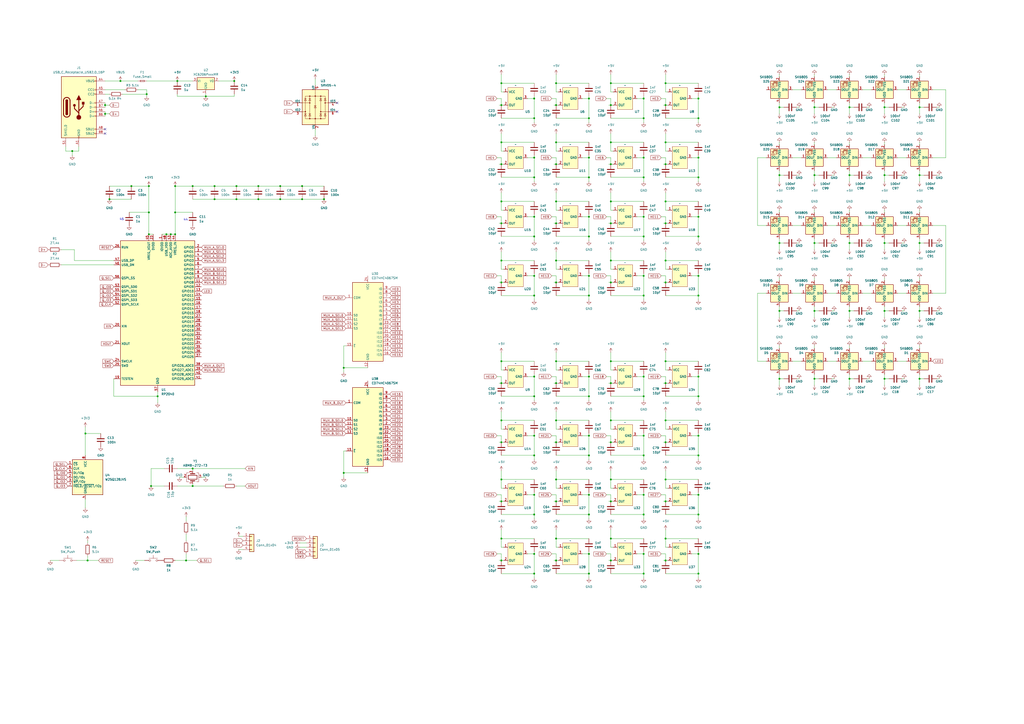
<source format=kicad_sch>
(kicad_sch (version 20250114) (generator "eeschema") (generator_version "9.0")
  (paper "A2")
  (text "45" (at 70.612 127.254 0) (effects (font (size 1.27 1.27))))
  (text "44" (at 107.696 127.508 0) (effects (font (size 1.27 1.27))))
  (junction (at 290.83 312.42))
  (junction (at 373.38 252.73))
  (junction (at 290.83 116.84))
  (junction (at 354.33 312.42))
  (junction (at 341.63 252.73))
  (junction (at 322.58 243.84))
  (junction (at 290.83 222.25))
  (junction (at 137.16 115.57))
  (junction (at 309.88 298.45))
  (junction (at 290.83 243.84))
  (junction (at 405.13 332.74))
  (junction (at 341.63 171.45))
  (junction (at 354.33 256.54))
  (junction (at 373.38 160.02))
  (junction (at 373.38 287.02))
  (junction (at 513.08 62.23))
  (junction (at 96.52 135.89))
  (junction (at 290.83 290.83))
  (junction (at 309.88 91.44))
  (junction (at 405.13 264.16))
  (junction (at 373.38 332.74))
  (junction (at 472.44 62.23))
  (junction (at 533.4 219.71))
  (junction (at 354.33 82.55))
  (junction (at 341.63 102.87))
  (junction (at 533.4 101.6))
  (junction (at 162.56 115.57))
  (junction (at 405.13 57.15))
  (junction (at 107.95 325.12))
  (junction (at 60.96 66.04))
  (junction (at 373.38 102.87))
  (junction (at 405.13 287.02))
  (junction (at 175.26 107.95))
  (junction (at 405.13 160.02))
  (junction (at 309.88 125.73))
  (junction (at 149.86 115.57))
  (junction (at 322.58 290.83))
  (junction (at 322.58 48.26))
  (junction (at 354.33 209.55))
  (junction (at 405.13 125.73))
  (junction (at 513.08 140.97))
  (junction (at 322.58 312.42))
  (junction (at 452.12 62.23))
  (junction (at 354.33 95.25))
  (junction (at 309.88 252.73))
  (junction (at 492.76 62.23))
  (junction (at 69.85 46.99))
  (junction (at 341.63 57.15))
  (junction (at 124.46 107.95))
  (junction (at 354.33 48.26))
  (junction (at 452.12 180.34))
  (junction (at 290.83 209.55))
  (junction (at 322.58 82.55))
  (junction (at 309.88 264.16))
  (junction (at 341.63 287.02))
  (junction (at 63.5 115.57))
  (junction (at 386.08 95.25))
  (junction (at 101.6 123.19))
  (junction (at 101.6 107.95))
  (junction (at 354.33 151.13))
  (junction (at 492.76 140.97))
  (junction (at 341.63 137.16))
  (junction (at 322.58 278.13))
  (junction (at 513.08 219.71))
  (junction (at 86.36 107.95))
  (junction (at 341.63 68.58))
  (junction (at 290.83 278.13))
  (junction (at 386.08 48.26))
  (junction (at 492.76 101.6))
  (junction (at 373.38 91.44))
  (junction (at 341.63 218.44))
  (junction (at 341.63 264.16))
  (junction (at 290.83 82.55))
  (junction (at 386.08 163.83))
  (junction (at 290.83 48.26))
  (junction (at 386.08 129.54))
  (junction (at 533.4 62.23))
  (junction (at 309.88 160.02))
  (junction (at 175.26 115.57))
  (junction (at 290.83 325.12))
  (junction (at 309.88 321.31))
  (junction (at 60.96 60.96))
  (junction (at 86.36 135.89))
  (junction (at 309.88 57.15))
  (junction (at 354.33 129.54))
  (junction (at 101.6 135.89))
  (junction (at 341.63 321.31))
  (junction (at 85.09 54.61))
  (junction (at 87.63 281.94))
  (junction (at 111.76 271.78))
  (junction (at 386.08 278.13))
  (junction (at 533.4 140.97))
  (junction (at 162.56 107.95))
  (junction (at 405.13 102.87))
  (junction (at 472.44 101.6))
  (junction (at 405.13 137.16))
  (junction (at 386.08 290.83))
  (junction (at 322.58 222.25))
  (junction (at 472.44 140.97))
  (junction (at 309.88 171.45))
  (junction (at 492.76 180.34))
  (junction (at 373.38 298.45))
  (junction (at 86.36 123.19))
  (junction (at 354.33 60.96))
  (junction (at 386.08 312.42))
  (junction (at 135.89 46.99))
  (junction (at 452.12 101.6))
  (junction (at 322.58 209.55))
  (junction (at 341.63 91.44))
  (junction (at 373.38 321.31))
  (junction (at 309.88 287.02))
  (junction (at 290.83 129.54))
  (junction (at 405.13 68.58))
  (junction (at 119.38 55.88))
  (junction (at 354.33 243.84))
  (junction (at 492.76 219.71))
  (junction (at 386.08 222.25))
  (junction (at 373.38 68.58))
  (junction (at 322.58 325.12))
  (junction (at 513.08 101.6))
  (junction (at 290.83 256.54))
  (junction (at 373.38 171.45))
  (junction (at 187.96 115.57))
  (junction (at 405.13 218.44))
  (junction (at 373.38 264.16))
  (junction (at 452.12 219.71))
  (junction (at 111.76 107.95))
  (junction (at 111.76 281.94))
  (junction (at 386.08 325.12))
  (junction (at 341.63 125.73))
  (junction (at 322.58 129.54))
  (junction (at 309.88 218.44))
  (junction (at 386.08 116.84))
  (junction (at 354.33 325.12))
  (junction (at 373.38 125.73))
  (junction (at 309.88 332.74))
  (junction (at 41.91 87.63))
  (junction (at 373.38 229.87))
  (junction (at 322.58 60.96))
  (junction (at 137.16 107.95))
  (junction (at 472.44 180.34))
  (junction (at 341.63 298.45))
  (junction (at 309.88 229.87))
  (junction (at 513.08 180.34))
  (junction (at 124.46 115.57))
  (junction (at 373.38 218.44))
  (junction (at 472.44 219.71))
  (junction (at 386.08 256.54))
  (junction (at 290.83 163.83))
  (junction (at 386.08 151.13))
  (junction (at 76.2 107.95))
  (junction (at 309.88 102.87))
  (junction (at 533.4 180.34))
  (junction (at 373.38 137.16))
  (junction (at 373.38 57.15))
  (junction (at 405.13 298.45))
  (junction (at 322.58 151.13))
  (junction (at 405.13 229.87))
  (junction (at 322.58 95.25))
  (junction (at 386.08 243.84))
  (junction (at 452.12 140.97))
  (junction (at 386.08 60.96))
  (junction (at 354.33 163.83))
  (junction (at 309.88 68.58))
  (junction (at 386.08 209.55))
  (junction (at 405.13 252.73))
  (junction (at 290.83 151.13))
  (junction (at 354.33 222.25))
  (junction (at 199.39 213.36))
  (junction (at 322.58 256.54))
  (junction (at 91.44 229.87))
  (junction (at 199.39 274.32))
  (junction (at 290.83 95.25))
  (junction (at 99.06 135.89))
  (junction (at 386.08 82.55))
  (junction (at 341.63 332.74))
  (junction (at 290.83 60.96))
  (junction (at 102.87 46.99))
  (junction (at 322.58 163.83))
  (junction (at 322.58 116.84))
  (junction (at 354.33 278.13))
  (junction (at 354.33 290.83))
  (junction (at 341.63 160.02))
  (junction (at 405.13 321.31))
  (junction (at 341.63 229.87))
  (junction (at 405.13 91.44))
  (junction (at 354.33 116.84))
  (junction (at 50.8 325.12))
  (junction (at 405.13 171.45))
  (junction (at 49.53 251.46))
  (junction (at 149.86 107.95))
  (junction (at 309.88 137.16))
  (no_connect (at 195.58 64.77))
  (no_connect (at 60.96 77.47))
  (no_connect (at 60.96 74.93))
  (no_connect (at 195.58 59.69))
  (wire (pts (xy 515.62 140.97) (xy 513.08 140.97)))
  (wire (pts (xy 513.08 101.6) (xy 513.08 99.06)))
  (wire (pts (xy 533.4 44.45) (xy 533.4 43.18)))
  (wire (pts (xy 86.36 123.19) (xy 86.36 135.89)))
  (wire (pts (xy 386.08 325.12) (xy 387.35 325.12)))
  (wire (pts (xy 354.33 87.63) (xy 355.6 87.63)))
  (wire (pts (xy 401.32 57.15) (xy 405.13 57.15)))
  (wire (pts (xy 138.43 318.77) (xy 140.97 318.77)))
  (wire (pts (xy 309.88 320.04) (xy 309.88 321.31)))
  (wire (pts (xy 182.88 45.72) (xy 182.88 49.53)))
  (wire (pts (xy 351.79 125.73) (xy 354.33 125.73)))
  (wire (pts (xy 41.91 87.63) (xy 41.91 90.17)))
  (wire (pts (xy 199.39 200.66) (xy 199.39 213.36)))
  (wire (pts (xy 66.04 229.87) (xy 91.44 229.87)))
  (wire (pts (xy 383.54 321.31) (xy 386.08 321.31)))
  (wire (pts (xy 405.13 218.44) (xy 405.13 229.87)))
  (wire (pts (xy 322.58 137.16) (xy 341.63 137.16)))
  (wire (pts (xy 401.32 125.73) (xy 405.13 125.73)))
  (wire (pts (xy 544.83 101.6) (xy 543.56 101.6)))
  (wire (pts (xy 386.08 129.54) (xy 387.35 129.54)))
  (wire (pts (xy 386.08 222.25) (xy 387.35 222.25)))
  (wire (pts (xy 102.87 46.99) (xy 111.76 46.99)))
  (wire (pts (xy 309.88 252.73) (xy 309.88 264.16)))
  (wire (pts (xy 87.63 281.94) (xy 87.63 271.78)))
  (wire (pts (xy 290.83 171.45) (xy 309.88 171.45)))
  (wire (pts (xy 290.83 243.84) (xy 309.88 243.84)))
  (wire (pts (xy 107.95 325.12) (xy 114.3 325.12)))
  (wire (pts (xy 182.88 74.93) (xy 182.88 78.74)))
  (wire (pts (xy 354.33 283.21) (xy 355.6 283.21)))
  (wire (pts (xy 320.04 252.73) (xy 322.58 252.73)))
  (wire (pts (xy 386.08 163.83) (xy 387.35 163.83)))
  (wire (pts (xy 444.5 209.55) (xy 439.42 209.55)))
  (wire (pts (xy 533.4 105.41) (xy 533.4 101.6)))
  (wire (pts (xy 354.33 43.18) (xy 354.33 48.26)))
  (wire (pts (xy 341.63 68.58) (xy 341.63 71.12)))
  (wire (pts (xy 289.56 325.12) (xy 290.83 325.12)))
  (wire (pts (xy 341.63 321.31) (xy 341.63 332.74)))
  (wire (pts (xy 322.58 229.87) (xy 341.63 229.87)))
  (wire (pts (xy 50.8 313.69) (xy 50.8 314.96)))
  (wire (pts (xy 290.83 125.73) (xy 290.83 129.54)))
  (wire (pts (xy 306.07 57.15) (xy 309.88 57.15)))
  (wire (pts (xy 321.31 256.54) (xy 322.58 256.54)))
  (wire (pts (xy 505.46 52.07) (xy 500.38 52.07)))
  (wire (pts (xy 101.6 107.95) (xy 111.76 107.95)))
  (wire (pts (xy 535.94 140.97) (xy 533.4 140.97)))
  (wire (pts (xy 45.72 87.63) (xy 45.72 85.09)))
  (wire (pts (xy 373.38 137.16) (xy 373.38 139.7)))
  (wire (pts (xy 101.6 107.95) (xy 101.6 123.19)))
  (wire (pts (xy 513.08 140.97) (xy 513.08 138.43)))
  (wire (pts (xy 373.38 321.31) (xy 373.38 332.74)))
  (wire (pts (xy 386.08 146.05) (xy 386.08 151.13)))
  (wire (pts (xy 354.33 222.25) (xy 355.6 222.25)))
  (wire (pts (xy 354.33 60.96) (xy 355.6 60.96)))
  (wire (pts (xy 322.58 256.54) (xy 323.85 256.54)))
  (wire (pts (xy 320.04 321.31) (xy 322.58 321.31)))
  (wire (pts (xy 354.33 68.58) (xy 373.38 68.58)))
  (wire (pts (xy 111.76 107.95) (xy 124.46 107.95)))
  (wire (pts (xy 290.83 116.84) (xy 290.83 121.92)))
  (wire (pts (xy 405.13 229.87) (xy 405.13 232.41)))
  (wire (pts (xy 452.12 62.23) (xy 452.12 59.69)))
  (wire (pts (xy 309.88 125.73) (xy 309.88 137.16)))
  (wire (pts (xy 533.4 223.52) (xy 533.4 219.71)))
  (wire (pts (xy 354.33 248.92) (xy 355.6 248.92)))
  (wire (pts (xy 464.82 170.18) (xy 459.74 170.18)))
  (wire (pts (xy 87.63 271.78) (xy 95.25 271.78)))
  (wire (pts (xy 386.08 312.42) (xy 405.13 312.42)))
  (wire (pts (xy 96.52 135.89) (xy 99.06 135.89)))
  (wire (pts (xy 354.33 129.54) (xy 355.6 129.54)))
  (wire (pts (xy 290.83 111.76) (xy 290.83 116.84)))
  (wire (pts (xy 288.29 125.73) (xy 290.83 125.73)))
  (wire (pts (xy 495.3 219.71) (xy 492.76 219.71)))
  (wire (pts (xy 341.63 320.04) (xy 341.63 321.31)))
  (wire (pts (xy 290.83 129.54) (xy 292.1 129.54)))
  (wire (pts (xy 386.08 116.84) (xy 386.08 121.92)))
  (wire (pts (xy 322.58 171.45) (xy 341.63 171.45)))
  (wire (pts (xy 386.08 95.25) (xy 387.35 95.25)))
  (wire (pts (xy 452.12 219.71) (xy 452.12 217.17)))
  (wire (pts (xy 288.29 218.44) (xy 290.83 218.44)))
  (wire (pts (xy 290.83 256.54) (xy 292.1 256.54)))
  (wire (pts (xy 524.51 180.34) (xy 523.24 180.34)))
  (wire (pts (xy 290.83 298.45) (xy 309.88 298.45)))
  (wire (pts (xy 452.12 44.45) (xy 452.12 43.18)))
  (wire (pts (xy 405.13 298.45) (xy 405.13 300.99)))
  (wire (pts (xy 288.29 91.44) (xy 290.83 91.44)))
  (wire (pts (xy 60.96 60.96) (xy 63.5 60.96)))
  (wire (pts (xy 405.13 285.75) (xy 405.13 287.02)))
  (wire (pts (xy 369.57 321.31) (xy 373.38 321.31)))
  (wire (pts (xy 199.39 213.36) (xy 213.36 213.36)))
  (wire (pts (xy 405.13 68.58) (xy 405.13 71.12)))
  (wire (pts (xy 322.58 129.54) (xy 323.85 129.54)))
  (wire (pts (xy 474.98 101.6) (xy 472.44 101.6)))
  (wire (pts (xy 405.13 91.44) (xy 405.13 102.87)))
  (wire (pts (xy 322.58 273.05) (xy 322.58 278.13)))
  (wire (pts (xy 322.58 307.34) (xy 322.58 312.42)))
  (wire (pts (xy 127 46.99) (xy 135.89 46.99)))
  (wire (pts (xy 341.63 332.74) (xy 341.63 335.28)))
  (wire (pts (xy 322.58 91.44) (xy 322.58 95.25)))
  (wire (pts (xy 354.33 156.21) (xy 355.6 156.21)))
  (wire (pts (xy 354.33 238.76) (xy 354.33 243.84)))
  (wire (pts (xy 504.19 62.23) (xy 502.92 62.23)))
  (wire (pts (xy 354.33 287.02) (xy 354.33 290.83)))
  (wire (pts (xy 373.38 298.45) (xy 373.38 300.99)))
  (wire (pts (xy 474.98 219.71) (xy 472.44 219.71)))
  (wire (pts (xy 405.13 160.02) (xy 405.13 171.45)))
  (wire (pts (xy 290.83 48.26) (xy 290.83 53.34)))
  (wire (pts (xy 405.13 57.15) (xy 405.13 68.58)))
  (wire (pts (xy 495.3 101.6) (xy 492.76 101.6)))
  (wire (pts (xy 472.44 101.6) (xy 472.44 99.06)))
  (wire (pts (xy 541.02 91.44) (xy 548.64 91.44)))
  (wire (pts (xy 492.76 44.45) (xy 492.76 43.18)))
  (wire (pts (xy 386.08 156.21) (xy 387.35 156.21)))
  (wire (pts (xy 309.88 160.02) (xy 309.88 171.45)))
  (wire (pts (xy 290.83 151.13) (xy 290.83 156.21)))
  (wire (pts (xy 472.44 44.45) (xy 472.44 43.18)))
  (wire (pts (xy 373.38 124.46) (xy 373.38 125.73)))
  (wire (pts (xy 290.83 325.12) (xy 292.1 325.12)))
  (wire (pts (xy 322.58 248.92) (xy 323.85 248.92)))
  (wire (pts (xy 524.51 101.6) (xy 523.24 101.6)))
  (wire (pts (xy 199.39 276.86) (xy 199.39 274.32)))
  (wire (pts (xy 533.4 201.93) (xy 533.4 200.66)))
  (wire (pts (xy 472.44 162.56) (xy 472.44 161.29)))
  (wire (pts (xy 452.12 123.19) (xy 452.12 121.92)))
  (wire (pts (xy 322.58 95.25) (xy 323.85 95.25)))
  (wire (pts (xy 386.08 278.13) (xy 405.13 278.13)))
  (wire (pts (xy 401.32 252.73) (xy 405.13 252.73)))
  (wire (pts (xy 341.63 57.15) (xy 341.63 68.58)))
  (wire (pts (xy 322.58 151.13) (xy 341.63 151.13)))
  (wire (pts (xy 322.58 287.02) (xy 322.58 290.83)))
  (wire (pts (xy 354.33 209.55) (xy 354.33 214.63)))
  (wire (pts (xy 354.33 307.34) (xy 354.33 312.42)))
  (wire (pts (xy 290.83 243.84) (xy 290.83 248.92)))
  (wire (pts (xy 525.78 91.44) (xy 520.7 91.44)))
  (wire (pts (xy 44.45 325.12) (xy 50.8 325.12)))
  (wire (pts (xy 485.14 209.55) (xy 480.06 209.55)))
  (wire (pts (xy 444.5 130.81) (xy 439.42 130.81)))
  (wire (pts (xy 290.83 287.02) (xy 290.83 290.83)))
  (wire (pts (xy 119.38 54.61) (xy 119.38 55.88)))
  (wire (pts (xy 525.78 209.55) (xy 520.7 209.55)))
  (wire (pts (xy 373.38 57.15) (xy 373.38 68.58)))
  (wire (pts (xy 524.51 140.97) (xy 523.24 140.97)))
  (wire (pts (xy 386.08 68.58) (xy 405.13 68.58)))
  (wire (pts (xy 337.82 252.73) (xy 341.63 252.73)))
  (wire (pts (xy 290.83 252.73) (xy 290.83 256.54)))
  (wire (pts (xy 290.83 102.87) (xy 309.88 102.87)))
  (wire (pts (xy 354.33 321.31) (xy 354.33 325.12)))
  (wire (pts (xy 485.14 130.81) (xy 480.06 130.81)))
  (wire (pts (xy 149.86 107.95) (xy 162.56 107.95)))
  (wire (pts (xy 452.12 83.82) (xy 452.12 82.55)))
  (wire (pts (xy 533.4 66.04) (xy 533.4 62.23)))
  (wire (pts (xy 322.58 290.83) (xy 323.85 290.83)))
  (wire (pts (xy 341.63 124.46) (xy 341.63 125.73)))
  (wire (pts (xy 386.08 57.15) (xy 386.08 60.96)))
  (wire (pts (xy 386.08 111.76) (xy 386.08 116.84)))
  (wire (pts (xy 354.33 137.16) (xy 373.38 137.16)))
  (wire (pts (xy 386.08 116.84) (xy 405.13 116.84)))
  (wire (pts (xy 492.76 219.71) (xy 492.76 217.17)))
  (wire (pts (xy 321.31 290.83) (xy 322.58 290.83)))
  (wire (pts (xy 485.14 170.18) (xy 480.06 170.18)))
  (wire (pts (xy 386.08 273.05) (xy 386.08 278.13)))
  (wire (pts (xy 384.81 60.96) (xy 386.08 60.96)))
  (wire (pts (xy 309.88 171.45) (xy 309.88 173.99)))
  (wire (pts (xy 439.42 209.55) (xy 439.42 170.18)))
  (wire (pts (xy 322.58 48.26) (xy 322.58 53.34)))
  (wire (pts (xy 386.08 48.26) (xy 386.08 53.34)))
  (wire (pts (xy 322.58 243.84) (xy 322.58 248.92)))
  (wire (pts (xy 373.38 102.87) (xy 373.38 105.41)))
  (wire (pts (xy 544.83 140.97) (xy 543.56 140.97)))
  (wire (pts (xy 60.96 46.99) (xy 69.85 46.99)))
  (wire (pts (xy 533.4 144.78) (xy 533.4 140.97)))
  (wire (pts (xy 322.58 317.5) (xy 323.85 317.5)))
  (wire (pts (xy 386.08 125.73) (xy 386.08 129.54)))
  (wire (pts (xy 289.56 290.83) (xy 290.83 290.83)))
  (wire (pts (xy 386.08 218.44) (xy 386.08 222.25)))
  (wire (pts (xy 101.6 123.19) (xy 101.6 135.89)))
  (wire (pts (xy 290.83 60.96) (xy 292.1 60.96)))
  (wire (pts (xy 373.38 91.44) (xy 373.38 102.87)))
  (wire (pts (xy 309.88 251.46) (xy 309.88 252.73)))
  (wire (pts (xy 322.58 116.84) (xy 322.58 121.92)))
  (wire (pts (xy 401.32 321.31) (xy 405.13 321.31)))
  (wire (pts (xy 472.44 144.78) (xy 472.44 140.97)))
  (wire (pts (xy 320.04 125.73) (xy 322.58 125.73)))
  (wire (pts (xy 351.79 252.73) (xy 354.33 252.73)))
  (wire (pts (xy 322.58 102.87) (xy 341.63 102.87)))
  (wire (pts (xy 351.79 321.31) (xy 354.33 321.31)))
  (wire (pts (xy 322.58 264.16) (xy 341.63 264.16)))
  (wire (pts (xy 135.89 54.61) (xy 135.89 55.88)))
  (wire (pts (xy 463.55 101.6) (xy 462.28 101.6)))
  (wire (pts (xy 290.83 209.55) (xy 290.83 214.63)))
  (wire (pts (xy 321.31 325.12) (xy 322.58 325.12)))
  (wire (pts (xy 353.06 60.96) (xy 354.33 60.96)))
  (wire (pts (xy 322.58 218.44) (xy 322.58 222.25)))
  (wire (pts (xy 43.18 144.78) (xy 43.18 151.13)))
  (wire (pts (xy 337.82 57.15) (xy 341.63 57.15)))
  (wire (pts (xy 354.33 48.26) (xy 354.33 53.34)))
  (wire (pts (xy 405.13 124.46) (xy 405.13 125.73)))
  (wire (pts (xy 290.83 121.92) (xy 292.1 121.92)))
  (wire (pts (xy 341.63 160.02) (xy 341.63 171.45)))
  (wire (pts (xy 533.4 219.71) (xy 533.4 217.17)))
  (wire (pts (xy 472.44 140.97) (xy 472.44 138.43)))
  (wire (pts (xy 309.88 321.31) (xy 309.88 332.74)))
  (wire (pts (xy 309.88 229.87) (xy 309.88 232.41)))
  (wire (pts (xy 29.21 325.12) (xy 34.29 325.12)))
  (wire (pts (xy 492.76 144.78) (xy 492.76 140.97)))
  (wire (pts (xy 173.99 314.96) (xy 177.8 314.96)))
  (wire (pts (xy 290.83 307.34) (xy 290.83 312.42)))
  (wire (pts (xy 386.08 264.16) (xy 405.13 264.16)))
  (wire (pts (xy 492.76 62.23) (xy 492.76 59.69)))
  (wire (pts (xy 341.63 252.73) (xy 341.63 264.16)))
  (wire (pts (xy 544.83 180.34) (xy 543.56 180.34)))
  (wire (pts (xy 535.94 180.34) (xy 533.4 180.34)))
  (wire (pts (xy 353.06 129.54) (xy 354.33 129.54)))
  (wire (pts (xy 354.33 53.34) (xy 355.6 53.34)))
  (wire (pts (xy 533.4 101.6) (xy 533.4 99.06)))
  (wire (pts (xy 290.83 238.76) (xy 290.83 243.84)))
  (wire (pts (xy 60.96 60.96) (xy 60.96 62.23)))
  (wire (pts (xy 290.83 218.44) (xy 290.83 222.25)))
  (wire (pts (xy 452.12 140.97) (xy 452.12 138.43)))
  (wire (pts (xy 290.83 209.55) (xy 309.88 209.55)))
  (wire (pts (xy 354.33 229.87) (xy 373.38 229.87)))
  (wire (pts (xy 321.31 60.96) (xy 322.58 60.96)))
  (wire (pts (xy 104.14 276.86) (xy 106.68 276.86)))
  (wire (pts (xy 337.82 287.02) (xy 341.63 287.02)))
  (wire (pts (xy 386.08 91.44) (xy 386.08 95.25)))
  (wire (pts (xy 353.06 163.83) (xy 354.33 163.83)))
  (wire (pts (xy 322.58 238.76) (xy 322.58 243.84)))
  (wire (pts (xy 472.44 184.15) (xy 472.44 180.34)))
  (wire (pts (xy 373.38 55.88) (xy 373.38 57.15)))
  (wire (pts (xy 472.44 219.71) (xy 472.44 217.17)))
  (wire (pts (xy 322.58 82.55) (xy 322.58 87.63)))
  (wire (pts (xy 405.13 125.73) (xy 405.13 137.16)))
  (wire (pts (xy 354.33 57.15) (xy 354.33 60.96)))
  (wire (pts (xy 369.57 57.15) (xy 373.38 57.15)))
  (wire (pts (xy 309.88 57.15) (xy 309.88 68.58)))
  (wire (pts (xy 354.33 146.05) (xy 354.33 151.13)))
  (wire (pts (xy 513.08 83.82) (xy 513.08 82.55)))
  (wire (pts (xy 60.96 54.61) (xy 63.5 54.61)))
  (wire (pts (xy 383.54 125.73) (xy 386.08 125.73)))
  (wire (pts (xy 384.81 325.12) (xy 386.08 325.12)))
  (wire (pts (xy 351.79 57.15) (xy 354.33 57.15)))
  (wire (pts (xy 86.36 107.95) (xy 86.36 123.19)))
  (wire (pts (xy 321.31 95.25) (xy 322.58 95.25)))
  (wire (pts (xy 351.79 287.02) (xy 354.33 287.02)))
  (wire (pts (xy 472.44 83.82) (xy 472.44 82.55)))
  (wire (pts (xy 492.76 66.04) (xy 492.76 62.23)))
  (wire (pts (xy 289.56 222.25) (xy 290.83 222.25)))
  (wire (pts (xy 322.58 151.13) (xy 322.58 156.21)))
  (wire (pts (xy 322.58 283.21) (xy 323.85 283.21)))
  (wire (pts (xy 386.08 160.02) (xy 386.08 163.83)))
  (wire (pts (xy 111.76 271.78) (xy 142.24 271.78)))
  (wire (pts (xy 405.13 137.16) (xy 405.13 139.7)))
  (wire (pts (xy 322.58 156.21) (xy 323.85 156.21)))
  (wire (pts (xy 464.82 52.07) (xy 459.74 52.07)))
  (wire (pts (xy 401.32 218.44) (xy 405.13 218.44)))
  (wire (pts (xy 322.58 146.05) (xy 322.58 151.13)))
  (wire (pts (xy 341.63 229.87) (xy 341.63 232.41)))
  (wire (pts (xy 124.46 107.95) (xy 137.16 107.95)))
  (wire (pts (xy 386.08 53.34) (xy 387.35 53.34)))
  (wire (pts (xy 386.08 82.55) (xy 386.08 87.63)))
  (wire (pts (xy 373.38 158.75) (xy 373.38 160.02)))
  (wire (pts (xy 173.99 317.5) (xy 177.8 317.5)))
  (wire (pts (xy 386.08 238.76) (xy 386.08 243.84)))
  (wire (pts (xy 386.08 121.92) (xy 387.35 121.92)))
  (wire (pts (xy 504.19 101.6) (xy 502.92 101.6)))
  (wire (pts (xy 373.38 217.17) (xy 373.38 218.44)))
  (wire (pts (xy 452.12 105.41) (xy 452.12 101.6)))
  (wire (pts (xy 320.04 287.02) (xy 322.58 287.02)))
  (wire (pts (xy 354.33 273.05) (xy 354.33 278.13)))
  (wire (pts (xy 474.98 180.34) (xy 472.44 180.34)))
  (wire (pts (xy 452.12 223.52) (xy 452.12 219.71)))
  (wire (pts (xy 107.95 309.88) (xy 107.95 313.69)))
  (wire (pts (xy 354.33 121.92) (xy 355.6 121.92)))
  (wire (pts (xy 290.83 163.83) (xy 292.1 163.83)))
  (wire (pts (xy 309.88 124.46) (xy 309.88 125.73)))
  (wire (pts (xy 386.08 60.96) (xy 387.35 60.96)))
  (wire (pts (xy 306.07 91.44) (xy 309.88 91.44)))
  (wire (pts (xy 199.39 261.62) (xy 199.39 274.32)))
  (wire (pts (xy 111.76 271.78) (xy 111.76 273.05)))
  (wire (pts (xy 93.98 135.89) (xy 96.52 135.89)))
  (wire (pts (xy 505.46 91.44) (xy 500.38 91.44)))
  (wire (pts (xy 288.29 57.15) (xy 290.83 57.15)))
  (wire (pts (xy 102.87 55.88) (xy 119.38 55.88)))
  (wire (pts (xy 49.53 251.46) (xy 58.42 251.46)))
  (wire (pts (xy 320.04 160.02) (xy 322.58 160.02)))
  (wire (pts (xy 439.42 130.81) (xy 439.42 91.44)))
  (wire (pts (xy 452.12 201.93) (xy 452.12 200.66)))
  (wire (pts (xy 386.08 332.74) (xy 405.13 332.74)))
  (wire (pts (xy 354.33 218.44) (xy 354.33 222.25)))
  (wire (pts (xy 405.13 158.75) (xy 405.13 160.02)))
  (wire (pts (xy 322.58 163.83) (xy 323.85 163.83)))
  (wire (pts (xy 405.13 217.17) (xy 405.13 218.44)))
  (wire (pts (xy 386.08 287.02) (xy 386.08 290.83)))
  (wire (pts (xy 322.58 116.84) (xy 341.63 116.84)))
  (wire (pts (xy 290.83 95.25) (xy 292.1 95.25)))
  (wire (pts (xy 386.08 151.13) (xy 405.13 151.13)))
  (wire (pts (xy 354.33 317.5) (xy 355.6 317.5)))
  (wire (pts (xy 341.63 90.17) (xy 341.63 91.44)))
  (wire (pts (xy 463.55 219.71) (xy 462.28 219.71)))
  (wire (pts (xy 289.56 95.25) (xy 290.83 95.25)))
  (wire (pts (xy 492.76 223.52) (xy 492.76 219.71)))
  (wire (pts (xy 513.08 144.78) (xy 513.08 140.97)))
  (wire (pts (xy 383.54 287.02) (xy 386.08 287.02)))
  (wire (pts (xy 74.93 123.19) (xy 86.36 123.19)))
  (wire (pts (xy 41.91 87.63) (xy 45.72 87.63)))
  (wire (pts (xy 513.08 62.23) (xy 513.08 59.69)))
  (wire (pts (xy 405.13 321.31) (xy 405.13 332.74)))
  (wire (pts (xy 354.33 312.42) (xy 373.38 312.42)))
  (wire (pts (xy 306.07 287.02) (xy 309.88 287.02)))
  (wire (pts (xy 322.58 243.84) (xy 341.63 243.84)))
  (wire (pts (xy 485.14 91.44) (xy 480.06 91.44)))
  (wire (pts (xy 322.58 209.55) (xy 322.58 214.63)))
  (wire (pts (xy 373.38 320.04) (xy 373.38 321.31)))
  (wire (pts (xy 492.76 83.82) (xy 492.76 82.55)))
  (wire (pts (xy 341.63 137.16) (xy 341.63 139.7)))
  (wire (pts (xy 492.76 123.19) (xy 492.76 121.92)))
  (wire (pts (xy 322.58 68.58) (xy 341.63 68.58)))
  (wire (pts (xy 485.14 52.07) (xy 480.06 52.07)))
  (wire (pts (xy 541.02 170.18) (xy 548.64 170.18)))
  (wire (pts (xy 290.83 77.47) (xy 290.83 82.55)))
  (wire (pts (xy 320.04 218.44) (xy 322.58 218.44)))
  (wire (pts (xy 369.57 252.73) (xy 373.38 252.73)))
  (wire (pts (xy 85.09 55.88) (xy 85.09 54.61)))
  (wire (pts (xy 309.88 217.17) (xy 309.88 218.44)))
  (wire (pts (xy 452.12 180.34) (xy 452.12 177.8)))
  (wire (pts (xy 492.76 180.34) (xy 492.76 177.8)))
  (wire (pts (xy 306.07 252.73) (xy 309.88 252.73)))
  (wire (pts (xy 353.06 256.54) (xy 354.33 256.54)))
  (wire (pts (xy 341.63 264.16) (xy 341.63 266.7)))
  (wire (pts (xy 373.38 218.44) (xy 373.38 229.87)))
  (wire (pts (xy 107.95 321.31) (xy 107.95 325.12)))
  (wire (pts (xy 472.44 201.93) (xy 472.44 200.66)))
  (wire (pts (xy 337.82 160.02) (xy 341.63 160.02)))
  (wire (pts (xy 504.19 180.34) (xy 502.92 180.34)))
  (wire (pts (xy 472.44 62.23) (xy 472.44 59.69)))
  (wire (pts (xy 373.38 229.87) (xy 373.38 232.41)))
  (wire (pts (xy 373.38 171.45) (xy 373.38 173.99)))
  (wire (pts (xy 384.81 129.54) (xy 386.08 129.54)))
  (wire (pts (xy 383.54 57.15) (xy 386.08 57.15)))
  (wire (pts (xy 322.58 121.92) (xy 323.85 121.92)))
  (wire (pts (xy 162.56 115.57) (xy 175.26 115.57)))
  (wire (pts (xy 290.83 290.83) (xy 292.1 290.83)))
  (wire (pts (xy 78.74 325.12) (xy 83.82 325.12)))
  (wire (pts (xy 320.04 91.44) (xy 322.58 91.44)))
  (wire (pts (xy 373.38 125.73) (xy 373.38 137.16)))
  (wire (pts (xy 492.76 162.56) (xy 492.76 161.29)))
  (wire (pts (xy 321.31 129.54) (xy 322.58 129.54)))
  (wire (pts (xy 290.83 156.21) (xy 292.1 156.21)))
  (wire (pts (xy 386.08 209.55) (xy 386.08 214.63)))
  (wire (pts (xy 199.39 215.9) (xy 199.39 213.36)))
  (wire (pts (xy 35.56 153.67) (xy 66.04 153.67)))
  (wire (pts (xy 341.63 91.44) (xy 341.63 102.87)))
  (wire (pts (xy 341.63 125.73) (xy 341.63 137.16)))
  (wire (pts (xy 472.44 223.52) (xy 472.44 219.71)))
  (wire (pts (xy 386.08 283.21) (xy 387.35 283.21)))
  (wire (pts (xy 38.1 85.09) (xy 38.1 87.63)))
  (wire (pts (xy 405.13 171.45) (xy 405.13 173.99)))
  (wire (pts (xy 533.4 140.97) (xy 533.4 138.43)))
  (wire (pts (xy 464.82 209.55) (xy 459.74 209.55)))
  (wire (pts (xy 505.46 209.55) (xy 500.38 209.55)))
  (wire (pts (xy 337.82 218.44) (xy 341.63 218.44)))
  (wire (pts (xy 322.58 209.55) (xy 341.63 209.55)))
  (wire (pts (xy 63.5 115.57) (xy 76.2 115.57)))
  (wire (pts (xy 353.06 222.25) (xy 354.33 222.25)))
  (wire (pts (xy 60.96 52.07) (xy 72.39 52.07)))
  (wire (pts (xy 63.5 107.95) (xy 76.2 107.95)))
  (wire (pts (xy 322.58 298.45) (xy 341.63 298.45)))
  (wire (pts (xy 535.94 101.6) (xy 533.4 101.6)))
  (wire (pts (xy 354.33 264.16) (xy 373.38 264.16)))
  (wire (pts (xy 322.58 312.42) (xy 341.63 312.42)))
  (wire (pts (xy 322.58 53.34) (xy 323.85 53.34)))
  (wire (pts (xy 309.88 90.17) (xy 309.88 91.44)))
  (wire (pts (xy 386.08 243.84) (xy 405.13 243.84)))
  (wire (pts (xy 309.88 332.74) (xy 309.88 335.28)))
  (wire (pts (xy 401.32 160.02) (xy 405.13 160.02)))
  (wire (pts (xy 322.58 325.12) (xy 323.85 325.12)))
  (wire (pts (xy 401.32 287.02) (xy 405.13 287.02)))
  (wire (pts (xy 322.58 278.13) (xy 341.63 278.13)))
  (wire (pts (xy 373.38 252.73) (xy 373.38 264.16)))
  (wire (pts (xy 87.63 281.94) (xy 95.25 281.94)))
  (wire (pts (xy 91.44 229.87) (xy 91.44 233.68)))
  (wire (pts (xy 80.01 46.99) (xy 69.85 46.99)))
  (wire (pts (xy 535.94 62.23) (xy 533.4 62.23)))
  (wire (pts (xy 548.64 52.07) (xy 541.02 52.07)))
  (wire (pts (xy 354.33 48.26) (xy 373.38 48.26)))
  (wire (pts (xy 474.98 140.97) (xy 472.44 140.97)))
  (wire (pts (xy 386.08 87.63) (xy 387.35 87.63)))
  (wire (pts (xy 322.58 111.76) (xy 322.58 116.84)))
  (wire (pts (xy 452.12 66.04) (xy 452.12 62.23)))
  (wire (pts (xy 483.87 140.97) (xy 482.6 140.97)))
  (wire (pts (xy 101.6 325.12) (xy 107.95 325.12)))
  (wire (pts (xy 290.83 151.13) (xy 309.88 151.13)))
  (wire (pts (xy 137.16 107.95) (xy 149.86 107.95)))
  (wire (pts (xy 515.62 180.34) (xy 513.08 180.34)))
  (wire (pts (xy 369.57 125.73) (xy 373.38 125.73)))
  (wire (pts (xy 513.08 105.41) (xy 513.08 101.6)))
  (wire (pts (xy 354.33 116.84) (xy 373.38 116.84)))
  (wire (pts (xy 535.94 219.71) (xy 533.4 219.71)))
  (wire (pts (xy 111.76 115.57) (xy 124.46 115.57)))
  (wire (pts (xy 505.46 170.18) (xy 500.38 170.18)))
  (wire (pts (xy 533.4 62.23) (xy 533.4 59.69)))
  (wire (pts (xy 341.63 298.45) (xy 341.63 300.99)))
  (wire (pts (xy 513.08 219.71) (xy 513.08 217.17)))
  (wire (pts (xy 533.4 180.34) (xy 533.4 177.8)))
  (wire (pts (xy 373.38 287.02) (xy 373.38 298.45)))
  (wire (pts (xy 322.58 48.26) (xy 341.63 48.26)))
  (wire (pts (xy 524.51 219.71) (xy 523.24 219.71)))
  (wire (pts (xy 525.78 52.07) (xy 520.7 52.07)))
  (wire (pts (xy 175.26 115.57) (xy 187.96 115.57)))
  (wire (pts (xy 533.4 83.82) (xy 533.4 82.55)))
  (wire (pts (xy 322.58 82.55) (xy 341.63 82.55)))
  (wire (pts (xy 353.06 325.12) (xy 354.33 325.12)))
  (wire (pts (xy 200.66 200.66) (xy 199.39 200.66)))
  (wire (pts (xy 548.64 170.18) (xy 548.64 130.81)))
  (wire (pts (xy 483.87 180.34) (xy 482.6 180.34)))
  (wire (pts (xy 322.58 278.13) (xy 322.58 283.21)))
  (wire (pts (xy 309.88 91.44) (xy 309.88 102.87)))
  (wire (pts (xy 35.56 144.78) (xy 43.18 144.78)))
  (wire (pts (xy 463.55 180.34) (xy 462.28 180.34)))
  (wire (pts (xy 290.83 87.63) (xy 292.1 87.63)))
  (wire (pts (xy 102.87 271.78) (xy 111.76 271.78)))
  (wire (pts (xy 354.33 252.73) (xy 354.33 256.54)))
  (wire (pts (xy 548.64 91.44) (xy 548.64 52.07)))
  (wire (pts (xy 405.13 55.88) (xy 405.13 57.15)))
  (wire (pts (xy 354.33 95.25) (xy 355.6 95.25)))
  (wire (pts (xy 354.33 82.55) (xy 354.33 87.63)))
  (wire (pts (xy 384.81 163.83) (xy 386.08 163.83)))
  (wire (pts (xy 384.81 256.54) (xy 386.08 256.54)))
  (wire (pts (xy 288.29 160.02) (xy 290.83 160.02)))
  (wire (pts (xy 162.56 107.95) (xy 175.26 107.95)))
  (wire (pts (xy 341.63 171.45) (xy 341.63 173.99)))
  (wire (pts (xy 124.46 115.57) (xy 137.16 115.57)))
  (wire (pts (xy 472.44 105.41) (xy 472.44 101.6)))
  (wire (pts (xy 322.58 312.42) (xy 322.58 317.5)))
  (wire (pts (xy 341.63 251.46) (xy 341.63 252.73)))
  (wire (pts (xy 71.12 54.61) (xy 85.09 54.61)))
  (wire (pts (xy 373.38 68.58) (xy 373.38 71.12)))
  (wire (pts (xy 200.66 261.62) (xy 199.39 261.62)))
  (wire (pts (xy 353.06 290.83) (xy 354.33 290.83)))
  (wire (pts (xy 288.29 321.31) (xy 290.83 321.31)))
  (wire (pts (xy 513.08 162.56) (xy 513.08 161.29)))
  (wire (pts (xy 495.3 62.23) (xy 492.76 62.23)))
  (wire (pts (xy 492.76 140.97) (xy 492.76 138.43)))
  (wire (pts (xy 492.76 201.93) (xy 492.76 200.66)))
  (wire (pts (xy 524.51 62.23) (xy 523.24 62.23)))
  (wire (pts (xy 354.33 243.84) (xy 354.33 248.92)))
  (wire (pts (xy 454.66 101.6) (xy 452.12 101.6)))
  (wire (pts (xy 386.08 209.55) (xy 405.13 209.55)))
  (wire (pts (xy 386.08 48.26) (xy 405.13 48.26)))
  (wire (pts (xy 290.83 222.25) (xy 292.1 222.25)))
  (wire (pts (xy 354.33 290.83) (xy 355.6 290.83)))
  (wire (pts (xy 386.08 137.16) (xy 405.13 137.16)))
  (wire (pts (xy 354.33 160.02) (xy 354.33 163.83)))
  (wire (pts (xy 463.55 62.23) (xy 462.28 62.23)))
  (wire (pts (xy 116.84 276.86) (xy 119.38 276.86)))
  (wire (pts (xy 386.08 204.47) (xy 386.08 209.55)))
  (wire (pts (xy 386.08 151.13) (xy 386.08 156.21)))
  (wire (pts (xy 405.13 287.02) (xy 405.13 298.45)))
  (wire (pts (xy 322.58 60.96) (xy 323.85 60.96)))
  (wire (pts (xy 444.5 170.18) (xy 439.42 170.18)))
  (wire (pts (xy 337.82 91.44) (xy 341.63 91.44)))
  (wire (pts (xy 454.66 219.71) (xy 452.12 219.71)))
  (wire (pts (xy 533.4 184.15) (xy 533.4 180.34)))
  (wire (pts (xy 548.64 130.81) (xy 541.02 130.81)))
  (wire (pts (xy 290.83 278.13) (xy 309.88 278.13)))
  (wire (pts (xy 290.83 146.05) (xy 290.83 151.13)))
  (wire (pts (xy 85.09 52.07) (xy 85.09 54.61)))
  (wire (pts (xy 504.19 219.71) (xy 502.92 219.71)))
  (wire (pts (xy 452.12 162.56) (xy 452.12 161.29)))
  (wire (pts (xy 472.44 180.34) (xy 472.44 177.8)))
  (wire (pts (xy 495.3 140.97) (xy 492.76 140.97)))
  (wire (pts (xy 383.54 252.73) (xy 386.08 252.73)))
  (wire (pts (xy 43.18 151.13) (xy 66.04 151.13)))
  (wire (pts (xy 452.12 101.6) (xy 452.12 99.06)))
  (wire (pts (xy 373.38 160.02) (xy 373.38 171.45)))
  (wire (pts (xy 290.83 137.16) (xy 309.88 137.16)))
  (wire (pts (xy 138.43 311.15) (xy 140.97 311.15)))
  (wire (pts (xy 354.33 312.42) (xy 354.33 317.5)))
  (wire (pts (xy 309.88 68.58) (xy 309.88 71.12)))
  (wire (pts (xy 111.76 281.94) (xy 129.54 281.94)))
  (wire (pts (xy 386.08 290.83) (xy 387.35 290.83)))
  (wire (pts (xy 405.13 264.16) (xy 405.13 266.7)))
  (wire (pts (xy 386.08 43.18) (xy 386.08 48.26)))
  (wire (pts (xy 354.33 151.13) (xy 354.33 156.21)))
  (wire (pts (xy 290.83 82.55) (xy 309.88 82.55)))
  (wire (pts (xy 513.08 123.19) (xy 513.08 121.92)))
  (wire (pts (xy 525.78 130.81) (xy 520.7 130.81)))
  (wire (pts (xy 354.33 163.83) (xy 355.6 163.83)))
  (wire (pts (xy 369.57 218.44) (xy 373.38 218.44)))
  (wire (pts (xy 454.66 180.34) (xy 452.12 180.34)))
  (wire (pts (xy 354.33 204.47) (xy 354.33 209.55)))
  (wire (pts (xy 290.83 204.47) (xy 290.83 209.55)))
  (wire (pts (xy 290.83 317.5) (xy 292.1 317.5)))
  (wire (pts (xy 513.08 184.15) (xy 513.08 180.34)))
  (wire (pts (xy 492.76 105.41) (xy 492.76 101.6)))
  (wire (pts (xy 322.58 87.63) (xy 323.85 87.63)))
  (wire (pts (xy 290.83 43.18) (xy 290.83 48.26)))
  (wire (pts (xy 309.88 158.75) (xy 309.88 160.02)))
  (wire (pts (xy 515.62 219.71) (xy 513.08 219.71)))
  (wire (pts (xy 322.58 125.73) (xy 322.58 129.54)))
  (wire (pts (xy 309.88 218.44) (xy 309.88 229.87)))
  (wire (pts (xy 373.38 251.46) (xy 373.38 252.73)))
  (wire (pts (xy 50.8 325.12) (xy 50.8 322.58)))
  (wire (pts (xy 306.07 125.73) (xy 309.88 125.73)))
  (wire (pts (xy 290.83 312.42) (xy 309.88 312.42)))
  (wire (pts (xy 76.2 107.95) (xy 86.36 107.95)))
  (wire (pts (xy 290.83 57.15) (xy 290.83 60.96)))
  (wire (pts (xy 341.63 55.88) (xy 341.63 57.15)))
  (wire (pts (xy 492.76 101.6) (xy 492.76 99.06)))
  (wire (pts (xy 309.88 298.45) (xy 309.88 300.99)))
  (wire (pts (xy 405.13 102.87) (xy 405.13 105.41)))
  (wire (pts (xy 386.08 102.87) (xy 405.13 102.87)))
  (wire (pts (xy 60.96 59.69) (xy 60.96 60.96)))
  (wire (pts (xy 101.6 123.19) (xy 111.76 123.19)))
  (wire (pts (xy 483.87 219.71) (xy 482.6 219.71)))
  (wire (pts (xy 405.13 332.74) (xy 405.13 335.28)))
  (wire (pts (xy 386.08 256.54) (xy 387.35 256.54)))
  (wire (pts (xy 354.33 102.87) (xy 373.38 102.87)))
  (wire (pts (xy 322.58 204.47) (xy 322.58 209.55)))
  (wire (pts (xy 80.01 52.07) (xy 85.09 52.07)))
  (wire (pts (xy 354.33 116.84) (xy 354.33 121.92)))
  (wire (pts (xy 290.83 278.13) (xy 290.83 283.21)))
  (wire (pts (xy 386.08 278.13) (xy 386.08 283.21)))
  (wire (pts (xy 515.62 62.23) (xy 513.08 62.23)))
  (wire (pts (xy 309.88 137.16) (xy 309.88 139.7)))
  (wire (pts (xy 452.12 144.78) (xy 452.12 140.97)))
  (wire (pts (xy 322.58 332.74) (xy 341.63 332.74)))
  (wire (pts (xy 544.83 62.23) (xy 543.56 62.23)))
  (wire (pts (xy 386.08 307.34) (xy 386.08 312.42)))
  (wire (pts (xy 60.96 66.04) (xy 60.96 67.31)))
  (wire (pts (xy 384.81 222.25) (xy 386.08 222.25)))
  (wire (pts (xy 444.5 91.44) (xy 439.42 91.44)))
  (wire (pts (xy 290.83 229.87) (xy 309.88 229.87)))
  (wire (pts (xy 290.83 82.55) (xy 290.83 87.63)))
  (wire (pts (xy 354.33 77.47) (xy 354.33 82.55)))
  (wire (pts (xy 505.46 130.81) (xy 500.38 130.81)))
  (wire (pts (xy 513.08 223.52) (xy 513.08 219.71)))
  (wire (pts (xy 492.76 184.15) (xy 492.76 180.34)))
  (wire (pts (xy 149.86 115.57) (xy 162.56 115.57)))
  (wire (pts (xy 49.53 289.56) (xy 49.53 294.64)))
  (wire (pts (xy 354.33 171.45) (xy 373.38 171.45)))
  (wire (pts (xy 354.33 298.45) (xy 373.38 298.45)))
  (wire (pts (xy 383.54 91.44) (xy 386.08 91.44)))
  (wire (pts (xy 41.91 87.63) (xy 38.1 87.63)))
  (wire (pts (xy 341.63 158.75) (xy 341.63 160.02)))
  (wire (pts (xy 322.58 43.18) (xy 322.58 48.26)))
  (wire (pts (xy 50.8 325.12) (xy 57.15 325.12)))
  (wire (pts (xy 290.83 91.44) (xy 290.83 95.25)))
  (wire (pts (xy 119.38 55.88) (xy 135.89 55.88)))
  (wire (pts (xy 290.83 283.21) (xy 292.1 283.21)))
  (wire (pts (xy 354.33 111.76) (xy 354.33 116.84)))
  (wire (pts (xy 354.33 243.84) (xy 373.38 243.84)))
  (wire (pts (xy 383.54 160.02) (xy 386.08 160.02)))
  (wire (pts (xy 354.33 91.44) (xy 354.33 95.25)))
  (wire (pts (xy 495.3 180.34) (xy 492.76 180.34)))
  (wire (pts (xy 86.36 135.89) (xy 88.9 135.89)))
  (wire (pts (xy 290.83 48.26) (xy 309.88 48.26)))
  (wire (pts (xy 341.63 287.02) (xy 341.63 298.45)))
  (wire (pts (xy 49.53 251.46) (xy 49.53 264.16)))
  (wire (pts (xy 405.13 90.17) (xy 405.13 91.44)))
  (wire (pts (xy 321.31 222.25) (xy 322.58 222.25)))
  (wire (pts (xy 322.58 160.02) (xy 322.58 163.83)))
  (wire (pts (xy 322.58 57.15) (xy 322.58 60.96)))
  (wire (pts (xy 386.08 229.87) (xy 405.13 229.87)))
  (wire (pts (xy 354.33 151.13) (xy 373.38 151.13)))
  (wire (pts (xy 60.96 64.77) (xy 60.96 66.04)))
  (wire (pts (xy 464.82 130.81) (xy 459.74 130.81)))
  (wire (pts (xy 354.33 125.73) (xy 354.33 129.54)))
  (wire (pts (xy 373.38 332.74) (xy 373.38 335.28)))
  (wire (pts (xy 454.66 140.97) (xy 452.12 140.97)))
  (wire (pts (xy 289.56 129.54) (xy 290.83 129.54)))
  (wire (pts (xy 290.83 248.92) (xy 292.1 248.92)))
  (wire (pts (xy 107.95 299.72) (xy 107.95 302.26)))
  (wire (pts (xy 199.39 274.32) (xy 213.36 274.32)))
  (wire (pts (xy 383.54 218.44) (xy 386.08 218.44)))
  (wire (pts (xy 290.83 68.58) (xy 309.88 68.58)))
  (wire (pts (xy 322.58 77.47) (xy 322.58 82.55)))
  (wire (pts (xy 386.08 252.73) (xy 386.08 256.54)))
  (wire (pts (xy 483.87 62.23) (xy 482.6 62.23)))
  (wire (pts (xy 290.83 312.42) (xy 290.83 317.5)))
  (wire (pts (xy 463.55 140.97) (xy 462.28 140.97)))
  (wire (pts (xy 322.58 321.31) (xy 322.58 325.12)))
  (wire (pts (xy 513.08 180.34) (xy 513.08 177.8)))
  (wire (pts (xy 405.13 251.46) (xy 405.13 252.73)))
  (wire (pts (xy 544.83 219.71) (xy 543.56 219.71)))
  (wire (pts (xy 309.88 264.16) (xy 309.88 266.7)))
  (wire (pts (xy 386.08 298.45) (xy 405.13 298.45)))
  (wire (pts (xy 454.66 62.23) (xy 452.12 62.23)))
  (wire (pts (xy 102.87 281.94) (xy 111.76 281.94)))
  (wire (pts (xy 290.83 214.63) (xy 292.1 214.63)))
  (wire (pts (xy 533.4 123.19) (xy 533.4 121.92)))
  (wire (pts (xy 353.06 95.25) (xy 354.33 95.25)))
  (wire (pts (xy 289.56 163.83) (xy 290.83 163.83)))
  (wire (pts (xy 341.63 285.75) (xy 341.63 287.02)))
  (wire (pts (xy 111.76 281.94) (xy 111.76 280.67)))
  (wire (pts (xy 373.38 285.75) (xy 373.38 287.02)))
  (wire (pts (xy 306.07 160.02) (xy 309.88 160.02)))
  (wire (pts (xy 341.63 217.17) (xy 341.63 218.44)))
  (wire (pts (xy 321.31 163.83) (xy 322.58 163.83)))
  (wire (pts (xy 354.33 332.74) (xy 373.38 332.74)))
  (wire (pts (xy 354.33 82.55) (xy 373.38 82.55)))
  (wire (pts (xy 401.32 91.44) (xy 405.13 91.44)))
  (wire (pts (xy 354.33 209.55) (xy 373.38 209.55)))
  (wire (pts (xy 175.26 107.95) (xy 187.96 107.95)))
  (wire (pts (xy 513.08 201.93) (xy 513.08 200.66)))
  (wire (pts (xy 290.83 160.02) (xy 290.83 163.83)))
  (wire (pts (xy 405.13 252.73) (xy 405.13 264.16)))
  (wire (pts (xy 288.29 252.73) (xy 290.83 252.73)))
  (wire (pts (xy 386.08 317.5) (xy 387.35 317.5)))
  (wire (pts (xy 464.82 91.44) (xy 459.74 91.44)))
  (wire (pts (xy 341.63 218.44) (xy 341.63 229.87)))
  (wire (pts (xy 289.56 256.54) (xy 290.83 256.54)))
  (wire (pts (xy 513.08 44.45) (xy 513.08 43.18)))
  (wire (pts (xy 474.98 62.23) (xy 472.44 62.23)))
  (wire (pts (xy 137.16 281.94) (xy 142.24 281.94)))
  (wire (pts (xy 351.79 160.02) (xy 354.33 160.02)))
  (wire (pts (xy 533.4 162.56) (xy 533.4 161.29)))
  (wire (pts (xy 354.33 278.13) (xy 354.33 283.21)))
  (wire (pts (xy 337.82 321.31) (xy 341.63 321.31)))
  (wire (pts (xy 102.87 54.61) (xy 102.87 55.88)))
  (wire (pts (xy 306.07 321.31) (xy 309.88 321.31)))
  (wire (pts (xy 351.79 91.44) (xy 354.33 91.44)))
  (wire (pts (xy 386.08 214.63) (xy 387.35 214.63)))
  (wire (pts (xy 137.16 115.57) (xy 149.86 115.57)))
  (wire (pts (xy 369.57 91.44) (xy 373.38 91.44)))
  (wire (pts (xy 386.08 77.47) (xy 386.08 82.55)))
  (wire (pts (xy 309.88 102.87) (xy 309.88 105.41)))
  (wire (pts (xy 288.29 287.02) (xy 290.83 287.02)))
  (wire (pts (xy 290.83 273.05) (xy 290.83 278.13)))
  (wire (pts (xy 49.53 247.65) (xy 49.53 251.46)))
  (wire (pts (xy 386.08 248.92) (xy 387.35 248.92)))
  (wire (pts (xy 386.08 312.42) (xy 386.08 317.5)))
  (wire (pts (xy 354.33 256.54) (xy 355.6 256.54)))
  (wire (pts (xy 306.07 218.44) (xy 309.88 218.44)))
  (wire (pts (xy 99.06 135.89) (xy 101.6 135.89)))
  (wire (pts (xy 322.58 252.73) (xy 322.58 256.54)))
  (wire (pts (xy 66.04 219.71) (xy 66.04 229.87)))
  (wire (pts (xy 405.13 320.04) (xy 405.13 321.31)))
  (wire (pts (xy 354.33 214.63) (xy 355.6 214.63)))
  (wire (pts (xy 369.57 160.02) (xy 373.38 160.02)))
  (wire (pts (xy 290.83 53.34) (xy 292.1 53.34)))
  (wire (pts (xy 373.38 264.16) (xy 373.38 266.7)))
  (wire (pts (xy 309.88 287.02) (xy 309.88 298.45)))
  (wire (pts (xy 515.62 101.6) (xy 513.08 101.6)))
  (wire (pts (xy 290.83 332.74) (xy 309.88 332.74)))
  (wire (pts (xy 369.57 287.02) (xy 373.38 287.02)))
  (wire (pts (xy 525.78 170.18) (xy 520.7 170.18)))
  (wire (pts (xy 354.33 278.13) (xy 373.38 278.13)))
  (wire (pts (xy 472.44 66.04) (xy 472.44 62.23)))
  (wire (pts (xy 373.38 90.17) (xy 373.38 91.44)))
  (wire (pts (xy 320.04 57.15) (xy 322.58 57.15)))
  (wire (pts (xy 290.83 264.16) (xy 309.88 264.16)))
  (wire (pts (xy 322.58 222.25) (xy 323.85 222.25)))
  (wire (pts (xy 309.88 285.75) (xy 309.88 287.02)))
  (wire (pts (xy 290.83 116.84) (xy 309.88 116.84)))
  (wire (pts (xy 309.88 55.88) (xy 309.88 57.15)))
  (wire (pts (xy 60.96 66.04) (xy 63.5 66.04)))
  (wire (pts (xy 91.44 227.33) (xy 91.44 229.87)))
  (wire (pts (xy 386.08 171.45) (xy 405.13 171.45)))
  (wire (pts (xy 354.33 325.12) (xy 355.6 325.12)))
  (wire (pts (xy 322.58 214.63) (xy 323.85 214.63)))
  (wire (pts (xy 289.56 60.96) (xy 290.83 60.96)))
  (wire (pts (xy 351.79 218.44) (xy 354.33 218.44)))
  (wire (pts (xy 384.81 290.83) (xy 386.08 290.83)))
  (wire (pts (xy 472.44 123.19) (xy 472.44 121.92)))
  (wire (pts (xy 85.09 46.99) (xy 102.87 46.99)))
  (wire (pts (xy 452.12 184.15) (xy 452.12 180.34)))
  (wire (pts (xy 337.82 125.73) (xy 341.63 125.73)))
  (wire (pts (xy 341.63 102.87) (xy 341.63 105.41)))
  (wire (pts (xy 386.08 243.84) (xy 386.08 248.92)))
  (wire (pts (xy 386.08 321.31) (xy 386.08 325.12)))
  (wire (pts (xy 386.08 82.55) (xy 405.13 82.55)))
  (wire (pts (xy 384.81 95.25) (xy 386.08 95.25)))
  (wire (pts (xy 504.19 140.97) (xy 502.92 140.97)))
  (wire (pts (xy 290.83 321.31) (xy 290.83 325.12)))
  (wire (pts (xy 513.08 66.04) (xy 513.08 62.23)))
  (wire (pts (xy 483.87 101.6) (xy 482.6 101.6)))
  (global_label "HE22" (shape input) (at 226.06 243.84 0) (property "Intersheetrefs" "${INTERSHEET_REFS}" (effects (hide yes))))
  (global_label "HE18" (shape input) (at 226.06 233.68 0) (property "Intersheetrefs" "${INTERSHEET_REFS}" (effects (hide yes))))
  (global_label "HE14" (shape input) (at 226.06 203.2 0) (property "Intersheetrefs" "${INTERSHEET_REFS}" (effects (hide yes))))
  (global_label "XOUT" (shape input) (at 142.24 281.94 0) (property "Intersheetrefs" "${INTERSHEET_REFS}" (effects (hide yes))))
  (global_label "HE17" (shape input) (at 320.04 218.44 180) (property "Intersheetrefs" "${INTERSHEET_REFS}" (effects (hide yes))))
  (global_label "HE4" (shape input) (at 226.06 177.8 0) (property "Intersheetrefs" "${INTERSHEET_REFS}" (effects (hide yes))))
  (global_label "HE2" (shape input) (at 351.79 57.15 180) (property "Intersheetrefs" "${INTERSHEET_REFS}" (effects (hide yes))))
  (global_label "MUX_A_SEL3" (shape input) (at 116.84 151.13 0) (property "Intersheetrefs" "${INTERSHEET_REFS}" (effects (hide yes))))
  (global_label "HE20" (shape input) (at 288.29 252.73 180) (property "Intersheetrefs" "${INTERSHEET_REFS}" (effects (hide yes))))
  (global_label "HE1" (shape input) (at 320.04 57.15 180) (property "Intersheetrefs" "${INTERSHEET_REFS}" (effects (hide yes))))
  (global_label "HE28" (shape input) (at 226.06 259.08 0) (property "Intersheetrefs" "${INTERSHEET_REFS}" (effects (hide yes))))
  (global_label "HE7" (shape input) (at 383.54 91.44 180) (property "Intersheetrefs" "${INTERSHEET_REFS}" (effects (hide yes))))
  (global_label "XIN" (shape input) (at 142.24 271.78 0) (property "Intersheetrefs" "${INTERSHEET_REFS}" (effects (hide yes))))
  (global_label "RESET" (shape input) (at 57.15 325.12 0) (property "Intersheetrefs" "${INTERSHEET_REFS}" (effects (hide yes))))
  (global_label "SWC" (shape input) (at 66.04 209.55 180) (property "Intersheetrefs" "${INTERSHEET_REFS}" (effects (hide yes))))
  (global_label "HE20" (shape input) (at 226.06 238.76 0) (property "Intersheetrefs" "${INTERSHEET_REFS}" (effects (hide yes))))
  (global_label "XOUT" (shape input) (at 66.04 199.39 180) (property "Intersheetrefs" "${INTERSHEET_REFS}" (effects (hide yes))))
  (global_label "HE1" (shape input) (at 226.06 170.18 0) (property "Intersheetrefs" "${INTERSHEET_REFS}" (effects (hide yes))))
  (global_label "MUX_A_OUT" (shape input) (at 116.84 212.09 0) (property "Intersheetrefs" "${INTERSHEET_REFS}" (effects (hide yes))))
  (global_label "Q_SEL" (shape input) (at 114.3 325.12 0) (property "Intersheetrefs" "${INTERSHEET_REFS}" (effects (hide yes))))
  (global_label "D-" (shape input) (at 63.5 60.96 0) (property "Intersheetrefs" "${INTERSHEET_REFS}" (effects (hide yes))))
  (global_label "HE29" (shape input) (at 226.06 261.62 0) (property "Intersheetrefs" "${INTERSHEET_REFS}" (effects (hide yes))))
  (global_label "MUX_B_SEL1" (shape input) (at 116.84 158.75 0) (property "Intersheetrefs" "${INTERSHEET_REFS}" (effects (hide yes))))
  (global_label "HE6" (shape input) (at 226.06 182.88 0) (property "Intersheetrefs" "${INTERSHEET_REFS}" (effects (hide yes))))
  (global_label "HE11" (shape input) (at 226.06 195.58 0) (property "Intersheetrefs" "${INTERSHEET_REFS}" (effects (hide yes))))
  (global_label "HE6" (shape input) (at 351.79 91.44 180) (property "Intersheetrefs" "${INTERSHEET_REFS}" (effects (hide yes))))
  (global_label "D+" (shape input) (at 27.94 144.78 180) (property "Intersheetrefs" "${INTERSHEET_REFS}" (effects (hide yes))))
  (global_label "RESET" (shape input) (at 66.04 143.51 180) (property "Intersheetrefs" "${INTERSHEET_REFS}" (effects (hide yes))))
  (global_label "MUX_B_SEL2" (shape input) (at 200.66 248.92 180) (property "Intersheetrefs" "${INTERSHEET_REFS}" (effects (hide yes))))
  (global_label "HE8" (shape input) (at 288.29 125.73 180) (property "Intersheetrefs" "${INTERSHEET_REFS}" (effects (hide yes))))
  (global_label "HE24" (shape input) (at 226.06 248.92 0) (property "Intersheetrefs" "${INTERSHEET_REFS}" (effects (hide yes))))
  (global_label "HE15" (shape input) (at 226.06 205.74 0) (property "Intersheetrefs" "${INTERSHEET_REFS}" (effects (hide yes))))
  (global_label "HE11" (shape input) (at 383.54 125.73 180) (property "Intersheetrefs" "${INTERSHEET_REFS}" (effects (hide yes))))
  (global_label "HE5" (shape input) (at 226.06 180.34 0) (property "Intersheetrefs" "${INTERSHEET_REFS}" (effects (hide yes))))
  (global_label "HE28" (shape input) (at 288.29 321.31 180) (property "Intersheetrefs" "${INTERSHEET_REFS}" (effects (hide yes))))
  (global_label "Q_SEL" (shape input) (at 39.37 269.24 180) (property "Intersheetrefs" "${INTERSHEET_REFS}" (effects (hide yes))))
  (global_label "MUX_A_SEL0" (shape input) (at 116.84 143.51 0) (property "Intersheetrefs" "${INTERSHEET_REFS}" (effects (hide yes))))
  (global_label "HE27" (shape input) (at 226.06 256.54 0) (property "Intersheetrefs" "${INTERSHEET_REFS}" (effects (hide yes))))
  (global_label "HE13" (shape input) (at 226.06 200.66 0) (property "Intersheetrefs" "${INTERSHEET_REFS}" (effects (hide yes))))
  (global_label "Q_ID1" (shape input) (at 39.37 276.86 180) (property "Intersheetrefs" "${INTERSHEET_REFS}" (effects (hide yes))))
  (global_label "D-" (shape input) (at 140.97 313.69 180) (property "Intersheetrefs" "${INTERSHEET_REFS}" (effects (hide yes))))
  (global_label "Q_ID1" (shape input) (at 66.04 168.91 180) (property "Intersheetrefs" "${INTERSHEET_REFS}" (effects (hide yes))))
  (global_label "Q_CLK" (shape input) (at 66.04 176.53 180) (property "Intersheetrefs" "${INTERSHEET_REFS}" (effects (hide yes))))
  (global_label "HE0" (shape input) (at 288.29 57.15 180) (property "Intersheetrefs" "${INTERSHEET_REFS}" (effects (hide yes))))
  (global_label "HE29" (shape input) (at 320.04 321.31 180) (property "Intersheetrefs" "${INTERSHEET_REFS}" (effects (hide yes))))
  (global_label "Q_SEL" (shape input) (at 66.04 161.29 180) (property "Intersheetrefs" "${INTERSHEET_REFS}" (effects (hide yes))))
  (global_label "MUX_B_OUT" (shape input) (at 116.84 214.63 0) (property "Intersheetrefs" "${INTERSHEET_REFS}" (effects (hide yes))))
  (global_label "MUX_B_SEL0" (shape input) (at 116.84 156.21 0) (property "Intersheetrefs" "${INTERSHEET_REFS}" (effects (hide yes))))
  (global_label "HE9" (shape input) (at 320.04 125.73 180) (property "Intersheetrefs" "${INTERSHEET_REFS}" (effects (hide yes))))
  (global_label "Q_ID2" (shape input) (at 39.37 279.4 180) (property "Intersheetrefs" "${INTERSHEET_REFS}" (effects (hide yes))))
  (global_label "D+" (shape input) (at 170.18 59.69 180) (property "Intersheetrefs" "${INTERSHEET_REFS}" (effects (hide yes))))
  (global_label "MUX_A_SEL1" (shape input) (at 116.84 146.05 0) (property "Intersheetrefs" "${INTERSHEET_REFS}" (effects (hide yes))))
  (global_label "MUX_A_SEL2" (shape input) (at 116.84 148.59 0) (property "Intersheetrefs" "${INTERSHEET_REFS}" (effects (hide yes))))
  (global_label "HE5" (shape input) (at 320.04 91.44 180) (property "Intersheetrefs" "${INTERSHEET_REFS}" (effects (hide yes))))
  (global_label "Q_ID3" (shape input) (at 66.04 173.99 180) (property "Intersheetrefs" "${INTERSHEET_REFS}" (effects (hide yes))))
  (global_label "HE15" (shape input) (at 383.54 160.02 180) (property "Intersheetrefs" "${INTERSHEET_REFS}" (effects (hide yes))))
  (global_label "HE10" (shape input) (at 226.06 193.04 0) (property "Intersheetrefs" "${INTERSHEET_REFS}" (effects (hide yes))))
  (global_label "MUX_B_SEL3" (shape input) (at 116.84 163.83 0) (property "Intersheetrefs" "${INTERSHEET_REFS}" (effects (hide yes))))
  (global_label "LED" (shape input) (at 116.84 168.91 0) (property "Intersheetrefs" "${INTERSHEET_REFS}" (effects (hide yes))))
  (global_label "HE0" (shape input) (at 226.06 167.64 0) (property "Intersheetrefs" "${INTERSHEET_REFS}" (effects (hide yes))))
  (global_label "HE3" (shape input) (at 383.54 57.15 180) (property "Intersheetrefs" "${INTERSHEET_REFS}" (effects (hide yes))))
  (global_label "Q_ID0" (shape input) (at 39.37 274.32 180) (property "Intersheetrefs" "${INTERSHEET_REFS}" (effects (hide yes))))
  (global_label "HE21" (shape input) (at 320.04 252.73 180) (property "Intersheetrefs" "${INTERSHEET_REFS}" (effects (hide yes))))
  (global_label "HE19" (shape input) (at 383.54 218.44 180) (property "Intersheetrefs" "${INTERSHEET_REFS}" (effects (hide yes))))
  (global_label "D+" (shape input) (at 63.5 66.04 0) (property "Intersheetrefs" "${INTERSHEET_REFS}" (effects (hide yes))))
  (global_label "HE27" (shape input) (at 383.54 287.02 180) (property "Intersheetrefs" "${INTERSHEET_REFS}" (effects (hide yes))))
  (global_label "HE16" (shape input) (at 226.06 228.6 0) (property "Intersheetrefs" "${INTERSHEET_REFS}" (effects (hide yes))))
  (global_label "SWC" (shape input) (at 177.8 320.04 180) (property "Intersheetrefs" "${INTERSHEET_REFS}" (effects (hide yes))))
  (global_label "HE19" (shape input) (at 226.06 236.22 0) (property "Intersheetrefs" "${INTERSHEET_REFS}" (effects (hide yes))))
  (global_label "HE4" (shape input) (at 288.29 91.44 180) (property "Intersheetrefs" "${INTERSHEET_REFS}" (effects (hide yes))))
  (global_label "D+" (shape input) (at 140.97 316.23 180) (property "Intersheetrefs" "${INTERSHEET_REFS}" (effects (hide yes))))
  (global_label "HE30" (shape input) (at 226.06 264.16 0) (property "Intersheetrefs" "${INTERSHEET_REFS}" (effects (hide yes))))
  (global_label "MUX_B_SEL1" (shape input) (at 200.66 246.38 180) (property "Intersheetrefs" "${INTERSHEET_REFS}" (effects (hide yes))))
  (global_label "MUX_A_SEL3" (shape input) (at 200.66 190.5 180) (property "Intersheetrefs" "${INTERSHEET_REFS}" (effects (hide yes))))
  (global_label "MUX_A_SEL0" (shape input) (at 200.66 182.88 180) (property "Intersheetrefs" "${INTERSHEET_REFS}" (effects (hide yes))))
  (global_label "HE17" (shape input) (at 226.06 231.14 0) (property "Intersheetrefs" "${INTERSHEET_REFS}" (effects (hide yes))))
  (global_label "HE3" (shape input) (at 226.06 175.26 0) (property "Intersheetrefs" "${INTERSHEET_REFS}" (effects (hide yes))))
  (global_label "MUX_B_OUT" (shape input) (at 200.66 233.68 180) (property "Intersheetrefs" "${INTERSHEET_REFS}" (effects (hide yes))))
  (global_label "MUX_B_SEL0" (shape input) (at 200.66 243.84 180) (property "Intersheetrefs" "${INTERSHEET_REFS}" (effects (hide yes))))
  (global_label "Q_ID0" (shape input) (at 66.04 166.37 180) (property "Intersheetrefs" "${INTERSHEET_REFS}" (effects (hide yes))))
  (global_label "HE10" (shape input) (at 351.79 125.73 180) (property "Intersheetrefs" "${INTERSHEET_REFS}" (effects (hide yes))))
  (global_label "HE26" (shape input) (at 226.06 254 0) (property "Intersheetrefs" "${INTERSHEET_REFS}" (effects (hide yes))))
  (global_label "Q_ID2" (shape input) (at 66.04 171.45 180) (property "Intersheetrefs" "${INTERSHEET_REFS}" (effects (hide yes))))
  (global_label "HE25" (shape input) (at 320.04 287.02 180) (property "Intersheetrefs" "${INTERSHEET_REFS}" (effects (hide yes))))
  (global_label "HE31" (shape input) (at 383.54 321.31 180) (property "Intersheetrefs" "${INTERSHEET_REFS}" (effects (hide yes))))
  (global_label "HE21" (shape input) (at 226.06 241.3 0) (property "Intersheetrefs" "${INTERSHEET_REFS}" (effects (hide yes))))
  (global_label "HE8" (shape input) (at 226.06 187.96 0) (property "Intersheetrefs" "${INTERSHEET_REFS}" (effects (hide yes))))
  (global_label "D-" (shape input) (at 27.94 153.67 180) (property "Intersheetrefs" "${INTERSHEET_REFS}" (effects (hide yes))))
  (global_label "HE30" (shape input) (at 351.79 321.31 180) (property "Intersheetrefs" "${INTERSHEET_REFS}" (effects (hide yes))))
  (global_label "HE16" (shape input) (at 288.29 218.44 180) (property "Intersheetrefs" "${INTERSHEET_REFS}" (effects (hide yes))))
  (global_label "HE2" (shape input) (at 226.06 172.72 0) (property "Intersheetrefs" "${INTERSHEET_REFS}" (effects (hide yes))))
  (global_label "XIN" (shape input) (at 66.04 189.23 180) (property "Intersheetrefs" "${INTERSHEET_REFS}" (effects (hide yes))))
  (global_label "HE9" (shape input) (at 226.06 190.5 0) (property "Intersheetrefs" "${INTERSHEET_REFS}" (effects (hide yes))))
  (global_label "D-" (shape input) (at 170.18 64.77 180) (property "Intersheetrefs" "${INTERSHEET_REFS}" (effects (hide yes))))
  (global_label "HE12" (shape input) (at 226.06 198.12 0) (property "Intersheetrefs" "${INTERSHEET_REFS}" (effects (hide yes))))
  (global_label "HE22" (shape input) (at 351.79 252.73 180) (property "Intersheetrefs" "${INTERSHEET_REFS}" (effects (hide yes))))
  (global_label "HE24" (shape input) (at 288.29 287.02 180) (property "Intersheetrefs" "${INTERSHEET_REFS}" (effects (hide yes))))
  (global_label "MUX_A_OUT" (shape input) (at 200.66 172.72 180) (property "Intersheetrefs" "${INTERSHEET_REFS}" (effects (hide yes))))
  (global_label "HE13" (shape input) (at 320.04 160.02 180) (property "Intersheetrefs" "${INTERSHEET_REFS}" (effects (hide yes))))
  (global_label "MUX_A_SEL2" (shape input) (at 200.66 187.96 180) (property "Intersheetrefs" "${INTERSHEET_REFS}" (effects (hide yes))))
  (global_label "SWD" (shape input) (at 177.8 322.58 180) (property "Intersheetrefs" "${INTERSHEET_REFS}" (effects (hide yes))))
  (global_label "HE31" (shape input) (at 226.06 266.7 0) (property "Intersheetrefs" "${INTERSHEET_REFS}" (effects (hide yes))))
  (global_label "HE18" (shape input) (at 351.79 218.44 180) (property "Intersheetrefs" "${INTERSHEET_REFS}" (effects (hide yes))))
  (global_label "Q_ID3" (shape input) (at 39.37 281.94 180) (property "Intersheetrefs" "${INTERSHEET_REFS}" (effects (hide yes))))
  (global_label "LED" (shape input) (at 541.02 209.55 0) (property "Intersheetrefs" "${INTERSHEET_REFS}" (effects (hide yes))))
  (global_label "RESET" (shape input) (at 177.8 312.42 180) (property "Intersheetrefs" "${INTERSHEET_REFS}" (effects (hide yes))))
  (global_label "HE23" (shape input) (at 226.06 246.38 0) (property "Intersheetrefs" "${INTERSHEET_REFS}" (effects (hide yes))))
  (global_label "HE14" (shape input) (at 351.79 160.02 180) (property "Intersheetrefs" "${INTERSHEET_REFS}" (effects (hide yes))))
  (global_label "HE25" (shape input) (at 226.06 251.46 0) (property "Intersheetrefs" "${INTERSHEET_REFS}" (effects (hide yes))))
  (global_label "MUX_B_SEL3" (shape input) (at 200.66 251.46 180) (property "Intersheetrefs" "${INTERSHEET_REFS}" (effects (hide yes))))
  (global_label "HE23" (shape input) (at 383.54 252.73 180) (property "Intersheetrefs" "${INTERSHEET_REFS}" (effects (hide yes))))
  (global_label "HE12" (shape input) (at 288.29 160.02 180) (property "Intersheetrefs" "${INTERSHEET_REFS}" (effects (hide yes))))
  (global_label "SWD" (shape input) (at 66.04 212.09 180) (property "Intersheetrefs" "${INTERSHEET_REFS}" (effects (hide yes))))
  (global_label "HE26" (shape input) (at 351.79 287.02 180) (property "Intersheetrefs" "${INTERSHEET_REFS}" (effects (hide yes))))
  (global_label "MUX_B_SEL2" (shape input) (at 116.84 161.29 0) (property "Intersheetrefs" "${INTERSHEET_REFS}" (effects (hide yes))))
  (global_label "MUX_A_SEL1" (shape input) (at 200.66 185.42 180) (property "Intersheetrefs" "${INTERSHEET_REFS}" (effects (hide yes))))
  (global_label "Q_CLK" (shape input) (at 39.37 271.78 180) (property "Intersheetrefs" "${INTERSHEET_REFS}" (effects (hide yes))))
  (global_label "HE7" (shape input) (at 226.06 185.42 0) (property "Intersheetrefs" "${INTERSHEET_REFS}" (effects (hide yes))))
  (symbol (lib_id "power:GND") (at 513.08 161.29 180) (unit 1)
    (property "Reference" "#PWR0144" (effects (hide yes)))
    (property "Value" "GND" (at 513.08 156.21 0))
    (property "Description" "Power symbol creates a global label with name \"GND\" , ground" (effects (hide yes)))
  )
  (symbol (lib_id "analog-keeb:HX6659") (at 326.39 97.79 0) (unit 1)
    (property "Reference" "U11" (at 337.82 99.06 0))
    (property "Value" "~" (at 330.835 83.82 0))
    (property "Footprint" "analog-keeb:HX6659-SOT23" (effects (hide yes)))
  )
  (symbol (lib_id "Device:C") (at 341.63 120.65 0) (unit 1)
    (property "Reference" "C45" (at 348.742 121.92 0) (effects (justify right)))
    (property "Value" "1nF" (at 348.742 119.38 0) (effects (justify right)))
    (property "Footprint" "Capacitor_SMD:C_01005_0402Metric" (effects (hide yes)))
    (property "Description" "Unpolarized capacitor" (effects (hide yes)))
  )
  (symbol (lib_id "power:+5V") (at 354.33 273.05 0) (unit 1)
    (property "Reference" "#PWR093" (effects (hide yes)))
    (property "Value" "+5V" (at 354.33 267.97 0))
    (property "Description" "Power symbol creates a global label with name \"+5V\"" (effects (hide yes)))
  )
  (symbol (lib_id "power:GND") (at 309.88 105.41 0) (unit 1)
    (property "Reference" "#PWR054" (effects (hide yes)))
    (property "Value" "GND" (at 309.88 110.49 0))
    (property "Description" "Power symbol creates a global label with name \"GND\" , ground" (effects (hide yes)))
  )
  (symbol (lib_id "power:GND") (at 309.88 139.7 0) (unit 1)
    (property "Reference" "#PWR064" (effects (hide yes)))
    (property "Value" "GND" (at 309.88 144.78 0))
    (property "Description" "Power symbol creates a global label with name \"GND\" , ground" (effects (hide yes)))
  )
  (symbol (lib_id "Device:C") (at 149.86 111.76 180) (unit 1)
    (property "Reference" "C7" (at 153.67 110.4899 0) (effects (justify right)))
    (property "Value" "100n" (at 153.67 113.0299 0) (effects (justify right)))
    (property "Footprint" "Capacitor_SMD:C_01005_0402Metric" (effects (hide yes)))
    (property "Description" "Unpolarized capacitor" (effects (hide yes)))
  )
  (symbol (lib_id "power:+5V") (at 386.08 111.76 0) (unit 1)
    (property "Reference" "#PWR069" (effects (hide yes)))
    (property "Value" "+5V" (at 386.08 106.68 0))
    (property "Description" "Power symbol creates a global label with name \"+5V\"" (effects (hide yes)))
  )
  (symbol (lib_id "power:GND") (at 405.13 300.99 0) (unit 1)
    (property "Reference" "#PWR0105" (effects (hide yes)))
    (property "Value" "GND" (at 405.13 306.07 0))
    (property "Description" "Power symbol creates a global label with name \"GND\" , ground" (effects (hide yes)))
  )
  (symbol (lib_id "analog-keeb:HX6659") (at 389.89 166.37 0) (unit 1)
    (property "Reference" "U23" (at 401.32 167.64 0))
    (property "Value" "~" (at 394.335 152.4 0))
    (property "Footprint" "analog-keeb:HX6659-SOT23" (effects (hide yes)))
  )
  (symbol (lib_id "power:+5V") (at 386.08 238.76 0) (unit 1)
    (property "Reference" "#PWR0100" (effects (hide yes)))
    (property "Value" "+5V" (at 386.08 233.68 0))
    (property "Description" "Power symbol creates a global label with name \"+5V\"" (effects (hide yes)))
  )
  (symbol (lib_id "Device:C") (at 519.43 140.97 270) (unit 1)
    (property "Reference" "C92" (at 519.43 148.59 90))
    (property "Value" "100nF" (at 519.43 146.05 90))
    (property "Footprint" "Capacitor_SMD:C_01005_0402Metric" (effects (hide yes)))
    (property "Description" "Unpolarized capacitor" (effects (hide yes)))
  )
  (symbol (lib_id "analog-keeb:HX6659") (at 358.14 259.08 0) (unit 1)
    (property "Reference" "U31" (at 369.57 260.35 0))
    (property "Value" "~" (at 362.585 245.11 0))
    (property "Footprint" "analog-keeb:HX6659-SOT23" (effects (hide yes)))
  )
  (symbol (lib_id "power:+5V") (at 452.12 66.04 180) (unit 1)
    (property "Reference" "#PWR0197" (effects (hide yes)))
    (property "Value" "+5V" (at 452.12 71.12 0))
    (property "Description" "Power symbol creates a global label with name \"+5V\"" (effects (hide yes)))
  )
  (symbol (lib_id "analog-keeb:HX6659") (at 358.14 224.79 0) (unit 1)
    (property "Reference" "U29" (at 369.57 226.06 0))
    (property "Value" "~" (at 362.585 210.82 0))
    (property "Footprint" "analog-keeb:HX6659-SOT23" (effects (hide yes)))
  )
  (symbol (lib_id "Device:C") (at 373.38 52.07 0) (unit 1)
    (property "Reference" "C27" (at 380.492 53.34 0) (effects (justify right)))
    (property "Value" "1nF" (at 380.492 50.8 0) (effects (justify right)))
    (property "Footprint" "Capacitor_SMD:C_01005_0402Metric" (effects (hide yes)))
    (property "Description" "Unpolarized capacitor" (effects (hide yes)))
  )
  (symbol (lib_id "power:GND") (at 504.19 101.6 180) (unit 1)
    (property "Reference" "#PWR0175" (effects (hide yes)))
    (property "Value" "GND" (at 504.19 103.124 0))
    (property "Description" "Power symbol creates a global label with name \"GND\" , ground" (effects (hide yes)))
  )
  (symbol (lib_id "Device:C") (at 309.88 86.36 0) (unit 1)
    (property "Reference" "C33" (at 316.992 87.63 0) (effects (justify right)))
    (property "Value" "1nF" (at 316.992 85.09 0) (effects (justify right)))
    (property "Footprint" "Capacitor_SMD:C_01005_0402Metric" (effects (hide yes)))
    (property "Description" "Unpolarized capacitor" (effects (hide yes)))
  )
  (symbol (lib_id "LED:SK6805") (at 472.44 209.55 180) (unit 1)
    (property "Reference" "D4" (at 464.82 204.724 0))
    (property "Value" "SK6805" (at 464.82 202.184 0))
    (property "Footprint" "LED_SMD:LED_SK6805_PLCC4_2.4x2.7mm_P1.3mm" (effects (hide yes)))
    (property "Datasheet" "https://cdn-shop.adafruit.com/product-files/3484/3484_Datasheet.pdf" (effects (hide yes)))
    (property "Description" "RGB LED with integrated controller" (effects (hide yes)))
  )
  (symbol (lib_id "74xx:CD74HC4067SM") (at 213.36 185.42 0) (unit 1)
    (property "Reference" "U30" (at 215.5033 158.75 0) (effects (justify left)))
    (property "Value" "CD74HC4067SM" (at 215.5033 161.29 0) (effects (justify left)))
    (property "Footprint" "Package_SO:SSOP-24_5.3x8.2mm_P0.65mm" (effects (hide yes)))
    (property "Datasheet" "http://www.ti.com/lit/ds/symlink/cd74hc4067.pdf" (effects (hide yes)))
    (property "Description" "High-Speed CMOS Logic 16-Channel Analog Multiplexer/Demultiplexer, SSOP-24" (effects (hide yes)))
  )
  (symbol (lib_id "Device:R") (at 76.2 52.07 90) (unit 1)
    (property "Reference" "R3" (at 74.422 49.53 90))
    (property "Value" "5.1k" (at 78.486 49.53 90))
    (property "Footprint" "Resistor_SMD:R_0402_1005Metric" (effects (hide yes)))
    (property "Description" "Resistor" (effects (hide yes)))
  )
  (symbol (lib_id "Device:C") (at 322.58 226.06 180) (unit 1)
    (property "Reference" "C62" (at 314.96 225.552 0) (effects (justify right)))
    (property "Value" "10pF" (at 314.96 228.092 0) (effects (justify right)))
    (property "Footprint" "Capacitor_SMD:C_01005_0402Metric" (effects (hide yes)))
    (property "Description" "Unpolarized capacitor" (effects (hide yes)))
  )
  (symbol (lib_id "power:GND") (at 309.88 300.99 0) (unit 1)
    (property "Reference" "#PWR081" (effects (hide yes)))
    (property "Value" "GND" (at 309.88 306.07 0))
    (property "Description" "Power symbol creates a global label with name \"GND\" , ground" (effects (hide yes)))
  )
  (symbol (lib_id "power:GND") (at 309.88 335.28 0) (unit 1)
    (property "Reference" "#PWR082" (effects (hide yes)))
    (property "Value" "GND" (at 309.88 340.36 0))
    (property "Description" "Power symbol creates a global label with name \"GND\" , ground" (effects (hide yes)))
  )
  (symbol (lib_id "LED:SK6805") (at 513.08 170.18 180) (unit 1)
    (property "Reference" "D7" (at 505.46 165.354 0))
    (property "Value" "SK6805" (at 505.46 162.814 0))
    (property "Footprint" "LED_SMD:LED_SK6805_PLCC4_2.4x2.7mm_P1.3mm" (effects (hide yes)))
    (property "Datasheet" "https://cdn-shop.adafruit.com/product-files/3484/3484_Datasheet.pdf" (effects (hide yes)))
    (property "Description" "RGB LED with integrated controller" (effects (hide yes)))
  )
  (symbol (lib_id "power:GND") (at 78.74 325.12 0) (unit 1)
    (property "Reference" "#PWR024" (effects (hide yes)))
    (property "Value" "GND" (at 78.74 330.2 0))
    (property "Description" "Power symbol creates a global label with name \"GND\" , ground" (effects (hide yes)))
  )
  (symbol (lib_id "Device:C") (at 341.63 281.94 0) (unit 1)
    (property "Reference" "C68" (at 348.742 283.21 0) (effects (justify right)))
    (property "Value" "1nF" (at 348.742 280.67 0) (effects (justify right)))
    (property "Footprint" "Capacitor_SMD:C_01005_0402Metric" (effects (hide yes)))
    (property "Description" "Unpolarized capacitor" (effects (hide yes)))
  )
  (symbol (lib_id "power:GND") (at 309.88 71.12 0) (unit 1)
    (property "Reference" "#PWR045" (effects (hide yes)))
    (property "Value" "GND" (at 309.88 76.2 0))
    (property "Description" "Power symbol creates a global label with name \"GND\" , ground" (effects (hide yes)))
  )
  (symbol (lib_id "Device:C") (at 74.93 127 180) (unit 1)
    (property "Reference" "C1" (at 78.74 125.7299 0) (effects (justify right)))
    (property "Value" "1u" (at 78.74 128.2699 0) (effects (justify right)))
    (property "Footprint" "Capacitor_SMD:C_01005_0402Metric" (effects (hide yes)))
    (property "Description" "Unpolarized capacitor" (effects (hide yes)))
  )
  (symbol (lib_id "power:+5V") (at 472.44 105.41 180) (unit 1)
    (property "Reference" "#PWR0179" (effects (hide yes)))
    (property "Value" "+5V" (at 472.44 110.49 0))
    (property "Description" "Power symbol creates a global label with name \"+5V\"" (effects (hide yes)))
  )
  (symbol (lib_id "power:+5V") (at 354.33 146.05 0) (unit 1)
    (property "Reference" "#PWR077" (effects (hide yes)))
    (property "Value" "+5V" (at 354.33 140.97 0))
    (property "Description" "Power symbol creates a global label with name \"+5V\"" (effects (hide yes)))
  )
  (symbol (lib_id "analog-keeb:HX6659") (at 326.39 293.37 0) (unit 1)
    (property "Reference" "U27" (at 337.82 294.64 0))
    (property "Value" "~" (at 330.835 279.4 0))
    (property "Footprint" "analog-keeb:HX6659-SOT23" (effects (hide yes)))
  )
  (symbol (lib_id "analog-keeb:HX6659") (at 326.39 132.08 0) (unit 1)
    (property "Reference" "U16" (at 337.82 133.35 0))
    (property "Value" "~" (at 330.835 118.11 0))
    (property "Footprint" "analog-keeb:HX6659-SOT23" (effects (hide yes)))
  )
  (symbol (lib_id "LED:SK6805") (at 492.76 130.81 180) (unit 1)
    (property "Reference" "D13" (at 485.14 125.984 0))
    (property "Value" "SK6805" (at 485.14 123.444 0))
    (property "Footprint" "LED_SMD:LED_SK6805_PLCC4_2.4x2.7mm_P1.3mm" (effects (hide yes)))
    (property "Datasheet" "https://cdn-shop.adafruit.com/product-files/3484/3484_Datasheet.pdf" (effects (hide yes)))
    (property "Description" "RGB LED with integrated controller" (effects (hide yes)))
  )
  (symbol (lib_id "power:GND") (at 373.38 105.41 0) (unit 1)
    (property "Reference" "#PWR058" (effects (hide yes)))
    (property "Value" "GND" (at 373.38 110.49 0))
    (property "Description" "Power symbol creates a global label with name \"GND\" , ground" (effects (hide yes)))
  )
  (symbol (lib_id "power:GND") (at 492.76 161.29 180) (unit 1)
    (property "Reference" "#PWR0147" (effects (hide yes)))
    (property "Value" "GND" (at 492.76 156.21 0))
    (property "Description" "Power symbol creates a global label with name \"GND\" , ground" (effects (hide yes)))
  )
  (symbol (lib_id "analog-keeb:HX6659") (at 389.89 97.79 0) (unit 1)
    (property "Reference" "U13" (at 401.32 99.06 0))
    (property "Value" "~" (at 394.335 83.82 0))
    (property "Footprint" "analog-keeb:HX6659-SOT23" (effects (hide yes)))
  )
  (symbol (lib_id "Device:C") (at 478.79 219.71 270) (unit 1)
    (property "Reference" "C20" (at 478.79 227.33 90))
    (property "Value" "100nF" (at 478.79 224.79 90))
    (property "Footprint" "Capacitor_SMD:C_01005_0402Metric" (effects (hide yes)))
    (property "Description" "Unpolarized capacitor" (effects (hide yes)))
  )
  (symbol (lib_id "Switch:SW_Push") (at 39.37 325.12 0) (unit 1)
    (property "Reference" "SW1" (at 39.37 317.5 0))
    (property "Value" "SW_Push" (at 39.37 320.04 0))
    (property "Footprint" "Button_Switch_SMD:SW_SPST_TL3342" (effects (hide yes)))
    (property "Description" "Push button switch, generic, two pins" (effects (hide yes)))
  )
  (symbol (lib_id "Device:C") (at 309.88 154.94 0) (unit 1)
    (property "Reference" "C53" (at 316.992 156.21 0) (effects (justify right)))
    (property "Value" "1nF" (at 316.992 153.67 0) (effects (justify right)))
    (property "Footprint" "Capacitor_SMD:C_01005_0402Metric" (effects (hide yes)))
    (property "Description" "Unpolarized capacitor" (effects (hide yes)))
  )
  (symbol (lib_id "Device:C") (at 322.58 99.06 180) (unit 1)
    (property "Reference" "C34" (at 314.96 98.552 0) (effects (justify right)))
    (property "Value" "10pF" (at 314.96 101.092 0) (effects (justify right)))
    (property "Footprint" "Capacitor_SMD:C_01005_0402Metric" (effects (hide yes)))
    (property "Description" "Unpolarized capacitor" (effects (hide yes)))
  )
  (symbol (lib_id "Device:C") (at 341.63 86.36 0) (unit 1)
    (property "Reference" "C35" (at 348.742 87.63 0) (effects (justify right)))
    (property "Value" "1nF" (at 348.742 85.09 0) (effects (justify right)))
    (property "Footprint" "Capacitor_SMD:C_01005_0402Metric" (effects (hide yes)))
    (property "Description" "Unpolarized capacitor" (effects (hide yes)))
  )
  (symbol (lib_id "LED:SK6805") (at 492.76 170.18 180) (unit 1)
    (property "Reference" "D8" (at 485.14 165.354 0))
    (property "Value" "SK6805" (at 485.14 162.814 0))
    (property "Footprint" "LED_SMD:LED_SK6805_PLCC4_2.4x2.7mm_P1.3mm" (effects (hide yes)))
    (property "Datasheet" "https://cdn-shop.adafruit.com/product-files/3484/3484_Datasheet.pdf" (effects (hide yes)))
    (property "Description" "RGB LED with integrated controller" (effects (hide yes)))
  )
  (symbol (lib_id "power:GND") (at 373.38 173.99 0) (unit 1)
    (property "Reference" "#PWR078" (effects (hide yes)))
    (property "Value" "GND" (at 373.38 179.07 0))
    (property "Description" "Power symbol creates a global label with name \"GND\" , ground" (effects (hide yes)))
  )
  (symbol (lib_id "analog-keeb:HX6659") (at 389.89 132.08 0) (unit 1)
    (property "Reference" "U18" (at 401.32 133.35 0))
    (property "Value" "~" (at 394.335 118.11 0))
    (property "Footprint" "analog-keeb:HX6659-SOT23" (effects (hide yes)))
  )
  (symbol (lib_id "analog-keeb:HX6659") (at 294.64 63.5 0) (unit 1)
    (property "Reference" "U5" (at 306.07 64.77 0))
    (property "Value" "~" (at 299.085 49.53 0))
    (property "Footprint" "analog-keeb:HX6659-SOT23" (effects (hide yes)))
  )
  (symbol (lib_id "power:GND") (at 472.44 121.92 180) (unit 1)
    (property "Reference" "#PWR0165" (effects (hide yes)))
    (property "Value" "GND" (at 472.44 116.84 0))
    (property "Description" "Power symbol creates a global label with name \"GND\" , ground" (effects (hide yes)))
  )
  (symbol (lib_id "analog-keeb:HX6659") (at 389.89 224.79 0) (unit 1)
    (property "Reference" "U34" (at 401.32 226.06 0))
    (property "Value" "~" (at 394.335 210.82 0))
    (property "Footprint" "analog-keeb:HX6659-SOT23" (effects (hide yes)))
  )
  (symbol (lib_id "power:+5V") (at 386.08 77.47 0) (unit 1)
    (property "Reference" "#PWR059" (effects (hide yes)))
    (property "Value" "+5V" (at 386.08 72.39 0))
    (property "Description" "Power symbol creates a global label with name \"+5V\"" (effects (hide yes)))
  )
  (symbol (lib_id "power:+5V") (at 290.83 146.05 0) (unit 1)
    (property "Reference" "#PWR073" (effects (hide yes)))
    (property "Value" "+5V" (at 290.83 140.97 0))
    (property "Description" "Power symbol creates a global label with name \"+5V\"" (effects (hide yes)))
  )
  (symbol (lib_id "Device:C") (at 458.47 140.97 270) (unit 1)
    (property "Reference" "C95" (at 458.47 148.59 90))
    (property "Value" "100nF" (at 458.47 146.05 90))
    (property "Footprint" "Capacitor_SMD:C_01005_0402Metric" (effects (hide yes)))
    (property "Description" "Unpolarized capacitor" (effects (hide yes)))
  )
  (symbol (lib_id "LED:SK6805") (at 513.08 91.44 180) (unit 1)
    (property "Reference" "D17" (at 505.46 86.614 0))
    (property "Value" "SK6805" (at 505.46 84.074 0))
    (property "Footprint" "LED_SMD:LED_SK6805_PLCC4_2.4x2.7mm_P1.3mm" (effects (hide yes)))
    (property "Datasheet" "https://cdn-shop.adafruit.com/product-files/3484/3484_Datasheet.pdf" (effects (hide yes)))
    (property "Description" "RGB LED with integrated controller" (effects (hide yes)))
  )
  (symbol (lib_id "Device:C") (at 519.43 101.6 270) (unit 1)
    (property "Reference" "C97" (at 519.43 109.22 90))
    (property "Value" "100nF" (at 519.43 106.68 90))
    (property "Footprint" "Capacitor_SMD:C_01005_0402Metric" (effects (hide yes)))
    (property "Description" "Unpolarized capacitor" (effects (hide yes)))
  )
  (symbol (lib_id "power:+3V3") (at 50.8 313.69 0) (unit 1)
    (property "Reference" "#PWR023" (effects (hide yes)))
    (property "Value" "+3V3" (at 50.8 308.61 0))
    (property "Description" "Power symbol creates a global label with name \"+3V3\"" (effects (hide yes)))
  )
  (symbol (lib_id "power:+5V") (at 492.76 144.78 180) (unit 1)
    (property "Reference" "#PWR0161" (effects (hide yes)))
    (property "Value" "+5V" (at 492.76 149.86 0))
    (property "Description" "Power symbol creates a global label with name \"+5V\"" (effects (hide yes)))
  )
  (symbol (lib_id "power:+5V") (at 354.33 43.18 0) (unit 1)
    (property "Reference" "#PWR047" (effects (hide yes)))
    (property "Value" "+5V" (at 354.33 38.1 0))
    (property "Description" "Power symbol creates a global label with name \"+5V\"" (effects (hide yes)))
  )
  (symbol (lib_id "power:GND") (at 74.93 130.81 0) (unit 1)
    (property "Reference" "#PWR02" (effects (hide yes)))
    (property "Value" "GND" (at 74.93 135.89 0))
    (property "Description" "Power symbol creates a global label with name \"GND\" , ground" (effects (hide yes)))
  )
  (symbol (lib_id "Device:C") (at 373.38 120.65 0) (unit 1)
    (property "Reference" "C47" (at 380.492 121.92 0) (effects (justify right)))
    (property "Value" "1nF" (at 380.492 119.38 0) (effects (justify right)))
    (property "Footprint" "Capacitor_SMD:C_01005_0402Metric" (effects (hide yes)))
    (property "Description" "Unpolarized capacitor" (effects (hide yes)))
  )
  (symbol (lib_id "Device:C") (at 102.87 50.8 0) (unit 1)
    (property "Reference" "C12" (at 106.68 49.5299 0) (effects (justify left)))
    (property "Value" "1u" (at 106.68 52.0699 0) (effects (justify left)))
    (property "Footprint" "Capacitor_SMD:C_01005_0402Metric" (effects (hide yes)))
    (property "Description" "Unpolarized capacitor" (effects (hide yes)))
  )
  (symbol (lib_id "LED:SK6805") (at 513.08 130.81 180) (unit 1)
    (property "Reference" "D12" (at 505.46 125.984 0))
    (property "Value" "SK6805" (at 505.46 123.444 0))
    (property "Footprint" "LED_SMD:LED_SK6805_PLCC4_2.4x2.7mm_P1.3mm" (effects (hide yes)))
    (property "Datasheet" "https://cdn-shop.adafruit.com/product-files/3484/3484_Datasheet.pdf" (effects (hide yes)))
    (property "Description" "RGB LED with integrated controller" (effects (hide yes)))
  )
  (symbol (lib_id "power:GND") (at 472.44 200.66 180) (unit 1)
    (property "Reference" "#PWR034" (effects (hide yes)))
    (property "Value" "GND" (at 472.44 195.58 0))
    (property "Description" "Power symbol creates a global label with name \"GND\" , ground" (effects (hide yes)))
  )
  (symbol (lib_id "power:+5V") (at 452.12 223.52 180) (unit 1)
    (property "Reference" "#PWR030" (effects (hide yes)))
    (property "Value" "+5V" (at 452.12 228.6 0))
    (property "Description" "Power symbol creates a global label with name \"+5V\"" (effects (hide yes)))
  )
  (symbol (lib_id "power:+5V") (at 290.83 273.05 0) (unit 1)
    (property "Reference" "#PWR061" (effects (hide yes)))
    (property "Value" "+5V" (at 290.83 267.97 0))
    (property "Description" "Power symbol creates a global label with name \"+5V\"" (effects (hide yes)))
  )
  (symbol (lib_id "Device:C") (at 322.58 260.35 180) (unit 1)
    (property "Reference" "C63" (at 314.96 259.842 0) (effects (justify right)))
    (property "Value" "10pF" (at 314.96 262.382 0) (effects (justify right)))
    (property "Footprint" "Capacitor_SMD:C_01005_0402Metric" (effects (hide yes)))
    (property "Description" "Unpolarized capacitor" (effects (hide yes)))
  )
  (symbol (lib_id "Device:Crystal_GND24") (at 111.76 276.86 90) (unit 1)
    (property "Reference" "Y1" (at 113.284 267.462 90))
    (property "Value" "ABM8-272-T3" (at 113.284 270.002 90))
    (property "Footprint" "Crystal:Crystal_SMD_3225-4Pin_3.2x2.5mm" (effects (hide yes)))
    (property "Description" "Four pin crystal, GND on pins 2 and 4" (effects (hide yes)))
  )
  (symbol (lib_id "Device:C") (at 322.58 167.64 180) (unit 1)
    (property "Reference" "C54" (at 314.96 167.132 0) (effects (justify right)))
    (property "Value" "10pF" (at 314.96 169.672 0) (effects (justify right)))
    (property "Footprint" "Capacitor_SMD:C_01005_0402Metric" (effects (hide yes)))
    (property "Description" "Unpolarized capacitor" (effects (hide yes)))
  )
  (symbol (lib_id "power:GND") (at 533.4 43.18 180) (unit 1)
    (property "Reference" "#PWR0186" (effects (hide yes)))
    (property "Value" "GND" (at 533.4 38.1 0))
    (property "Description" "Power symbol creates a global label with name \"GND\" , ground" (effects (hide yes)))
  )
  (symbol (lib_id "Device:C") (at 386.08 328.93 180) (unit 1)
    (property "Reference" "C81" (at 378.46 328.422 0) (effects (justify right)))
    (property "Value" "10pF" (at 378.46 330.962 0) (effects (justify right)))
    (property "Footprint" "Capacitor_SMD:C_01005_0402Metric" (effects (hide yes)))
    (property "Description" "Unpolarized capacitor" (effects (hide yes)))
  )
  (symbol (lib_id "power:+3V3") (at 135.89 46.99 0) (unit 1)
    (property "Reference" "#PWR012" (effects (hide yes)))
    (property "Value" "+3V3" (at 135.89 41.91 0))
    (property "Description" "Power symbol creates a global label with name \"+3V3\"" (effects (hide yes)))
  )
  (symbol (lib_id "power:GND") (at 49.53 294.64 0) (unit 1)
    (property "Reference" "#PWR018" (effects (hide yes)))
    (property "Value" "GND" (at 49.53 299.72 0))
    (property "Description" "Power symbol creates a global label with name \"GND\" , ground" (effects (hide yes)))
  )
  (symbol (lib_id "power:GND") (at 533.4 161.29 180) (unit 1)
    (property "Reference" "#PWR0141" (effects (hide yes)))
    (property "Value" "GND" (at 533.4 156.21 0))
    (property "Description" "Power symbol creates a global label with name \"GND\" , ground" (effects (hide yes)))
  )
  (symbol (lib_id "power:GND") (at 405.13 232.41 0) (unit 1)
    (property "Reference" "#PWR0103" (effects (hide yes)))
    (property "Value" "GND" (at 405.13 237.49 0))
    (property "Description" "Power symbol creates a global label with name \"GND\" , ground" (effects (hide yes)))
  )
  (symbol (lib_id "Device:C") (at 322.58 64.77 180) (unit 1)
    (property "Reference" "C24" (at 314.96 64.262 0) (effects (justify right)))
    (property "Value" "10pF" (at 314.96 66.802 0) (effects (justify right)))
    (property "Footprint" "Capacitor_SMD:C_01005_0402Metric" (effects (hide yes)))
    (property "Description" "Unpolarized capacitor" (effects (hide yes)))
  )
  (symbol (lib_id "Device:C") (at 405.13 120.65 0) (unit 1)
    (property "Reference" "C49" (at 412.242 121.92 0) (effects (justify right)))
    (property "Value" "1nF" (at 412.242 119.38 0) (effects (justify right)))
    (property "Footprint" "Capacitor_SMD:C_01005_0402Metric" (effects (hide yes)))
    (property "Description" "Unpolarized capacitor" (effects (hide yes)))
  )
  (symbol (lib_id "analog-keeb:HX6659") (at 358.14 97.79 0) (unit 1)
    (property "Reference" "U12" (at 369.57 99.06 0))
    (property "Value" "~" (at 362.585 83.82 0))
    (property "Footprint" "analog-keeb:HX6659-SOT23" (effects (hide yes)))
  )
  (symbol (lib_id "Device:C") (at 58.42 255.27 180) (unit 1)
    (property "Reference" "C13" (at 62.23 253.9999 0) (effects (justify right)))
    (property "Value" "100n" (at 62.23 256.5399 0) (effects (justify right)))
    (property "Footprint" "Capacitor_SMD:C_01005_0402Metric" (effects (hide yes)))
    (property "Description" "Unpolarized capacitor" (effects (hide yes)))
  )
  (symbol (lib_id "power:GND") (at 138.43 318.77 0) (unit 1)
    (property "Reference" "#PWR0200" (effects (hide yes)))
    (property "Value" "GND" (at 138.43 323.85 0))
    (property "Description" "Power symbol creates a global label with name \"GND\" , ground" (effects (hide yes)))
  )
  (symbol (lib_id "power:GND") (at 85.09 55.88 0) (unit 1)
    (property "Reference" "#PWR010" (effects (hide yes)))
    (property "Value" "GND" (at 85.09 60.96 0))
    (property "Description" "Power symbol creates a global label with name \"GND\" , ground" (effects (hide yes)))
  )
  (symbol (lib_id "power:+5V") (at 322.58 204.47 0) (unit 1)
    (property "Reference" "#PWR083" (effects (hide yes)))
    (property "Value" "+5V" (at 322.58 199.39 0))
    (property "Description" "Power symbol creates a global label with name \"+5V\"" (effects (hide yes)))
  )
  (symbol (lib_id "power:+5V") (at 182.88 45.72 0) (unit 1)
    (property "Reference" "#PWR014" (effects (hide yes)))
    (property "Value" "+5V" (at 182.88 40.64 0))
    (property "Description" "Power symbol creates a global label with name \"+5V\"" (effects (hide yes)))
  )
  (symbol (lib_id "Device:C") (at 309.88 247.65 0) (unit 1)
    (property "Reference" "C51" (at 316.992 248.92 0) (effects (justify right)))
    (property "Value" "1nF" (at 316.992 246.38 0) (effects (justify right)))
    (property "Footprint" "Capacitor_SMD:C_01005_0402Metric" (effects (hide yes)))
    (property "Description" "Unpolarized capacitor" (effects (hide yes)))
  )
  (symbol (lib_id "Device:C") (at 386.08 99.06 180) (unit 1)
    (property "Reference" "C38" (at 378.46 98.552 0) (effects (justify right)))
    (property "Value" "10pF" (at 378.46 101.092 0) (effects (justify right)))
    (property "Footprint" "Capacitor_SMD:C_01005_0402Metric" (effects (hide yes)))
    (property "Description" "Unpolarized capacitor" (effects (hide yes)))
  )
  (symbol (lib_id "power:+5V") (at 322.58 43.18 0) (unit 1)
    (property "Reference" "#PWR043" (effects (hide yes)))
    (property "Value" "+5V" (at 322.58 38.1 0))
    (property "Description" "Power symbol creates a global label with name \"+5V\"" (effects (hide yes)))
  )
  (symbol (lib_id "power:+5V") (at 513.08 66.04 180) (unit 1)
    (property "Reference" "#PWR0188" (effects (hide yes)))
    (property "Value" "+5V" (at 513.08 71.12 0))
    (property "Description" "Power symbol creates a global label with name \"+5V\"" (effects (hide yes)))
  )
  (symbol (lib_id "power:GND") (at 483.87 101.6 180) (unit 1)
    (property "Reference" "#PWR0178" (effects (hide yes)))
    (property "Value" "GND" (at 483.87 103.124 0))
    (property "Description" "Power symbol creates a global label with name \"GND\" , ground" (effects (hide yes)))
  )
  (symbol (lib_id "analog-keeb:HX6659") (at 326.39 259.08 0) (unit 1)
    (property "Reference" "U26" (at 337.82 260.35 0))
    (property "Value" "~" (at 330.835 245.11 0))
    (property "Footprint" "analog-keeb:HX6659-SOT23" (effects (hide yes)))
  )
  (symbol (lib_id "Device:C") (at 187.96 111.76 180) (unit 1)
    (property "Reference" "C10" (at 191.77 110.4899 0) (effects (justify right)))
    (property "Value" "100n" (at 191.77 113.0299 0) (effects (justify right)))
    (property "Footprint" "Capacitor_SMD:C_01005_0402Metric" (effects (hide yes)))
    (property "Description" "Unpolarized capacitor" (effects (hide yes)))
  )
  (symbol (lib_id "power:GND") (at 463.55 101.6 180) (unit 1)
    (property "Reference" "#PWR0181" (effects (hide yes)))
    (property "Value" "GND" (at 463.55 103.124 0))
    (property "Description" "Power symbol creates a global label with name \"GND\" , ground" (effects (hide yes)))
  )
  (symbol (lib_id "Device:C") (at 373.38 154.94 0) (unit 1)
    (property "Reference" "C57" (at 380.492 156.21 0) (effects (justify right)))
    (property "Value" "1nF" (at 380.492 153.67 0) (effects (justify right)))
    (property "Footprint" "Capacitor_SMD:C_01005_0402Metric" (effects (hide yes)))
    (property "Description" "Unpolarized capacitor" (effects (hide yes)))
  )
  (symbol (lib_id "power:GND") (at 463.55 140.97 180) (unit 1)
    (property "Reference" "#PWR0166" (effects (hide yes)))
    (property "Value" "GND" (at 463.55 142.494 0))
    (property "Description" "Power symbol creates a global label with name \"GND\" , ground" (effects (hide yes)))
  )
  (symbol (lib_id "power:GND") (at 405.13 266.7 0) (unit 1)
    (property "Reference" "#PWR0104" (effects (hide yes)))
    (property "Value" "GND" (at 405.13 271.78 0))
    (property "Description" "Power symbol creates a global label with name \"GND\" , ground" (effects (hide yes)))
  )
  (symbol (lib_id "Device:C") (at 354.33 328.93 180) (unit 1)
    (property "Reference" "C73" (at 346.71 328.422 0) (effects (justify right)))
    (property "Value" "10pF" (at 346.71 330.962 0) (effects (justify right)))
    (property "Footprint" "Capacitor_SMD:C_01005_0402Metric" (effects (hide yes)))
    (property "Description" "Unpolarized capacitor" (effects (hide yes)))
  )
  (symbol (lib_id "power:GND") (at 187.96 115.57 0) (unit 1)
    (property "Reference" "#PWR05" (effects (hide yes)))
    (property "Value" "GND" (at 187.96 120.65 0))
    (property "Description" "Power symbol creates a global label with name \"GND\" , ground" (effects (hide yes)))
  )
  (symbol (lib_id "Device:C") (at 290.83 294.64 180) (unit 1)
    (property "Reference" "C40" (at 283.21 294.132 0) (effects (justify right)))
    (property "Value" "10pF" (at 283.21 296.672 0) (effects (justify right)))
    (property "Footprint" "Capacitor_SMD:C_01005_0402Metric" (effects (hide yes)))
    (property "Description" "Unpolarized capacitor" (effects (hide yes)))
  )
  (symbol (lib_id "Device:C") (at 499.11 180.34 270) (unit 1)
    (property "Reference" "C88" (at 499.11 187.96 90))
    (property "Value" "100nF" (at 499.11 185.42 90))
    (property "Footprint" "Capacitor_SMD:C_01005_0402Metric" (effects (hide yes)))
    (property "Description" "Unpolarized capacitor" (effects (hide yes)))
  )
  (symbol (lib_id "Device:C") (at 386.08 133.35 180) (unit 1)
    (property "Reference" "C48" (at 378.46 132.842 0) (effects (justify right)))
    (property "Value" "10pF" (at 378.46 135.382 0) (effects (justify right)))
    (property "Footprint" "Capacitor_SMD:C_01005_0402Metric" (effects (hide yes)))
    (property "Description" "Unpolarized capacitor" (effects (hide yes)))
  )
  (symbol (lib_id "analog-keeb:HX6659") (at 358.14 63.5 0) (unit 1)
    (property "Reference" "U7" (at 369.57 64.77 0))
    (property "Value" "~" (at 362.585 49.53 0))
    (property "Footprint" "analog-keeb:HX6659-SOT23" (effects (hide yes)))
  )
  (symbol (lib_id "power:+5V") (at 322.58 307.34 0) (unit 1)
    (property "Reference" "#PWR086" (effects (hide yes)))
    (property "Value" "+5V" (at 322.58 302.26 0))
    (property "Description" "Power symbol creates a global label with name \"+5V\"" (effects (hide yes)))
  )
  (symbol (lib_id "power:GND") (at 513.08 43.18 180) (unit 1)
    (property "Reference" "#PWR0189" (effects (hide yes)))
    (property "Value" "GND" (at 513.08 38.1 0))
    (property "Description" "Power symbol creates a global label with name \"GND\" , ground" (effects (hide yes)))
  )
  (symbol (lib_id "power:GND") (at 29.21 325.12 0) (unit 1)
    (property "Reference" "#PWR022" (effects (hide yes)))
    (property "Value" "GND" (at 29.21 330.2 0))
    (property "Description" "Power symbol creates a global label with name \"GND\" , ground" (effects (hide yes)))
  )
  (symbol (lib_id "power:+5V") (at 533.4 105.41 180) (unit 1)
    (property "Reference" "#PWR0170" (effects (hide yes)))
    (property "Value" "+5V" (at 533.4 110.49 0))
    (property "Description" "Power symbol creates a global label with name \"+5V\"" (effects (hide yes)))
  )
  (symbol (lib_id "power:+3V3") (at 107.95 299.72 0) (unit 1)
    (property "Reference" "#PWR025" (effects (hide yes)))
    (property "Value" "+3V3" (at 107.95 294.64 0))
    (property "Description" "Power symbol creates a global label with name \"+3V3\"" (effects (hide yes)))
  )
  (symbol (lib_id "analog-keeb:HX6659") (at 358.14 327.66 0) (unit 1)
    (property "Reference" "U33" (at 369.57 328.93 0))
    (property "Value" "~" (at 362.585 313.69 0))
    (property "Footprint" "analog-keeb:HX6659-SOT23" (effects (hide yes)))
  )
  (symbol (lib_id "Device:C") (at 386.08 64.77 180) (unit 1)
    (property "Reference" "C28" (at 378.46 64.262 0) (effects (justify right)))
    (property "Value" "10pF" (at 378.46 66.802 0) (effects (justify right)))
    (property "Footprint" "Capacitor_SMD:C_01005_0402Metric" (effects (hide yes)))
    (property "Description" "Unpolarized capacitor" (effects (hide yes)))
  )
  (symbol (lib_id "LED:SK6805") (at 472.44 52.07 180) (unit 1)
    (property "Reference" "D24" (at 464.82 47.244 0))
    (property "Value" "SK6805" (at 464.82 44.704 0))
    (property "Footprint" "LED_SMD:LED_SK6805_PLCC4_2.4x2.7mm_P1.3mm" (effects (hide yes)))
    (property "Datasheet" "https://cdn-shop.adafruit.com/product-files/3484/3484_Datasheet.pdf" (effects (hide yes)))
    (property "Description" "RGB LED with integrated controller" (effects (hide yes)))
  )
  (symbol (lib_id "LED:SK6805") (at 472.44 170.18 180) (unit 1)
    (property "Reference" "D9" (at 464.82 165.354 0))
    (property "Value" "SK6805" (at 464.82 162.814 0))
    (property "Footprint" "LED_SMD:LED_SK6805_PLCC4_2.4x2.7mm_P1.3mm" (effects (hide yes)))
    (property "Datasheet" "https://cdn-shop.adafruit.com/product-files/3484/3484_Datasheet.pdf" (effects (hide yes)))
    (property "Description" "RGB LED with integrated controller" (effects (hide yes)))
  )
  (symbol (lib_id "power:GND") (at 373.38 300.99 0) (unit 1)
    (property "Reference" "#PWR097" (effects (hide yes)))
    (property "Value" "GND" (at 373.38 306.07 0))
    (property "Description" "Power symbol creates a global label with name \"GND\" , ground" (effects (hide yes)))
  )
  (symbol (lib_id "power:GND") (at 309.88 173.99 0) (unit 1)
    (property "Reference" "#PWR074" (effects (hide yes)))
    (property "Value" "GND" (at 309.88 179.07 0))
    (property "Description" "Power symbol creates a global label with name \"GND\" , ground" (effects (hide yes)))
  )
  (symbol (lib_id "Device:C") (at 322.58 328.93 180) (unit 1)
    (property "Reference" "C65" (at 314.96 328.422 0) (effects (justify right)))
    (property "Value" "10pF" (at 314.96 330.962 0) (effects (justify right)))
    (property "Footprint" "Capacitor_SMD:C_01005_0402Metric" (effects (hide yes)))
    (property "Description" "Unpolarized capacitor" (effects (hide yes)))
  )
  (symbol (lib_id "power:+3V3") (at 101.6 107.95 0) (unit 1)
    (property "Reference" "#PWR04" (effects (hide yes)))
    (property "Value" "+3V3" (at 101.6 102.87 0))
    (property "Description" "Power symbol creates a global label with name \"+3V3\"" (effects (hide yes)))
  )
  (symbol (lib_id "Switch:SW_Push") (at 88.9 325.12 0) (unit 1)
    (property "Reference" "SW2" (at 88.9 317.5 0))
    (property "Value" "SW_Push" (at 88.9 320.04 0))
    (property "Footprint" "Button_Switch_SMD:SW_SPST_TL3342" (effects (hide yes)))
    (property "Description" "Push button switch, generic, two pins" (effects (hide yes)))
  )
  (symbol (lib_id "Connector_Generic:Conn_01x04") (at 146.05 313.69 0) (unit 1)
    (property "Reference" "J2" (at 148.59 313.6899 0) (effects (justify left)))
    (property "Value" "Conn_01x04" (at 148.59 316.2299 0) (effects (justify left)))
    (property "Footprint" "Connector_JST:JST_SH_SM04B-SRSS-TB_1x04-1MP_P1.00mm_Horizontal" (effects (hide yes)))
    (property "Description" "Generic connector, single row, 01x04, script generated (kicad-library-utils/schlib/autogen/connector/)" (effects (hide yes)))
  )
  (symbol (lib_id "LED:SK6805") (at 452.12 209.55 180) (unit 1)
    (property "Reference" "D5" (at 444.5 204.724 0))
    (property "Value" "SK6805" (at 444.5 202.184 0))
    (property "Footprint" "LED_SMD:LED_SK6805_PLCC4_2.4x2.7mm_P1.3mm" (effects (hide yes)))
    (property "Datasheet" "https://cdn-shop.adafruit.com/product-files/3484/3484_Datasheet.pdf" (effects (hide yes)))
    (property "Description" "RGB LED with integrated controller" (effects (hide yes)))
  )
  (symbol (lib_id "power:GND") (at 341.63 105.41 0) (unit 1)
    (property "Reference" "#PWR056" (effects (hide yes)))
    (property "Value" "GND" (at 341.63 110.49 0))
    (property "Description" "Power symbol creates a global label with name \"GND\" , ground" (effects (hide yes)))
  )
  (symbol (lib_id "LED:SK6805") (at 492.76 91.44 180) (unit 1)
    (property "Reference" "D18" (at 485.14 86.614 0))
    (property "Value" "SK6805" (at 485.14 84.074 0))
    (property "Footprint" "LED_SMD:LED_SK6805_PLCC4_2.4x2.7mm_P1.3mm" (effects (hide yes)))
    (property "Datasheet" "https://cdn-shop.adafruit.com/product-files/3484/3484_Datasheet.pdf" (effects (hide yes)))
    (property "Description" "RGB LED with integrated controller" (effects (hide yes)))
  )
  (symbol (lib_id "analog-keeb:HX6659") (at 294.64 259.08 0) (unit 1)
    (property "Reference" "U14" (at 306.07 260.35 0))
    (property "Value" "~" (at 299.085 245.11 0))
    (property "Footprint" "analog-keeb:HX6659-SOT23" (effects (hide yes)))
  )
  (symbol (lib_id "Device:C") (at 290.83 226.06 180) (unit 1)
    (property "Reference" "C30" (at 283.21 225.552 0) (effects (justify right)))
    (property "Value" "10pF" (at 283.21 228.092 0) (effects (justify right)))
    (property "Footprint" "Capacitor_SMD:C_01005_0402Metric" (effects (hide yes)))
    (property "Description" "Unpolarized capacitor" (effects (hide yes)))
  )
  (symbol (lib_id "Device:C") (at 322.58 294.64 180) (unit 1)
    (property "Reference" "C64" (at 314.96 294.132 0) (effects (justify right)))
    (property "Value" "10pF" (at 314.96 296.672 0) (effects (justify right)))
    (property "Footprint" "Capacitor_SMD:C_01005_0402Metric" (effects (hide yes)))
    (property "Description" "Unpolarized capacitor" (effects (hide yes)))
  )
  (symbol (lib_id "LED:SK6805") (at 452.12 91.44 180) (unit 1)
    (property "Reference" "D20" (at 444.5 86.614 0))
    (property "Value" "SK6805" (at 444.5 84.074 0))
    (property "Footprint" "LED_SMD:LED_SK6805_PLCC4_2.4x2.7mm_P1.3mm" (effects (hide yes)))
    (property "Datasheet" "https://cdn-shop.adafruit.com/product-files/3484/3484_Datasheet.pdf" (effects (hide yes)))
    (property "Description" "RGB LED with integrated controller" (effects (hide yes)))
  )
  (symbol (lib_id "Device:C") (at 341.63 316.23 0) (unit 1)
    (property "Reference" "C69" (at 348.742 317.5 0) (effects (justify right)))
    (property "Value" "1nF" (at 348.742 314.96 0) (effects (justify right)))
    (property "Footprint" "Capacitor_SMD:C_01005_0402Metric" (effects (hide yes)))
    (property "Description" "Unpolarized capacitor" (effects (hide yes)))
  )
  (symbol (lib_id "power:GND") (at 405.13 105.41 0) (unit 1)
    (property "Reference" "#PWR060" (effects (hide yes)))
    (property "Value" "GND" (at 405.13 110.49 0))
    (property "Description" "Power symbol creates a global label with name \"GND\" , ground" (effects (hide yes)))
  )
  (symbol (lib_id "Device:C") (at 373.38 86.36 0) (unit 1)
    (property "Reference" "C37" (at 380.492 87.63 0) (effects (justify right)))
    (property "Value" "1nF" (at 380.492 85.09 0) (effects (justify right)))
    (property "Footprint" "Capacitor_SMD:C_01005_0402Metric" (effects (hide yes)))
    (property "Description" "Unpolarized capacitor" (effects (hide yes)))
  )
  (symbol (lib_id "power:GND") (at 463.55 180.34 180) (unit 1)
    (property "Reference" "#PWR0151" (effects (hide yes)))
    (property "Value" "GND" (at 463.55 181.864 0))
    (property "Description" "Power symbol creates a global label with name \"GND\" , ground" (effects (hide yes)))
  )
  (symbol (lib_id "Device:C") (at 519.43 62.23 270) (unit 1)
    (property "Reference" "C102" (at 519.43 69.85 90))
    (property "Value" "100nF" (at 519.43 67.31 90))
    (property "Footprint" "Capacitor_SMD:C_01005_0402Metric" (effects (hide yes)))
    (property "Description" "Unpolarized capacitor" (effects (hide yes)))
  )
  (symbol (lib_id "power:+5V") (at 513.08 184.15 180) (unit 1)
    (property "Reference" "#PWR0143" (effects (hide yes)))
    (property "Value" "+5V" (at 513.08 189.23 0))
    (property "Description" "Power symbol creates a global label with name \"+5V\"" (effects (hide yes)))
  )
  (symbol (lib_id "power:GND") (at 341.63 71.12 0) (unit 1)
    (property "Reference" "#PWR044" (effects (hide yes)))
    (property "Value" "GND" (at 341.63 76.2 0))
    (property "Description" "Power symbol creates a global label with name \"GND\" , ground" (effects (hide yes)))
  )
  (symbol (lib_id "Device:C") (at 405.13 247.65 0) (unit 1)
    (property "Reference" "C83" (at 412.242 248.92 0) (effects (justify right)))
    (property "Value" "1nF" (at 412.242 246.38 0) (effects (justify right)))
    (property "Footprint" "Capacitor_SMD:C_01005_0402Metric" (effects (hide yes)))
    (property "Description" "Unpolarized capacitor" (effects (hide yes)))
  )
  (symbol (lib_id "Device:C") (at 539.75 62.23 270) (unit 1)
    (property "Reference" "C101" (at 539.75 69.85 90))
    (property "Value" "100nF" (at 539.75 67.31 90))
    (property "Footprint" "Capacitor_SMD:C_01005_0402Metric" (effects (hide yes)))
    (property "Description" "Unpolarized capacitor" (effects (hide yes)))
  )
  (symbol (lib_id "LED:SK6805") (at 533.4 91.44 180) (unit 1)
    (property "Reference" "D16" (at 525.78 86.614 0))
    (property "Value" "SK6805" (at 525.78 84.074 0))
    (property "Footprint" "LED_SMD:LED_SK6805_PLCC4_2.4x2.7mm_P1.3mm" (effects (hide yes)))
    (property "Datasheet" "https://cdn-shop.adafruit.com/product-files/3484/3484_Datasheet.pdf" (effects (hide yes)))
    (property "Description" "RGB LED with integrated controller" (effects (hide yes)))
  )
  (symbol (lib_id "Device:C") (at 458.47 101.6 270) (unit 1)
    (property "Reference" "C100" (at 458.47 109.22 90))
    (property "Value" "100nF" (at 458.47 106.68 90))
    (property "Footprint" "Capacitor_SMD:C_01005_0402Metric" (effects (hide yes)))
    (property "Description" "Unpolarized capacitor" (effects (hide yes)))
  )
  (symbol (lib_id "power:GND") (at 483.87 140.97 180) (unit 1)
    (property "Reference" "#PWR0163" (effects (hide yes)))
    (property "Value" "GND" (at 483.87 142.494 0))
    (property "Description" "Power symbol creates a global label with name \"GND\" , ground" (effects (hide yes)))
  )
  (symbol (lib_id "power:GND") (at 524.51 101.6 180) (unit 1)
    (property "Reference" "#PWR0172" (effects (hide yes)))
    (property "Value" "GND" (at 524.51 103.124 0))
    (property "Description" "Power symbol creates a global label with name \"GND\" , ground" (effects (hide yes)))
  )
  (symbol (lib_id "Device:C") (at 539.75 180.34 270) (unit 1)
    (property "Reference" "C86" (at 539.75 187.96 90))
    (property "Value" "100nF" (at 539.75 185.42 90))
    (property "Footprint" "Capacitor_SMD:C_01005_0402Metric" (effects (hide yes)))
    (property "Description" "Unpolarized capacitor" (effects (hide yes)))
  )
  (symbol (lib_id "power:+5V") (at 290.83 111.76 0) (unit 1)
    (property "Reference" "#PWR063" (effects (hide yes)))
    (property "Value" "+5V" (at 290.83 106.68 0))
    (property "Description" "Power symbol creates a global label with name \"+5V\"" (effects (hide yes)))
  )
  (symbol (lib_id "analog-keeb:HX6659") (at 294.64 293.37 0) (unit 1)
    (property "Reference" "U19" (at 306.07 294.64 0))
    (property "Value" "~" (at 299.085 279.4 0))
    (property "Footprint" "analog-keeb:HX6659-SOT23" (effects (hide yes)))
  )
  (symbol (lib_id "Device:R") (at 107.95 317.5 0) (unit 1)
    (property "Reference" "R7" (at 110.49 316.2299 0) (effects (justify left)))
    (property "Value" "5.1k" (at 110.49 318.7699 0) (effects (justify left)))
    (property "Footprint" "Resistor_SMD:R_0402_1005Metric" (effects (hide yes)))
    (property "Description" "Resistor" (effects (hide yes)))
  )
  (symbol (lib_id "Device:C") (at 499.11 219.71 270) (unit 1)
    (property "Reference" "C19" (at 499.11 227.33 90))
    (property "Value" "100nF" (at 499.11 224.79 90))
    (property "Footprint" "Capacitor_SMD:C_01005_0402Metric" (effects (hide yes)))
    (property "Description" "Unpolarized capacitor" (effects (hide yes)))
  )
  (symbol (lib_id "Device:C") (at 175.26 111.76 180) (unit 1)
    (property "Reference" "C9" (at 179.07 110.4899 0) (effects (justify right)))
    (property "Value" "100n" (at 179.07 113.0299 0) (effects (justify right)))
    (property "Footprint" "Capacitor_SMD:C_01005_0402Metric" (effects (hide yes)))
    (property "Description" "Unpolarized capacitor" (effects (hide yes)))
  )
  (symbol (lib_id "Device:C") (at 111.76 111.76 180) (unit 1)
    (property "Reference" "C4" (at 115.57 110.4899 0) (effects (justify right)))
    (property "Value" "100n" (at 115.57 113.0299 0) (effects (justify right)))
    (property "Footprint" "Capacitor_SMD:C_01005_0402Metric" (effects (hide yes)))
    (property "Description" "Unpolarized capacitor" (effects (hide yes)))
  )
  (symbol (lib_id "LED:SK6805") (at 472.44 91.44 180) (unit 1)
    (property "Reference" "D19" (at 464.82 86.614 0))
    (property "Value" "SK6805" (at 464.82 84.074 0))
    (property "Footprint" "LED_SMD:LED_SK6805_PLCC4_2.4x2.7mm_P1.3mm" (effects (hide yes)))
    (property "Datasheet" "https://cdn-shop.adafruit.com/product-files/3484/3484_Datasheet.pdf" (effects (hide yes)))
    (property "Description" "RGB LED with integrated controller" (effects (hide yes)))
  )
  (symbol (lib_id "Device:C") (at 499.11 62.23 270) (unit 1)
    (property "Reference" "C103" (at 499.11 69.85 90))
    (property "Value" "100nF" (at 499.11 67.31 90))
    (property "Footprint" "Capacitor_SMD:C_01005_0402Metric" (effects (hide yes)))
    (property "Description" "Unpolarized capacitor" (effects (hide yes)))
  )
  (symbol (lib_id "power:GND") (at 405.13 71.12 0) (unit 1)
    (property "Reference" "#PWR050" (effects (hide yes)))
    (property "Value" "GND" (at 405.13 76.2 0))
    (property "Description" "Power symbol creates a global label with name \"GND\" , ground" (effects (hide yes)))
  )
  (symbol (lib_id "Device:C") (at 539.75 101.6 270) (unit 1)
    (property "Reference" "C96" (at 539.75 109.22 90))
    (property "Value" "100nF" (at 539.75 106.68 90))
    (property "Footprint" "Capacitor_SMD:C_01005_0402Metric" (effects (hide yes)))
    (property "Description" "Unpolarized capacitor" (effects (hide yes)))
  )
  (symbol (lib_id "Device:C") (at 373.38 316.23 0) (unit 1)
    (property "Reference" "C77" (at 380.492 317.5 0) (effects (justify right)))
    (property "Value" "1nF" (at 380.492 314.96 0) (effects (justify right)))
    (property "Footprint" "Capacitor_SMD:C_01005_0402Metric" (effects (hide yes)))
    (property "Description" "Unpolarized capacitor" (effects (hide yes)))
  )
  (symbol (lib_id "power:+5V") (at 513.08 105.41 180) (unit 1)
    (property "Reference" "#PWR0173" (effects (hide yes)))
    (property "Value" "+5V" (at 513.08 110.49 0))
    (property "Description" "Power symbol creates a global label with name \"+5V\"" (effects (hide yes)))
  )
  (symbol (lib_id "MCU_RaspberryPi:RP2040") (at 91.44 181.61 0) (unit 1)
    (property "Reference" "U1" (at 93.5833 226.06 0) (effects (justify left)))
    (property "Value" "RP2040" (at 93.5833 228.6 0) (effects (justify left)))
    (property "Footprint" "Package_DFN_QFN:QFN-56-1EP_7x7mm_P0.4mm_EP3.2x3.2mm" (effects (hide yes)))
    (property "Datasheet" "https://datasheets.raspberrypi.com/rp2040/rp2040-datasheet.pdf" (effects (hide yes)))
    (property "Description" "A microcontroller by Raspberry Pi" (effects (hide yes)))
  )
  (symbol (lib_id "Power_Protection:SRV05-4") (at 182.88 62.23 0) (unit 1)
    (property "Reference" "U3" (at 185.9981 46.99 0) (effects (justify left)))
    (property "Value" "SRV05-4" (at 185.9981 49.53 0) (effects (justify left)))
    (property "Footprint" "Package_TO_SOT_SMD:SOT-23-6" (effects (hide yes)))
    (property "Datasheet" "http://www.onsemi.com/pub/Collateral/SRV05-4-D.PDF" (effects (hide yes)))
    (property "Description" "ESD Protection Diodes with Low Clamping Voltage, SOT-23-6" (effects (hide yes)))
  )
  (symbol (lib_id "Device:C") (at 290.83 133.35 180) (unit 1)
    (property "Reference" "C42" (at 283.21 132.842 0) (effects (justify right)))
    (property "Value" "10pF" (at 283.21 135.382 0) (effects (justify right)))
    (property "Footprint" "Capacitor_SMD:C_01005_0402Metric" (effects (hide yes)))
    (property "Description" "Unpolarized capacitor" (effects (hide yes)))
  )
  (symbol (lib_id "power:GND") (at 544.83 101.6 180) (unit 1)
    (property "Reference" "#PWR0169" (effects (hide yes)))
    (property "Value" "GND" (at 544.83 103.124 0))
    (property "Description" "Power symbol creates a global label with name \"GND\" , ground" (effects (hide yes)))
  )
  (symbol (lib_id "analog-keeb:HX6659") (at 294.64 327.66 0) (unit 1)
    (property "Reference" "U24" (at 306.07 328.93 0))
    (property "Value" "~" (at 299.085 313.69 0))
    (property "Footprint" "analog-keeb:HX6659-SOT23" (effects (hide yes)))
  )
  (symbol (lib_id "analog-keeb:HX6659") (at 326.39 166.37 0) (unit 1)
    (property "Reference" "U21" (at 337.82 167.64 0))
    (property "Value" "~" (at 330.835 152.4 0))
    (property "Footprint" "analog-keeb:HX6659-SOT23" (effects (hide yes)))
  )
  (symbol (lib_id "power:GND") (at 58.42 259.08 0) (unit 1)
    (property "Reference" "#PWR017" (effects (hide yes)))
    (property "Value" "GND" (at 58.42 264.16 0))
    (property "Description" "Power symbol creates a global label with name \"GND\" , ground" (effects (hide yes)))
  )
  (symbol (lib_id "Device:C") (at 63.5 111.76 180) (unit 1)
    (property "Reference" "C2" (at 67.31 110.4899 0) (effects (justify right)))
    (property "Value" "100n" (at 67.31 113.0299 0) (effects (justify right)))
    (property "Footprint" "Capacitor_SMD:C_01005_0402Metric" (effects (hide yes)))
    (property "Description" "Unpolarized capacitor" (effects (hide yes)))
  )
  (symbol (lib_id "Device:R") (at 31.75 144.78 270) (unit 1)
    (property "Reference" "R1" (at 31.75 138.43 90))
    (property "Value" "27.4k" (at 31.75 140.97 90))
    (property "Footprint" "Resistor_SMD:R_0402_1005Metric" (effects (hide yes)))
    (property "Description" "Resistor" (effects (hide yes)))
  )
  (symbol (lib_id "power:+5V") (at 533.4 144.78 180) (unit 1)
    (property "Reference" "#PWR0155" (effects (hide yes)))
    (property "Value" "+5V" (at 533.4 149.86 0))
    (property "Description" "Power symbol creates a global label with name \"+5V\"" (effects (hide yes)))
  )
  (symbol (lib_id "analog-keeb:HX6659") (at 326.39 327.66 0) (unit 1)
    (property "Reference" "U28" (at 337.82 328.93 0))
    (property "Value" "~" (at 330.835 313.69 0))
    (property "Footprint" "analog-keeb:HX6659-SOT23" (effects (hide yes)))
  )
  (symbol (lib_id "power:GND") (at 513.08 200.66 180) (unit 1)
    (property "Reference" "#PWR032" (effects (hide yes)))
    (property "Value" "GND" (at 513.08 195.58 0))
    (property "Description" "Power symbol creates a global label with name \"GND\" , ground" (effects (hide yes)))
  )
  (symbol (lib_id "power:GND") (at 111.76 130.81 0) (unit 1)
    (property "Reference" "#PWR06" (effects (hide yes)))
    (property "Value" "GND" (at 111.76 135.89 0))
    (property "Description" "Power symbol creates a global label with name \"GND\" , ground" (effects (hide yes)))
  )
  (symbol (lib_id "Device:C") (at 354.33 260.35 180) (unit 1)
    (property "Reference" "C71" (at 346.71 259.842 0) (effects (justify right)))
    (property "Value" "10pF" (at 346.71 262.382 0) (effects (justify right)))
    (property "Footprint" "Capacitor_SMD:C_01005_0402Metric" (effects (hide yes)))
    (property "Description" "Unpolarized capacitor" (effects (hide yes)))
  )
  (symbol (lib_id "LED:SK6805") (at 533.4 209.55 180) (unit 1)
    (property "Reference" "D1" (at 525.78 204.724 0))
    (property "Value" "SK6805" (at 525.78 202.184 0))
    (property "Footprint" "LED_SMD:LED_SK6805_PLCC4_2.4x2.7mm_P1.3mm" (effects (hide yes)))
    (property "Datasheet" "https://cdn-shop.adafruit.com/product-files/3484/3484_Datasheet.pdf" (effects (hide yes)))
    (property "Description" "RGB LED with integrated controller" (effects (hide yes)))
  )
  (symbol (lib_id "power:+5V") (at 322.58 273.05 0) (unit 1)
    (property "Reference" "#PWR085" (effects (hide yes)))
    (property "Value" "+5V" (at 322.58 267.97 0))
    (property "Description" "Power symbol creates a global label with name \"+5V\"" (effects (hide yes)))
  )
  (symbol (lib_id "Device:C") (at 290.83 260.35 180) (unit 1)
    (property "Reference" "C31" (at 283.21 259.842 0) (effects (justify right)))
    (property "Value" "10pF" (at 283.21 262.382 0) (effects (justify right)))
    (property "Footprint" "Capacitor_SMD:C_01005_0402Metric" (effects (hide yes)))
    (property "Description" "Unpolarized capacitor" (effects (hide yes)))
  )
  (symbol (lib_id "power:GND") (at 341.63 300.99 0) (unit 1)
    (property "Reference" "#PWR089" (effects (hide yes)))
    (property "Value" "GND" (at 341.63 306.07 0))
    (property "Description" "Power symbol creates a global label with name \"GND\" , ground" (effects (hide yes)))
  )
  (symbol (lib_id "power:+5V") (at 452.12 184.15 180) (unit 1)
    (property "Reference" "#PWR0152" (effects (hide yes)))
    (property "Value" "+5V" (at 452.12 189.23 0))
    (property "Description" "Power symbol creates a global label with name \"+5V\"" (effects (hide yes)))
  )
  (symbol (lib_id "power:+3V3") (at 49.53 247.65 0) (unit 1)
    (property "Reference" "#PWR016" (effects (hide yes)))
    (property "Value" "+3V3" (at 49.53 242.57 0))
    (property "Description" "Power symbol creates a global label with name \"+3V3\"" (effects (hide yes)))
  )
  (symbol (lib_id "power:GND") (at 533.4 121.92 180) (unit 1)
    (property "Reference" "#PWR0156" (effects (hide yes)))
    (property "Value" "GND" (at 533.4 116.84 0))
    (property "Description" "Power symbol creates a global label with name \"GND\" , ground" (effects (hide yes)))
  )
  (symbol (lib_id "power:GND") (at 341.63 335.28 0) (unit 1)
    (property "Reference" "#PWR090" (effects (hide yes)))
    (property "Value" "GND" (at 341.63 340.36 0))
    (property "Description" "Power symbol creates a global label with name \"GND\" , ground" (effects (hide yes)))
  )
  (symbol (lib_id "power:GND") (at 341.63 173.99 0) (unit 1)
    (property "Reference" "#PWR076" (effects (hide yes)))
    (property "Value" "GND" (at 341.63 179.07 0))
    (property "Description" "Power symbol creates a global label with name \"GND\" , ground" (effects (hide yes)))
  )
  (symbol (lib_id "power:+5V") (at 354.33 307.34 0) (unit 1)
    (property "Reference" "#PWR094" (effects (hide yes)))
    (property "Value" "+5V" (at 354.33 302.26 0))
    (property "Description" "Power symbol creates a global label with name \"+5V\"" (effects (hide yes)))
  )
  (symbol (lib_id "power:GND") (at 119.38 55.88 0) (unit 1)
    (property "Reference" "#PWR013" (effects (hide yes)))
    (property "Value" "GND" (at 119.38 60.96 0))
    (property "Description" "Power symbol creates a global label with name \"GND\" , ground" (effects (hide yes)))
  )
  (symbol (lib_id "power:+5V") (at 354.33 77.47 0) (unit 1)
    (property "Reference" "#PWR057" (effects (hide yes)))
    (property "Value" "+5V" (at 354.33 72.39 0))
    (property "Description" "Power symbol creates a global label with name \"+5V\"" (effects (hide yes)))
  )
  (symbol (lib_id "Device:C") (at 341.63 52.07 0) (unit 1)
    (property "Reference" "C25" (at 348.742 53.34 0) (effects (justify right)))
    (property "Value" "1nF" (at 348.742 50.8 0) (effects (justify right)))
    (property "Footprint" "Capacitor_SMD:C_01005_0402Metric" (effects (hide yes)))
    (property "Description" "Unpolarized capacitor" (effects (hide yes)))
  )
  (symbol (lib_id "power:GND") (at 533.4 200.66 180) (unit 1)
    (property "Reference" "#PWR031" (effects (hide yes)))
    (property "Value" "GND" (at 533.4 195.58 0))
    (property "Description" "Power symbol creates a global label with name \"GND\" , ground" (effects (hide yes)))
  )
  (symbol (lib_id "Device:C") (at 309.88 281.94 0) (unit 1)
    (property "Reference" "C60" (at 316.992 283.21 0) (effects (justify right)))
    (property "Value" "1nF" (at 316.992 280.67 0) (effects (justify right)))
    (property "Footprint" "Capacitor_SMD:C_01005_0402Metric" (effects (hide yes)))
    (property "Description" "Unpolarized capacitor" (effects (hide yes)))
  )
  (symbol (lib_id "power:+5V") (at 102.87 46.99 0) (unit 1)
    (property "Reference" "#PWR09" (effects (hide yes)))
    (property "Value" "+5V" (at 102.87 41.91 0))
    (property "Description" "Power symbol creates a global label with name \"+5V\"" (effects (hide yes)))
  )
  (symbol (lib_id "Device:C") (at 478.79 140.97 270) (unit 1)
    (property "Reference" "C94" (at 478.79 148.59 90))
    (property "Value" "100nF" (at 478.79 146.05 90))
    (property "Footprint" "Capacitor_SMD:C_01005_0402Metric" (effects (hide yes)))
    (property "Description" "Unpolarized capacitor" (effects (hide yes)))
  )
  (symbol (lib_id "LED:SK6805") (at 492.76 52.07 180) (unit 1)
    (property "Reference" "D23" (at 485.14 47.244 0))
    (property "Value" "SK6805" (at 485.14 44.704 0))
    (property "Footprint" "LED_SMD:LED_SK6805_PLCC4_2.4x2.7mm_P1.3mm" (effects (hide yes)))
    (property "Datasheet" "https://cdn-shop.adafruit.com/product-files/3484/3484_Datasheet.pdf" (effects (hide yes)))
    (property "Description" "RGB LED with integrated controller" (effects (hide yes)))
  )
  (symbol (lib_id "Device:C") (at 458.47 219.71 270) (unit 1)
    (property "Reference" "C21" (at 458.47 227.33 90))
    (property "Value" "100nF" (at 458.47 224.79 90))
    (property "Footprint" "Capacitor_SMD:C_01005_0402Metric" (effects (hide yes)))
    (property "Description" "Unpolarized capacitor" (effects (hide yes)))
  )
  (symbol (lib_id "power:GND") (at 41.91 90.17 0) (unit 1)
    (property "Reference" "#PWR08" (effects (hide yes)))
    (property "Value" "GND" (at 41.91 95.25 0))
    (property "Description" "Power symbol creates a global label with name \"GND\" , ground" (effects (hide yes)))
  )
  (symbol (lib_id "power:GND") (at 483.87 180.34 180) (unit 1)
    (property "Reference" "#PWR0148" (effects (hide yes)))
    (property "Value" "GND" (at 483.87 181.864 0))
    (property "Description" "Power symbol creates a global label with name \"GND\" , ground" (effects (hide yes)))
  )
  (symbol (lib_id "Connector_Generic:Conn_01x05") (at 182.88 317.5 0) (unit 1)
    (property "Reference" "J3" (at 185.42 316.2299 0) (effects (justify left)))
    (property "Value" "Conn_01x05" (at 185.42 318.7699 0) (effects (justify left)))
    (property "Footprint" "Connector_PinHeader_2.54mm:PinHeader_1x05_P2.54mm_Vertical" (effects (hide yes)))
    (property "Description" "Generic connector, single row, 01x05, script generated (kicad-library-utils/schlib/autogen/connector/)" (effects (hide yes)))
  )
  (symbol (lib_id "power:GND") (at 463.55 62.23 180) (unit 1)
    (property "Reference" "#PWR0196" (effects (hide yes)))
    (property "Value" "GND" (at 463.55 63.754 0))
    (property "Description" "Power symbol creates a global label with name \"GND\" , ground" (effects (hide yes)))
  )
  (symbol (lib_id "power:+5V") (at 452.12 105.41 180) (unit 1)
    (property "Reference" "#PWR0182" (effects (hide yes)))
    (property "Value" "+5V" (at 452.12 110.49 0))
    (property "Description" "Power symbol creates a global label with name \"+5V\"" (effects (hide yes)))
  )
  (symbol (lib_id "LED:SK6805") (at 472.44 130.81 180) (unit 1)
    (property "Reference" "D14" (at 464.82 125.984 0))
    (property "Value" "SK6805" (at 464.82 123.444 0))
    (property "Footprint" "LED_SMD:LED_SK6805_PLCC4_2.4x2.7mm_P1.3mm" (effects (hide yes)))
    (property "Datasheet" "https://cdn-shop.adafruit.com/product-files/3484/3484_Datasheet.pdf" (effects (hide yes)))
    (property "Description" "RGB LED with integrated controller" (effects (hide yes)))
  )
  (symbol (lib_id "power:GND") (at 452.12 161.29 180) (unit 1)
    (property "Reference" "#PWR0153" (effects (hide yes)))
    (property "Value" "GND" (at 452.12 156.21 0))
    (property "Description" "Power symbol creates a global label with name \"GND\" , ground" (effects (hide yes)))
  )
  (symbol (lib_id "power:GND") (at 472.44 161.29 180) (unit 1)
    (property "Reference" "#PWR0150" (effects (hide yes)))
    (property "Value" "GND" (at 472.44 156.21 0))
    (property "Description" "Power symbol creates a global label with name \"GND\" , ground" (effects (hide yes)))
  )
  (symbol (lib_id "power:GND") (at 524.51 180.34 180) (unit 1)
    (property "Reference" "#PWR0142" (effects (hide yes)))
    (property "Value" "GND" (at 524.51 181.864 0))
    (property "Description" "Power symbol creates a global label with name \"GND\" , ground" (effects (hide yes)))
  )
  (symbol (lib_id "Device:C") (at 539.75 219.71 270) (unit 1)
    (property "Reference" "C17" (at 539.75 227.33 90))
    (property "Value" "100nF" (at 539.75 224.79 90))
    (property "Footprint" "Capacitor_SMD:C_01005_0402Metric" (effects (hide yes)))
    (property "Description" "Unpolarized capacitor" (effects (hide yes)))
  )
  (symbol (lib_id "power:GND") (at 533.4 82.55 180) (unit 1)
    (property "Reference" "#PWR0171" (effects (hide yes)))
    (property "Value" "GND" (at 533.4 77.47 0))
    (property "Description" "Power symbol creates a global label with name \"GND\" , ground" (effects (hide yes)))
  )
  (symbol (lib_id "power:+5V") (at 354.33 111.76 0) (unit 1)
    (property "Reference" "#PWR067" (effects (hide yes)))
    (property "Value" "+5V" (at 354.33 106.68 0))
    (property "Description" "Power symbol creates a global label with name \"+5V\"" (effects (hide yes)))
  )
  (symbol (lib_id "power:+5V") (at 290.83 238.76 0) (unit 1)
    (property "Reference" "#PWR052" (effects (hide yes)))
    (property "Value" "+5V" (at 290.83 233.68 0))
    (property "Description" "Power symbol creates a global label with name \"+5V\"" (effects (hide yes)))
  )
  (symbol (lib_id "analog-keeb:HX6659") (at 294.64 97.79 0) (unit 1)
    (property "Reference" "U10" (at 306.07 99.06 0))
    (property "Value" "~" (at 299.085 83.82 0))
    (property "Footprint" "analog-keeb:HX6659-SOT23" (effects (hide yes)))
  )
  (symbol (lib_id "power:+5V") (at 513.08 223.52 180) (unit 1)
    (property "Reference" "#PWR027" (effects (hide yes)))
    (property "Value" "+5V" (at 513.08 228.6 0))
    (property "Description" "Power symbol creates a global label with name \"+5V\"" (effects (hide yes)))
  )
  (symbol (lib_id "Device:C") (at 99.06 271.78 90) (unit 1)
    (property "Reference" "C15" (at 97.282 267.208 0))
    (property "Value" "15p" (at 99.822 267.208 0))
    (property "Footprint" "Capacitor_SMD:C_01005_0402Metric" (effects (hide yes)))
    (property "Description" "Unpolarized capacitor" (effects (hide yes)))
  )
  (symbol (lib_id "analog-keeb:HX6659") (at 326.39 63.5 0) (unit 1)
    (property "Reference" "U6" (at 337.82 64.77 0))
    (property "Value" "~" (at 330.835 49.53 0))
    (property "Footprint" "analog-keeb:HX6659-SOT23" (effects (hide yes)))
  )
  (symbol (lib_id "power:+5V") (at 354.33 238.76 0) (unit 1)
    (property "Reference" "#PWR092" (effects (hide yes)))
    (property "Value" "+5V" (at 354.33 233.68 0))
    (property "Description" "Power symbol creates a global label with name \"+5V\"" (effects (hide yes)))
  )
  (symbol (lib_id "power:GND") (at 452.12 43.18 180) (unit 1)
    (property "Reference" "#PWR0198" (effects (hide yes)))
    (property "Value" "GND" (at 452.12 38.1 0))
    (property "Description" "Power symbol creates a global label with name \"GND\" , ground" (effects (hide yes)))
  )
  (symbol (lib_id "power:GND") (at 199.39 276.86 0) (unit 1)
    (property "Reference" "#PWR042" (effects (hide yes)))
    (property "Value" "GND" (at 199.39 281.94 0))
    (property "Description" "Power symbol creates a global label with name \"GND\" , ground" (effects (hide yes)))
  )
  (symbol (lib_id "power:GND") (at 492.76 121.92 180) (unit 1)
    (property "Reference" "#PWR0162" (effects (hide yes)))
    (property "Value" "GND" (at 492.76 116.84 0))
    (property "Description" "Power symbol creates a global label with name \"GND\" , ground" (effects (hide yes)))
  )
  (symbol (lib_id "power:GND") (at 492.76 43.18 180) (unit 1)
    (property "Reference" "#PWR0192" (effects (hide yes)))
    (property "Value" "GND" (at 492.76 38.1 0))
    (property "Description" "Power symbol creates a global label with name \"GND\" , ground" (effects (hide yes)))
  )
  (symbol (lib_id "LED:SK6805") (at 452.12 52.07 180) (unit 1)
    (property "Reference" "D25" (at 444.5 47.244 0))
    (property "Value" "SK6805" (at 444.5 44.704 0))
    (property "Footprint" "LED_SMD:LED_SK6805_PLCC4_2.4x2.7mm_P1.3mm" (effects (hide yes)))
    (property "Datasheet" "https://cdn-shop.adafruit.com/product-files/3484/3484_Datasheet.pdf" (effects (hide yes)))
    (property "Description" "RGB LED with integrated controller" (effects (hide yes)))
  )
  (symbol (lib_id "Device:C") (at 162.56 111.76 180) (unit 1)
    (property "Reference" "C8" (at 166.37 110.4899 0) (effects (justify right)))
    (property "Value" "100n" (at 166.37 113.0299 0) (effects (justify right)))
    (property "Footprint" "Capacitor_SMD:C_01005_0402Metric" (effects (hide yes)))
    (property "Description" "Unpolarized capacitor" (effects (hide yes)))
  )
  (symbol (lib_id "power:GND") (at 87.63 281.94 0) (unit 1)
    (property "Reference" "#PWR021" (effects (hide yes)))
    (property "Value" "GND" (at 87.63 287.02 0))
    (property "Description" "Power symbol creates a global label with name \"GND\" , ground" (effects (hide yes)))
  )
  (symbol (lib_id "Device:C") (at 373.38 213.36 0) (unit 1)
    (property "Reference" "C74" (at 380.492 214.63 0) (effects (justify right)))
    (property "Value" "1nF" (at 380.492 212.09 0) (effects (justify right)))
    (property "Footprint" "Capacitor_SMD:C_01005_0402Metric" (effects (hide yes)))
    (property "Description" "Unpolarized capacitor" (effects (hide yes)))
  )
  (symbol (lib_id "Device:C") (at 309.88 316.23 0) (unit 1)
    (property "Reference" "C61" (at 316.992 317.5 0) (effects (justify right)))
    (property "Value" "1nF" (at 316.992 314.96 0) (effects (justify right)))
    (property "Footprint" "Capacitor_SMD:C_01005_0402Metric" (effects (hide yes)))
    (property "Description" "Unpolarized capacitor" (effects (hide yes)))
  )
  (symbol (lib_id "Device:C") (at 309.88 120.65 0) (unit 1)
    (property "Reference" "C43" (at 316.992 121.92 0) (effects (justify right)))
    (property "Value" "1nF" (at 316.992 119.38 0) (effects (justify right)))
    (property "Footprint" "Capacitor_SMD:C_01005_0402Metric" (effects (hide yes)))
    (property "Description" "Unpolarized capacitor" (effects (hide yes)))
  )
  (symbol (lib_id "power:GND") (at 104.14 276.86 0) (unit 1)
    (property "Reference" "#PWR019" (effects (hide yes)))
    (property "Value" "GND" (at 103.886 275.59 0))
    (property "Description" "Power symbol creates a global label with name \"GND\" , ground" (effects (hide yes)))
  )
  (symbol (lib_id "power:GND") (at 373.38 232.41 0) (unit 1)
    (property "Reference" "#PWR095" (effects (hide yes)))
    (property "Value" "GND" (at 373.38 237.49 0))
    (property "Description" "Power symbol creates a global label with name \"GND\" , ground" (effects (hide yes)))
  )
  (symbol (lib_id "Device:C") (at 386.08 167.64 180) (unit 1)
    (property "Reference" "C58" (at 378.46 167.132 0) (effects (justify right)))
    (property "Value" "10pF" (at 378.46 169.672 0) (effects (justify right)))
    (property "Footprint" "Capacitor_SMD:C_01005_0402Metric" (effects (hide yes)))
    (property "Description" "Unpolarized capacitor" (effects (hide yes)))
  )
  (symbol (lib_id "Device:C") (at 135.89 50.8 0) (unit 1)
    (property "Reference" "C14" (at 139.7 49.5299 0) (effects (justify left)))
    (property "Value" "1u" (at 139.7 52.0699 0) (effects (justify left)))
    (property "Footprint" "Capacitor_SMD:C_01005_0402Metric" (effects (hide yes)))
    (property "Description" "Unpolarized capacitor" (effects (hide yes)))
  )
  (symbol (lib_id "Device:C") (at 309.88 52.07 0) (unit 1)
    (property "Reference" "C22" (at 316.992 53.34 0) (effects (justify right)))
    (property "Value" "1nF" (at 316.992 50.8 0) (effects (justify right)))
    (property "Footprint" "Capacitor_SMD:C_01005_0402Metric" (effects (hide yes)))
    (property "Description" "Unpolarized capacitor" (effects (hide yes)))
  )
  (symbol (lib_id "power:GND") (at 119.38 276.86 0) (unit 1)
    (property "Reference" "#PWR020" (effects (hide yes)))
    (property "Value" "GND" (at 119.634 275.59 0))
    (property "Description" "Power symbol creates a global label with name \"GND\" , ground" (effects (hide yes)))
  )
  (symbol (lib_id "power:GND") (at 504.19 219.71 180) (unit 1)
    (property "Reference" "#PWR038" (effects (hide yes)))
    (property "Value" "GND" (at 504.19 221.234 0))
    (property "Description" "Power symbol creates a global label with name \"GND\" , ground" (effects (hide yes)))
  )
  (symbol (lib_id "Device:C") (at 478.79 62.23 270) (unit 1)
    (property "Reference" "C104" (at 478.79 69.85 90))
    (property "Value" "100nF" (at 478.79 67.31 90))
    (property "Footprint" "Capacitor_SMD:C_01005_0402Metric" (effects (hide yes)))
    (property "Description" "Unpolarized capacitor" (effects (hide yes)))
  )
  (symbol (lib_id "analog-keeb:HX6659") (at 294.64 132.08 0) (unit 1)
    (property "Reference" "U15" (at 306.07 133.35 0))
    (property "Value" "~" (at 299.085 118.11 0))
    (property "Footprint" "analog-keeb:HX6659-SOT23" (effects (hide yes)))
  )
  (symbol (lib_id "Device:C") (at 341.63 154.94 0) (unit 1)
    (property "Reference" "C55" (at 348.742 156.21 0) (effects (justify right)))
    (property "Value" "1nF" (at 348.742 153.67 0) (effects (justify right)))
    (property "Footprint" "Capacitor_SMD:C_01005_0402Metric" (effects (hide yes)))
    (property "Description" "Unpolarized capacitor" (effects (hide yes)))
  )
  (symbol (lib_id "Device:C") (at 322.58 133.35 180) (unit 1)
    (property "Reference" "C44" (at 314.96 132.842 0) (effects (justify right)))
    (property "Value" "10pF" (at 314.96 135.382 0) (effects (justify right)))
    (property "Footprint" "Capacitor_SMD:C_01005_0402Metric" (effects (hide yes)))
    (property "Description" "Unpolarized capacitor" (effects (hide yes)))
  )
  (symbol (lib_id "power:+5V") (at 386.08 43.18 0) (unit 1)
    (property "Reference" "#PWR049" (effects (hide yes)))
    (property "Value" "+5V" (at 386.08 38.1 0))
    (property "Description" "Power symbol creates a global label with name \"+5V\"" (effects (hide yes)))
  )
  (symbol (lib_id "power:GND") (at 513.08 121.92 180) (unit 1)
    (property "Reference" "#PWR0159" (effects (hide yes)))
    (property "Value" "GND" (at 513.08 116.84 0))
    (property "Description" "Power symbol creates a global label with name \"GND\" , ground" (effects (hide yes)))
  )
  (symbol (lib_id "Device:C") (at 458.47 62.23 270) (unit 1)
    (property "Reference" "C105" (at 458.47 69.85 90))
    (property "Value" "100nF" (at 458.47 67.31 90))
    (property "Footprint" "Capacitor_SMD:C_01005_0402Metric" (effects (hide yes)))
    (property "Description" "Unpolarized capacitor" (effects (hide yes)))
  )
  (symbol (lib_id "Device:C") (at 519.43 219.71 270) (unit 1)
    (property "Reference" "C18" (at 519.43 227.33 90))
    (property "Value" "100nF" (at 519.43 224.79 90))
    (property "Footprint" "Capacitor_SMD:C_01005_0402Metric" (effects (hide yes)))
    (property "Description" "Unpolarized capacitor" (effects (hide yes)))
  )
  (symbol (lib_id "power:+5V") (at 290.83 43.18 0) (unit 1)
    (property "Reference" "#PWR046" (effects (hide yes)))
    (property "Value" "+5V" (at 290.83 38.1 0))
    (property "Description" "Power symbol creates a global label with name \"+5V\"" (effects (hide yes)))
  )
  (symbol (lib_id "power:GND") (at 373.38 71.12 0) (unit 1)
    (property "Reference" "#PWR048" (effects (hide yes)))
    (property "Value" "GND" (at 373.38 76.2 0))
    (property "Description" "Power symbol creates a global label with name \"GND\" , ground" (effects (hide yes)))
  )
  (symbol (lib_id "Device:C") (at 76.2 111.76 180) (unit 1)
    (property "Reference" "C3" (at 80.01 110.4899 0) (effects (justify right)))
    (property "Value" "100n" (at 80.01 113.0299 0) (effects (justify right)))
    (property "Footprint" "Capacitor_SMD:C_01005_0402Metric" (effects (hide yes)))
    (property "Description" "Unpolarized capacitor" (effects (hide yes)))
  )
  (symbol (lib_id "analog-keeb:HX6659") (at 358.14 132.08 0) (unit 1)
    (property "Reference" "U17" (at 369.57 133.35 0))
    (property "Value" "~" (at 362.585 118.11 0))
    (property "Footprint" "analog-keeb:HX6659-SOT23" (effects (hide yes)))
  )
  (symbol (lib_id "Device:C") (at 373.38 281.94 0) (unit 1)
    (property "Reference" "C76" (at 380.492 283.21 0) (effects (justify right)))
    (property "Value" "1nF" (at 380.492 280.67 0) (effects (justify right)))
    (property "Footprint" "Capacitor_SMD:C_01005_0402Metric" (effects (hide yes)))
    (property "Description" "Unpolarized capacitor" (effects (hide yes)))
  )
  (symbol (lib_id "power:+5V") (at 386.08 273.05 0) (unit 1)
    (property "Reference" "#PWR0101" (effects (hide yes)))
    (property "Value" "+5V" (at 386.08 267.97 0))
    (property "Description" "Power symbol creates a global label with name \"+5V\"" (effects (hide yes)))
  )
  (symbol (lib_id "power:GND") (at 472.44 43.18 180) (unit 1)
    (property "Reference" "#PWR0195" (effects (hide yes)))
    (property "Value" "GND" (at 472.44 38.1 0))
    (property "Description" "Power symbol creates a global label with name \"GND\" , ground" (effects (hide yes)))
  )
  (symbol (lib_id "power:GND") (at 504.19 140.97 180) (unit 1)
    (property "Reference" "#PWR0160" (effects (hide yes)))
    (property "Value" "GND" (at 504.19 142.494 0))
    (property "Description" "Power symbol creates a global label with name \"GND\" , ground" (effects (hide yes)))
  )
  (symbol (lib_id "Device:C") (at 386.08 294.64 180) (unit 1)
    (property "Reference" "C80" (at 378.46 294.132 0) (effects (justify right)))
    (property "Value" "10pF" (at 378.46 296.672 0) (effects (justify right)))
    (property "Footprint" "Capacitor_SMD:C_01005_0402Metric" (effects (hide yes)))
    (property "Description" "Unpolarized capacitor" (effects (hide yes)))
  )
  (symbol (lib_id "Regulator_Linear:XC6206PxxxMR") (at 119.38 46.99 0) (unit 1)
    (property "Reference" "U2" (at 119.38 40.64 0))
    (property "Value" "XC6206PxxxMR" (at 119.38 43.18 0))
    (property "Footprint" "Package_TO_SOT_SMD:SOT-23-3" (effects (hide yes)))
    (property "Datasheet" "https://www.torexsemi.com/file/xc6206/XC6206.pdf" (effects (hide yes)))
    (property "Description" "Positive 60-250mA Low Dropout Regulator, Fixed Output, SOT-23" (effects (hide yes)))
  )
  (symbol (lib_id "power:GND") (at 341.63 139.7 0) (unit 1)
    (property "Reference" "#PWR066" (effects (hide yes)))
    (property "Value" "GND" (at 341.63 144.78 0))
    (property "Description" "Power symbol creates a global label with name \"GND\" , ground" (effects (hide yes)))
  )
  (symbol (lib_id "power:GND") (at 173.99 317.5 270) (unit 1)
    (property "Reference" "#PWR0202" (effects (hide yes)))
    (property "Value" "GND" (at 170.18 317.4999 90) (effects (justify right)))
    (property "Description" "Power symbol creates a global label with name \"GND\" , ground" (effects (hide yes)))
  )
  (symbol (lib_id "power:+5V") (at 290.83 307.34 0) (unit 1)
    (property "Reference" "#PWR062" (effects (hide yes)))
    (property "Value" "+5V" (at 290.83 302.26 0))
    (property "Description" "Power symbol creates a global label with name \"+5V\"" (effects (hide yes)))
  )
  (symbol (lib_id "power:GND") (at 405.13 173.99 0) (unit 1)
    (property "Reference" "#PWR080" (effects (hide yes)))
    (property "Value" "GND" (at 405.13 179.07 0))
    (property "Description" "Power symbol creates a global label with name \"GND\" , ground" (effects (hide yes)))
  )
  (symbol (lib_id "LED:SK6805") (at 452.12 170.18 180) (unit 1)
    (property "Reference" "D10" (at 444.5 165.354 0))
    (property "Value" "SK6805" (at 444.5 162.814 0))
    (property "Footprint" "LED_SMD:LED_SK6805_PLCC4_2.4x2.7mm_P1.3mm" (effects (hide yes)))
    (property "Datasheet" "https://cdn-shop.adafruit.com/product-files/3484/3484_Datasheet.pdf" (effects (hide yes)))
    (property "Description" "RGB LED with integrated controller" (effects (hide yes)))
  )
  (symbol (lib_id "power:+5V") (at 492.76 223.52 180) (unit 1)
    (property "Reference" "#PWR028" (effects (hide yes)))
    (property "Value" "+5V" (at 492.76 228.6 0))
    (property "Description" "Power symbol creates a global label with name \"+5V\"" (effects (hide yes)))
  )
  (symbol (lib_id "analog-keeb:HX6659") (at 389.89 327.66 0) (unit 1)
    (property "Reference" "U37" (at 401.32 328.93 0))
    (property "Value" "~" (at 394.335 313.69 0))
    (property "Footprint" "analog-keeb:HX6659-SOT23" (effects (hide yes)))
  )
  (symbol (lib_id "power:+5V") (at 386.08 307.34 0) (unit 1)
    (property "Reference" "#PWR0102" (effects (hide yes)))
    (property "Value" "+5V" (at 386.08 302.26 0))
    (property "Description" "Power symbol creates a global label with name \"+5V\"" (effects (hide yes)))
  )
  (symbol (lib_id "analog-keeb:HX6659") (at 358.14 166.37 0) (unit 1)
    (property "Reference" "U22" (at 369.57 167.64 0))
    (property "Value" "~" (at 362.585 152.4 0))
    (property "Footprint" "analog-keeb:HX6659-SOT23" (effects (hide yes)))
  )
  (symbol (lib_id "power:GND") (at 544.83 62.23 180) (unit 1)
    (property "Reference" "#PWR0184" (effects (hide yes)))
    (property "Value" "GND" (at 544.83 63.754 0))
    (property "Description" "Power symbol creates a global label with name \"GND\" , ground" (effects (hide yes)))
  )
  (symbol (lib_id "power:GND") (at 452.12 82.55 180) (unit 1)
    (property "Reference" "#PWR0183" (effects (hide yes)))
    (property "Value" "GND" (at 452.12 77.47 0))
    (property "Description" "Power symbol creates a global label with name \"GND\" , ground" (effects (hide yes)))
  )
  (symbol (lib_id "power:+5V") (at 354.33 204.47 0) (unit 1)
    (property "Reference" "#PWR091" (effects (hide yes)))
    (property "Value" "+5V" (at 354.33 199.39 0))
    (property "Description" "Power symbol creates a global label with name \"+5V\"" (effects (hide yes)))
  )
  (symbol (lib_id "Device:C") (at 290.83 99.06 180) (unit 1)
    (property "Reference" "C32" (at 283.21 98.552 0) (effects (justify right)))
    (property "Value" "10pF" (at 283.21 101.092 0) (effects (justify right)))
    (property "Footprint" "Capacitor_SMD:C_01005_0402Metric" (effects (hide yes)))
    (property "Description" "Unpolarized capacitor" (effects (hide yes)))
  )
  (symbol (lib_id "Device:C") (at 499.11 101.6 270) (unit 1)
    (property "Reference" "C98" (at 499.11 109.22 90))
    (property "Value" "100nF" (at 499.11 106.68 90))
    (property "Footprint" "Capacitor_SMD:C_01005_0402Metric" (effects (hide yes)))
    (property "Description" "Unpolarized capacitor" (effects (hide yes)))
  )
  (symbol (lib_id "Device:R") (at 133.35 281.94 90) (unit 1)
    (property "Reference" "R5" (at 133.35 275.59 90))
    (property "Value" "1k" (at 133.35 278.13 90))
    (property "Footprint" "Resistor_SMD:R_0402_1005Metric" (effects (hide yes)))
    (property "Description" "Resistor" (effects (hide yes)))
  )
  (symbol (lib_id "Device:C") (at 354.33 294.64 180) (unit 1)
    (property "Reference" "C72" (at 346.71 294.132 0) (effects (justify right)))
    (property "Value" "10pF" (at 346.71 296.672 0) (effects (justify right)))
    (property "Footprint" "Capacitor_SMD:C_01005_0402Metric" (effects (hide yes)))
    (property "Description" "Unpolarized capacitor" (effects (hide yes)))
  )
  (symbol (lib_id "Device:C") (at 354.33 64.77 180) (unit 1)
    (property "Reference" "C26" (at 346.71 64.262 0) (effects (justify right)))
    (property "Value" "10pF" (at 346.71 66.802 0) (effects (justify right)))
    (property "Footprint" "Capacitor_SMD:C_01005_0402Metric" (effects (hide yes)))
    (property "Description" "Unpolarized capacitor" (effects (hide yes)))
  )
  (symbol (lib_id "Device:C") (at 111.76 127 180) (unit 1)
    (property "Reference" "C11" (at 115.57 125.7299 0) (effects (justify right)))
    (property "Value" "1u" (at 115.57 128.2699 0) (effects (justify right)))
    (property "Footprint" "Capacitor_SMD:C_01005_0402Metric" (effects (hide yes)))
    (property "Description" "Unpolarized capacitor" (effects (hide yes)))
  )
  (symbol (lib_id "power:+5V") (at 322.58 238.76 0) (unit 1)
    (property "Reference" "#PWR084" (effects (hide yes)))
    (property "Value" "+5V" (at 322.58 233.68 0))
    (property "Description" "Power symbol creates a global label with name \"+5V\"" (effects (hide yes)))
  )
  (symbol (lib_id "Device:C") (at 290.83 64.77 180) (unit 1)
    (property "Reference" "C23" (at 283.21 64.262 0) (effects (justify right)))
    (property "Value" "10pF" (at 283.21 66.802 0) (effects (justify right)))
    (property "Footprint" "Capacitor_SMD:C_01005_0402Metric" (effects (hide yes)))
    (property "Description" "Unpolarized capacitor" (effects (hide yes)))
  )
  (symbol (lib_id "power:+5V") (at 472.44 223.52 180) (unit 1)
    (property "Reference" "#PWR029" (effects (hide yes)))
    (property "Value" "+5V" (at 472.44 228.6 0))
    (property "Description" "Power symbol creates a global label with name \"+5V\"" (effects (hide yes)))
  )
  (symbol (lib_id "LED:SK6805") (at 513.08 209.55 180) (unit 1)
    (property "Reference" "D2" (at 505.46 204.724 0))
    (property "Value" "SK6805" (at 505.46 202.184 0))
    (property "Footprint" "LED_SMD:LED_SK6805_PLCC4_2.4x2.7mm_P1.3mm" (effects (hide yes)))
    (property "Datasheet" "https://cdn-shop.adafruit.com/product-files/3484/3484_Datasheet.pdf" (effects (hide yes)))
    (property "Description" "RGB LED with integrated controller" (effects (hide yes)))
  )
  (symbol (lib_id "LED:SK6805") (at 492.76 209.55 180) (unit 1)
    (property "Reference" "D3" (at 485.14 204.724 0))
    (property "Value" "SK6805" (at 485.14 202.184 0))
    (property "Footprint" "LED_SMD:LED_SK6805_PLCC4_2.4x2.7mm_P1.3mm" (effects (hide yes)))
    (property "Datasheet" "https://cdn-shop.adafruit.com/product-files/3484/3484_Datasheet.pdf" (effects (hide yes)))
    (property "Description" "RGB LED with integrated controller" (effects (hide yes)))
  )
  (symbol (lib_id "Device:C") (at 354.33 226.06 180) (unit 1)
    (property "Reference" "C70" (at 346.71 225.552 0) (effects (justify right)))
    (property "Value" "10pF" (at 346.71 228.092 0) (effects (justify right)))
    (property "Footprint" "Capacitor_SMD:C_01005_0402Metric" (effects (hide yes)))
    (property "Description" "Unpolarized capacitor" (effects (hide yes)))
  )
  (symbol (lib_id "Device:C") (at 354.33 167.64 180) (unit 1)
    (property "Reference" "C56" (at 346.71 167.132 0) (effects (justify right)))
    (property "Value" "10pF" (at 346.71 169.672 0) (effects (justify right)))
    (property "Footprint" "Capacitor_SMD:C_01005_0402Metric" (effects (hide yes)))
    (property "Description" "Unpolarized capacitor" (effects (hide yes)))
  )
  (symbol (lib_id "power:+5V") (at 533.4 66.04 180) (unit 1)
    (property "Reference" "#PWR0185" (effects (hide yes)))
    (property "Value" "+5V" (at 533.4 71.12 0))
    (property "Description" "Power symbol creates a global label with name \"+5V\"" (effects (hide yes)))
  )
  (symbol (lib_id "power:GND") (at 544.83 180.34 180) (unit 1)
    (property "Reference" "#PWR0139" (effects (hide yes)))
    (property "Value" "GND" (at 544.83 181.864 0))
    (property "Description" "Power symbol creates a global label with name \"GND\" , ground" (effects (hide yes)))
  )
  (symbol (lib_id "power:+5V") (at 322.58 77.47 0) (unit 1)
    (property "Reference" "#PWR055" (effects (hide yes)))
    (property "Value" "+5V" (at 322.58 72.39 0))
    (property "Description" "Power symbol creates a global label with name \"+5V\"" (effects (hide yes)))
  )
  (symbol (lib_id "Device:R") (at 31.75 153.67 90) (unit 1)
    (property "Reference" "R2" (at 31.75 147.32 90))
    (property "Value" "27.4k" (at 31.75 149.86 90))
    (property "Footprint" "Resistor_SMD:R_0402_1005Metric" (effects (hide yes)))
    (property "Description" "Resistor" (effects (hide yes)))
  )
  (symbol (lib_id "power:GND") (at 472.44 82.55 180) (unit 1)
    (property "Reference" "#PWR0180" (effects (hide yes)))
    (property "Value" "GND" (at 472.44 77.47 0))
    (property "Description" "Power symbol creates a global label with name \"GND\" , ground" (effects (hide yes)))
  )
  (symbol (lib_id "Device:C") (at 290.83 167.64 180) (unit 1)
    (property "Reference" "C52" (at 283.21 167.132 0) (effects (justify right)))
    (property "Value" "10pF" (at 283.21 169.672 0) (effects (justify right)))
    (property "Footprint" "Capacitor_SMD:C_01005_0402Metric" (effects (hide yes)))
    (property "Description" "Unpolarized capacitor" (effects (hide yes)))
  )
  (symbol (lib_id "analog-keeb:HX6659") (at 389.89 293.37 0) (unit 1)
    (property "Reference" "U36" (at 401.32 294.64 0))
    (property "Value" "~" (at 394.335 279.4 0))
    (property "Footprint" "analog-keeb:HX6659-SOT23" (effects (hide yes)))
  )
  (symbol (lib_id "Device:C") (at 137.16 111.76 180) (unit 1)
    (property "Reference" "C6" (at 140.97 110.4899 0) (effects (justify right)))
    (property "Value" "100n" (at 140.97 113.0299 0) (effects (justify right)))
    (property "Footprint" "Capacitor_SMD:C_01005_0402Metric" (effects (hide yes)))
    (property "Description" "Unpolarized capacitor" (effects (hide yes)))
  )
  (symbol (lib_id "Device:C") (at 478.79 180.34 270) (unit 1)
    (property "Reference" "C89" (at 478.79 187.96 90))
    (property "Value" "100nF" (at 478.79 185.42 90))
    (property "Footprint" "Capacitor_SMD:C_01005_0402Metric" (effects (hide yes)))
    (property "Description" "Unpolarized capacitor" (effects (hide yes)))
  )
  (symbol (lib_id "power:GND") (at 504.19 62.23 180) (unit 1)
    (property "Reference" "#PWR0190" (effects (hide yes)))
    (property "Value" "GND" (at 504.19 63.754 0))
    (property "Description" "Power symbol creates a global label with name \"GND\" , ground" (effects (hide yes)))
  )
  (symbol (lib_id "Device:C") (at 386.08 260.35 180) (unit 1)
    (property "Reference" "C79" (at 378.46 259.842 0) (effects (justify right)))
    (property "Value" "10pF" (at 378.46 262.382 0) (effects (justify right)))
    (property "Footprint" "Capacitor_SMD:C_01005_0402Metric" (effects (hide yes)))
    (property "Description" "Unpolarized capacitor" (effects (hide yes)))
  )
  (symbol (lib_id "Device:C") (at 124.46 111.76 180) (unit 1)
    (property "Reference" "C5" (at 128.27 110.4899 0) (effects (justify right)))
    (property "Value" "100n" (at 128.27 113.0299 0) (effects (justify right)))
    (property "Footprint" "Capacitor_SMD:C_01005_0402Metric" (effects (hide yes)))
    (property "Description" "Unpolarized capacitor" (effects (hide yes)))
  )
  (symbol (lib_id "power:+3V3") (at 173.99 314.96 90) (unit 1)
    (property "Reference" "#PWR0201" (effects (hide yes)))
    (property "Value" "+3V3" (at 170.18 314.9599 90) (effects (justify left)))
    (property "Description" "Power symbol creates a global label with name \"+3V3\"" (effects (hide yes)))
  )
  (symbol (lib_id "power:+5V") (at 472.44 184.15 180) (unit 1)
    (property "Reference" "#PWR0149" (effects (hide yes)))
    (property "Value" "+5V" (at 472.44 189.23 0))
    (property "Description" "Power symbol creates a global label with name \"+5V\"" (effects (hide yes)))
  )
  (symbol (lib_id "power:GND") (at 341.63 266.7 0) (unit 1)
    (property "Reference" "#PWR088" (effects (hide yes)))
    (property "Value" "GND" (at 341.63 271.78 0))
    (property "Description" "Power symbol creates a global label with name \"GND\" , ground" (effects (hide yes)))
  )
  (symbol (lib_id "power:VBUS") (at 69.85 46.99 0) (unit 1)
    (property "Reference" "#PWR011" (effects (hide yes)))
    (property "Value" "VBUS" (at 69.85 41.91 0))
    (property "Description" "Power symbol creates a global label with name \"VBUS\"" (effects (hide yes)))
  )
  (symbol (lib_id "power:GND") (at 544.83 140.97 180) (unit 1)
    (property "Reference" "#PWR0154" (effects (hide yes)))
    (property "Value" "GND" (at 544.83 142.494 0))
    (property "Description" "Power symbol creates a global label with name \"GND\" , ground" (effects (hide yes)))
  )
  (symbol (lib_id "LED:SK6805") (at 533.4 52.07 180) (unit 1)
    (property "Reference" "D21" (at 525.78 47.244 0))
    (property "Value" "SK6805" (at 525.78 44.704 0))
    (property "Footprint" "LED_SMD:LED_SK6805_PLCC4_2.4x2.7mm_P1.3mm" (effects (hide yes)))
    (property "Datasheet" "https://cdn-shop.adafruit.com/product-files/3484/3484_Datasheet.pdf" (effects (hide yes)))
    (property "Description" "RGB LED with integrated controller" (effects (hide yes)))
  )
  (symbol (lib_id "power:GND") (at 524.51 140.97 180) (unit 1)
    (property "Reference" "#PWR0157" (effects (hide yes)))
    (property "Value" "GND" (at 524.51 142.494 0))
    (property "Description" "Power symbol creates a global label with name \"GND\" , ground" (effects (hide yes)))
  )
  (symbol (lib_id "Connector:USB_C_Receptacle_USB2.0_16P") (at 45.72 62.23 0) (unit 1)
    (property "Reference" "J1" (at 45.72 39.37 0))
    (property "Value" "USB_C_Receptacle_USB2.0_16P" (at 45.72 41.91 0))
    (property "Footprint" "Connector_USB:USB_C_Receptacle_HRO_TYPE-C-31-M-12" (effects (hide yes)))
    (property "Datasheet" "https://www.usb.org/sites/default/files/documents/usb_type-c.zip" (effects (hide yes)))
    (property "Description" "USB 2.0-only 16P Type-C Receptacle connector" (effects (hide yes)))
  )
  (symbol (lib_id "power:GND") (at 483.87 62.23 180) (unit 1)
    (property "Reference" "#PWR0193" (effects (hide yes)))
    (property "Value" "GND" (at 483.87 63.754 0))
    (property "Description" "Power symbol creates a global label with name \"GND\" , ground" (effects (hide yes)))
  )
  (symbol (lib_id "Device:C") (at 405.13 52.07 0) (unit 1)
    (property "Reference" "C29" (at 412.242 53.34 0) (effects (justify right)))
    (property "Value" "1nF" (at 412.242 50.8 0) (effects (justify right)))
    (property "Footprint" "Capacitor_SMD:C_01005_0402Metric" (effects (hide yes)))
    (property "Description" "Unpolarized capacitor" (effects (hide yes)))
  )
  (symbol (lib_id "Device:Fuse_Small") (at 82.55 46.99 0) (unit 1)
    (property "Reference" "F1" (at 82.55 41.91 0))
    (property "Value" "Fuse_Small" (at 82.55 44.45 0))
    (property "Footprint" "Fuse:Fuse_1206_3216Metric" (effects (hide yes)))
    (property "Description" "Fuse, small symbol" (effects (hide yes)))
  )
  (symbol (lib_id "Device:C") (at 539.75 140.97 270) (unit 1)
    (property "Reference" "C91" (at 539.75 148.59 90))
    (property "Value" "100nF" (at 539.75 146.05 90))
    (property "Footprint" "Capacitor_SMD:C_01005_0402Metric" (effects (hide yes)))
    (property "Description" "Unpolarized capacitor" (effects (hide yes)))
  )
  (symbol (lib_id "power:GND") (at 524.51 62.23 180) (unit 1)
    (property "Reference" "#PWR0187" (effects (hide yes)))
    (property "Value" "GND" (at 524.51 63.754 0))
    (property "Description" "Power symbol creates a global label with name \"GND\" , ground" (effects (hide yes)))
  )
  (symbol (lib_id "LED:SK6805") (at 513.08 52.07 180) (unit 1)
    (property "Reference" "D22" (at 505.46 47.244 0))
    (property "Value" "SK6805" (at 505.46 44.704 0))
    (property "Footprint" "LED_SMD:LED_SK6805_PLCC4_2.4x2.7mm_P1.3mm" (effects (hide yes)))
    (property "Datasheet" "https://cdn-shop.adafruit.com/product-files/3484/3484_Datasheet.pdf" (effects (hide yes)))
    (property "Description" "RGB LED with integrated controller" (effects (hide yes)))
  )
  (symbol (lib_id "power:+5V") (at 492.76 66.04 180) (unit 1)
    (property "Reference" "#PWR0191" (effects (hide yes)))
    (property "Value" "+5V" (at 492.76 71.12 0))
    (property "Description" "Power symbol creates a global label with name \"+5V\"" (effects (hide yes)))
  )
  (symbol (lib_id "analog-keeb:HX6659") (at 294.64 166.37 0) (unit 1)
    (property "Reference" "U20" (at 306.07 167.64 0))
    (property "Value" "~" (at 299.085 152.4 0))
    (property "Footprint" "analog-keeb:HX6659-SOT23" (effects (hide yes)))
  )
  (symbol (lib_id "Device:R") (at 107.95 306.07 0) (unit 1)
    (property "Reference" "R9" (at 110.49 304.7999 0) (effects (justify left)))
    (property "Value" "5.1k" (at 110.49 307.3399 0) (effects (justify left)))
    (property "Footprint" "Resistor_SMD:R_0402_1005Metric" (effects (hide yes)))
    (property "Description" "Resistor" (effects (hide yes)))
  )
  (symbol (lib_id "Device:R") (at 67.31 54.61 270) (unit 1)
    (property "Reference" "R4" (at 69.088 57.15 90))
    (property "Value" "5.1k" (at 65.024 57.15 90))
    (property "Footprint" "Resistor_SMD:R_0402_1005Metric" (effects (hide yes)))
    (property "Description" "Resistor" (effects (hide yes)))
  )
  (symbol (lib_id "power:GND") (at 309.88 266.7 0) (unit 1)
    (property "Reference" "#PWR072" (effects (hide yes)))
    (property "Value" "GND" (at 309.88 271.78 0))
    (property "Description" "Power symbol creates a global label with name \"GND\" , ground" (effects (hide yes)))
  )
  (symbol (lib_id "Device:C") (at 405.13 281.94 0) (unit 1)
    (property "Reference" "C84" (at 412.242 283.21 0) (effects (justify right)))
    (property "Value" "1nF" (at 412.242 280.67 0) (effects (justify right)))
    (property "Footprint" "Capacitor_SMD:C_01005_0402Metric" (effects (hide yes)))
    (property "Description" "Unpolarized capacitor" (effects (hide yes)))
  )
  (symbol (lib_id "LED:SK6805") (at 452.12 130.81 180) (unit 1)
    (property "Reference" "D15" (at 444.5 125.984 0))
    (property "Value" "SK6805" (at 444.5 123.444 0))
    (property "Footprint" "LED_SMD:LED_SK6805_PLCC4_2.4x2.7mm_P1.3mm" (effects (hide yes)))
    (property "Datasheet" "https://cdn-shop.adafruit.com/product-files/3484/3484_Datasheet.pdf" (effects (hide yes)))
    (property "Description" "RGB LED with integrated controller" (effects (hide yes)))
  )
  (symbol (lib_id "power:GND") (at 309.88 232.41 0) (unit 1)
    (property "Reference" "#PWR071" (effects (hide yes)))
    (property "Value" "GND" (at 309.88 237.49 0))
    (property "Description" "Power symbol creates a global label with name \"GND\" , ground" (effects (hide yes)))
  )
  (symbol (lib_id "power:+1V1") (at 86.36 107.95 0) (unit 1)
    (property "Reference" "#PWR01" (effects (hide yes)))
    (property "Value" "+1V1" (at 86.36 102.87 0))
    (property "Description" "Power symbol creates a global label with name \"+1V1\"" (effects (hide yes)))
  )
  (symbol (lib_id "power:+5V") (at 472.44 144.78 180) (unit 1)
    (property "Reference" "#PWR0164" (effects (hide yes)))
    (property "Value" "+5V" (at 472.44 149.86 0))
    (property "Description" "Power symbol creates a global label with name \"+5V\"" (effects (hide yes)))
  )
  (symbol (lib_id "Device:C") (at 405.13 86.36 0) (unit 1)
    (property "Reference" "C39" (at 412.242 87.63 0) (effects (justify right)))
    (property "Value" "1nF" (at 412.242 85.09 0) (effects (justify right)))
    (property "Footprint" "Capacitor_SMD:C_01005_0402Metric" (effects (hide yes)))
    (property "Description" "Unpolarized capacitor" (effects (hide yes)))
  )
  (symbol (lib_id "Device:C") (at 405.13 154.94 0) (unit 1)
    (property "Reference" "C59" (at 412.242 156.21 0) (effects (justify right)))
    (property "Value" "1nF" (at 412.242 153.67 0) (effects (justify right)))
    (property "Footprint" "Capacitor_SMD:C_01005_0402Metric" (effects (hide yes)))
    (property "Description" "Unpolarized capacitor" (effects (hide yes)))
  )
  (symbol (lib_id "Device:C") (at 405.13 213.36 0) (unit 1)
    (property "Reference" "C82" (at 412.242 214.63 0) (effects (justify right)))
    (property "Value" "1nF" (at 412.242 212.09 0) (effects (justify right)))
    (property "Footprint" "Capacitor_SMD:C_01005_0402Metric" (effects (hide yes)))
    (property "Description" "Unpolarized capacitor" (effects (hide yes)))
  )
  (symbol (lib_id "power:GND") (at 524.51 219.71 180) (unit 1)
    (property "Reference" "#PWR037" (effects (hide yes)))
    (property "Value" "GND" (at 524.51 221.234 0))
    (property "Description" "Power symbol creates a global label with name \"GND\" , ground" (effects (hide yes)))
  )
  (symbol (lib_id "power:GND") (at 373.38 335.28 0) (unit 1)
    (property "Reference" "#PWR098" (effects (hide yes)))
    (property "Value" "GND" (at 373.38 340.36 0))
    (property "Description" "Power symbol creates a global label with name \"GND\" , ground" (effects (hide yes)))
  )
  (symbol (lib_id "power:GND") (at 182.88 78.74 0) (unit 1)
    (property "Reference" "#PWR015" (effects (hide yes)))
    (property "Value" "GND" (at 182.88 83.82 0))
    (property "Description" "Power symbol creates a global label with name \"GND\" , ground" (effects (hide yes)))
  )
  (symbol (lib_id "Device:C") (at 309.88 213.36 0) (unit 1)
    (property "Reference" "C50" (at 316.992 214.63 0) (effects (justify right)))
    (property "Value" "1nF" (at 316.992 212.09 0) (effects (justify right)))
    (property "Footprint" "Capacitor_SMD:C_01005_0402Metric" (effects (hide yes)))
    (property "Description" "Unpolarized capacitor" (effects (hide yes)))
  )
  (symbol (lib_id "power:+5V") (at 138.43 311.15 0) (unit 1)
    (property "Reference" "#PWR0199" (effects (hide yes)))
    (property "Value" "+5V" (at 138.43 306.07 0))
    (property "Description" "Power symbol creates a global label with name \"+5V\"" (effects (hide yes)))
  )
  (symbol (lib_id "Device:R") (at 50.8 318.77 0) (unit 1)
    (property "Reference" "R6" (at 53.34 317.4999 0) (effects (justify left)))
    (property "Value" "5.1k" (at 53.34 320.0399 0) (effects (justify left)))
    (property "Footprint" "Resistor_SMD:R_0402_1005Metric" (effects (hide yes)))
    (property "Description" "Resistor" (effects (hide yes)))
  )
  (symbol (lib_id "power:GND") (at 513.08 82.55 180) (unit 1)
    (property "Reference" "#PWR0174" (effects (hide yes)))
    (property "Value" "GND" (at 513.08 77.47 0))
    (property "Description" "Power symbol creates a global label with name \"GND\" , ground" (effects (hide yes)))
  )
  (symbol (lib_id "power:GND") (at 63.5 115.57 0) (unit 1)
    (property "Reference" "#PWR03" (effects (hide yes)))
    (property "Value" "GND" (at 63.5 120.65 0))
    (property "Description" "Power symbol creates a global label with name \"GND\" , ground" (effects (hide yes)))
  )
  (symbol (lib_id "LED:SK6805") (at 533.4 170.18 180) (unit 1)
    (property "Reference" "D6" (at 525.78 165.354 0))
    (property "Value" "SK6805" (at 525.78 162.814 0))
    (property "Footprint" "LED_SMD:LED_SK6805_PLCC4_2.4x2.7mm_P1.3mm" (effects (hide yes)))
    (property "Datasheet" "https://cdn-shop.adafruit.com/product-files/3484/3484_Datasheet.pdf" (effects (hide yes)))
    (property "Description" "RGB LED with integrated controller" (effects (hide yes)))
  )
  (symbol (lib_id "power:+5V") (at 533.4 223.52 180) (unit 1)
    (property "Reference" "#PWR026" (effects (hide yes)))
    (property "Value" "+5V" (at 533.4 228.6 0))
    (property "Description" "Power symbol creates a global label with name \"+5V\"" (effects (hide yes)))
  )
  (symbol (lib_id "Device:C") (at 405.13 316.23 0) (unit 1)
    (property "Reference" "C85" (at 412.242 317.5 0) (effects (justify right)))
    (property "Value" "1nF" (at 412.242 314.96 0) (effects (justify right)))
    (property "Footprint" "Capacitor_SMD:C_01005_0402Metric" (effects (hide yes)))
    (property "Description" "Unpolarized capacitor" (effects (hide yes)))
  )
  (symbol (lib_id "Memory_Flash:W25Q128JVS") (at 49.53 276.86 0) (unit 1)
    (property "Reference" "U4" (at 60.96 275.5899 0) (effects (justify left)))
    (property "Value" "W25Q128JVS" (at 60.96 278.1299 0) (effects (justify left)))
    (property "Footprint" "Package_SO:SOIC-8_5.3x5.3mm_P1.27mm" (effects (hide yes)))
    (property "Datasheet" "https://www.winbond.com/resource-files/w25q128jv_dtr%20revc%2003272018%20plus.pdf" (effects (hide yes)))
    (property "Description" "128Mbit / 16MiB Serial Flash Memory, Standard/Dual/Quad SPI, 2.7-3.6V, SOIC-8" (effects (hide yes)))
  )
  (symbol (lib_id "LED:SK6805") (at 533.4 130.81 180) (unit 1)
    (property "Reference" "D11" (at 525.78 125.984 0))
    (property "Value" "SK6805" (at 525.78 123.444 0))
    (property "Footprint" "LED_SMD:LED_SK6805_PLCC4_2.4x2.7mm_P1.3mm" (effects (hide yes)))
    (property "Datasheet" "https://cdn-shop.adafruit.com/product-files/3484/3484_Datasheet.pdf" (effects (hide yes)))
    (property "Description" "RGB LED with integrated controller" (effects (hide yes)))
  )
  (symbol (lib_id "power:GND") (at 504.19 180.34 180) (unit 1)
    (property "Reference" "#PWR0145" (effects (hide yes)))
    (property "Value" "GND" (at 504.19 181.864 0))
    (property "Description" "Power symbol creates a global label with name \"GND\" , ground" (effects (hide yes)))
  )
  (symbol (lib_id "Device:C") (at 354.33 133.35 180) (unit 1)
    (property "Reference" "C46" (at 346.71 132.842 0) (effects (justify right)))
    (property "Value" "10pF" (at 346.71 135.382 0) (effects (justify right)))
    (property "Footprint" "Capacitor_SMD:C_01005_0402Metric" (effects (hide yes)))
    (property "Description" "Unpolarized capacitor" (effects (hide yes)))
  )
  (symbol (lib_id "power:+5V") (at 492.76 105.41 180) (unit 1)
    (property "Reference" "#PWR0176" (effects (hide yes)))
    (property "Value" "+5V" (at 492.76 110.49 0))
    (property "Description" "Power symbol creates a global label with name \"+5V\"" (effects (hide yes)))
  )
  (symbol (lib_id "power:+5V") (at 386.08 146.05 0) (unit 1)
    (property "Reference" "#PWR079" (effects (hide yes)))
    (property "Value" "+5V" (at 386.08 140.97 0))
    (property "Description" "Power symbol creates a global label with name \"+5V\"" (effects (hide yes)))
  )
  (symbol (lib_id "power:GND") (at 492.76 200.66 180) (unit 1)
    (property "Reference" "#PWR033" (effects (hide yes)))
    (property "Value" "GND" (at 492.76 195.58 0))
    (property "Description" "Power symbol creates a global label with name \"GND\" , ground" (effects (hide yes)))
  )
  (symbol (lib_id "power:+5V") (at 472.44 66.04 180) (unit 1)
    (property "Reference" "#PWR0194" (effects (hide yes)))
    (property "Value" "+5V" (at 472.44 71.12 0))
    (property "Description" "Power symbol creates a global label with name \"+5V\"" (effects (hide yes)))
  )
  (symbol (lib_id "Device:C") (at 341.63 247.65 0) (unit 1)
    (property "Reference" "C67" (at 348.742 248.92 0) (effects (justify right)))
    (property "Value" "1nF" (at 348.742 246.38 0) (effects (justify right)))
    (property "Footprint" "Capacitor_SMD:C_01005_0402Metric" (effects (hide yes)))
    (property "Description" "Unpolarized capacitor" (effects (hide yes)))
  )
  (symbol (lib_id "power:+5V") (at 322.58 111.76 0) (unit 1)
    (property "Reference" "#PWR065" (effects (hide yes)))
    (property "Value" "+5V" (at 322.58 106.68 0))
    (property "Description" "Power symbol creates a global label with name \"+5V\"" (effects (hide yes)))
  )
  (symbol (lib_id "power:GND") (at 199.39 215.9 0) (unit 1)
    (property "Reference" "#PWR041" (effects (hide yes)))
    (property "Value" "GND" (at 199.39 220.98 0))
    (property "Description" "Power symbol creates a global label with name \"GND\" , ground" (effects (hide yes)))
  )
  (symbol (lib_id "Device:C") (at 354.33 99.06 180) (unit 1)
    (property "Reference" "C36" (at 346.71 98.552 0) (effects (justify right)))
    (property "Value" "10pF" (at 346.71 101.092 0) (effects (justify right)))
    (property "Footprint" "Capacitor_SMD:C_01005_0402Metric" (effects (hide yes)))
    (property "Description" "Unpolarized capacitor" (effects (hide yes)))
  )
  (symbol (lib_id "Device:R") (at 97.79 325.12 90) (unit 1)
    (property "Reference" "R8" (at 97.79 328.168 90))
    (property "Value" "1k" (at 97.79 330.708 90))
    (property "Footprint" "Resistor_SMD:R_0402_1005Metric" (effects (hide yes)))
    (property "Description" "Resistor" (effects (hide yes)))
  )
  (symbol (lib_id "74xx:CD74HC4067SM") (at 213.36 246.38 0) (unit 1)
    (property "Reference" "U38" (at 215.5033 219.71 0) (effects (justify left)))
    (property "Value" "CD74HC4067SM" (at 215.5033 222.25 0) (effects (justify left)))
    (property "Footprint" "Package_SO:SSOP-24_5.3x8.2mm_P0.65mm" (effects (hide yes)))
    (property "Datasheet" "http://www.ti.com/lit/ds/symlink/cd74hc4067.pdf" (effects (hide yes)))
    (property "Description" "High-Speed CMOS Logic 16-Channel Analog Multiplexer/Demultiplexer, SSOP-24" (effects (hide yes)))
  )
  (symbol (lib_id "power:+5V") (at 492.76 184.15 180) (unit 1)
    (property "Reference" "#PWR0146" (effects (hide yes)))
    (property "Value" "+5V" (at 492.76 189.23 0))
    (property "Description" "Power symbol creates a global label with name \"+5V\"" (effects (hide yes)))
  )
  (symbol (lib_id "analog-keeb:HX6659") (at 389.89 259.08 0) (unit 1)
    (property "Reference" "U35" (at 401.32 260.35 0))
    (property "Value" "~" (at 394.335 245.11 0))
    (property "Footprint" "analog-keeb:HX6659-SOT23" (effects (hide yes)))
  )
  (symbol (lib_id "power:+5V") (at 322.58 146.05 0) (unit 1)
    (property "Reference" "#PWR075" (effects (hide yes)))
    (property "Value" "+5V" (at 322.58 140.97 0))
    (property "Description" "Power symbol creates a global label with name \"+5V\"" (effects (hide yes)))
  )
  (symbol (lib_id "power:+5V") (at 533.4 184.15 180) (unit 1)
    (property "Reference" "#PWR0140" (effects (hide yes)))
    (property "Value" "+5V" (at 533.4 189.23 0))
    (property "Description" "Power symbol creates a global label with name \"+5V\"" (effects (hide yes)))
  )
  (symbol (lib_id "power:GND") (at 405.13 335.28 0) (unit 1)
    (property "Reference" "#PWR0106" (effects (hide yes)))
    (property "Value" "GND" (at 405.13 340.36 0))
    (property "Description" "Power symbol creates a global label with name \"GND\" , ground" (effects (hide yes)))
  )
  (symbol (lib_id "power:GND") (at 341.63 232.41 0) (unit 1)
    (property "Reference" "#PWR087" (effects (hide yes)))
    (property "Value" "GND" (at 341.63 237.49 0))
    (property "Description" "Power symbol creates a global label with name \"GND\" , ground" (effects (hide yes)))
  )
  (symbol (lib_id "Device:C") (at 341.63 213.36 0) (unit 1)
    (property "Reference" "C66" (at 348.742 214.63 0) (effects (justify right)))
    (property "Value" "1nF" (at 348.742 212.09 0) (effects (justify right)))
    (property "Footprint" "Capacitor_SMD:C_01005_0402Metric" (effects (hide yes)))
    (property "Description" "Unpolarized capacitor" (effects (hide yes)))
  )
  (symbol (lib_id "Device:C") (at 290.83 328.93 180) (unit 1)
    (property "Reference" "C41" (at 283.21 328.422 0) (effects (justify right)))
    (property "Value" "10pF" (at 283.21 330.962 0) (effects (justify right)))
    (property "Footprint" "Capacitor_SMD:C_01005_0402Metric" (effects (hide yes)))
    (property "Description" "Unpolarized capacitor" (effects (hide yes)))
  )
  (symbol (lib_id "Device:C") (at 458.47 180.34 270) (unit 1)
    (property "Reference" "C90" (at 458.47 187.96 90))
    (property "Value" "100nF" (at 458.47 185.42 90))
    (property "Footprint" "Capacitor_SMD:C_01005_0402Metric" (effects (hide yes)))
    (property "Description" "Unpolarized capacitor" (effects (hide yes)))
  )
  (symbol (lib_id "power:GND") (at 373.38 266.7 0) (unit 1)
    (property "Reference" "#PWR096" (effects (hide yes)))
    (property "Value" "GND" (at 373.38 271.78 0))
    (property "Description" "Power symbol creates a global label with name \"GND\" , ground" (effects (hide yes)))
  )
  (symbol (lib_id "power:GND") (at 544.83 219.71 180) (unit 1)
    (property "Reference" "#PWR036" (effects (hide yes)))
    (property "Value" "GND" (at 544.83 221.234 0))
    (property "Description" "Power symbol creates a global label with name \"GND\" , ground" (effects (hide yes)))
  )
  (symbol (lib_id "power:+5V") (at 386.08 204.47 0) (unit 1)
    (property "Reference" "#PWR099" (effects (hide yes)))
    (property "Value" "+5V" (at 386.08 199.39 0))
    (property "Description" "Power symbol creates a global label with name \"+5V\"" (effects (hide yes)))
  )
  (symbol (lib_id "power:GND") (at 405.13 139.7 0) (unit 1)
    (property "Reference" "#PWR070" (effects (hide yes)))
    (property "Value" "GND" (at 405.13 144.78 0))
    (property "Description" "Power symbol creates a global label with name \"GND\" , ground" (effects (hide yes)))
  )
  (symbol (lib_id "Device:C") (at 373.38 247.65 0) (unit 1)
    (property "Reference" "C75" (at 380.492 248.92 0) (effects (justify right)))
    (property "Value" "1nF" (at 380.492 246.38 0) (effects (justify right)))
    (property "Footprint" "Capacitor_SMD:C_01005_0402Metric" (effects (hide yes)))
    (property "Description" "Unpolarized capacitor" (effects (hide yes)))
  )
  (symbol (lib_id "power:GND") (at 492.76 82.55 180) (unit 1)
    (property "Reference" "#PWR0177" (effects (hide yes)))
    (property "Value" "GND" (at 492.76 77.47 0))
    (property "Description" "Power symbol creates a global label with name \"GND\" , ground" (effects (hide yes)))
  )
  (symbol (lib_id "power:GND") (at 452.12 200.66 180) (unit 1)
    (property "Reference" "#PWR035" (effects (hide yes)))
    (property "Value" "GND" (at 452.12 195.58 0))
    (property "Description" "Power symbol creates a global label with name \"GND\" , ground" (effects (hide yes)))
  )
  (symbol (lib_id "Device:C") (at 519.43 180.34 270) (unit 1)
    (property "Reference" "C87" (at 519.43 187.96 90))
    (property "Value" "100nF" (at 519.43 185.42 90))
    (property "Footprint" "Capacitor_SMD:C_01005_0402Metric" (effects (hide yes)))
    (property "Description" "Unpolarized capacitor" (effects (hide yes)))
  )
  (symbol (lib_id "analog-keeb:HX6659") (at 389.89 63.5 0) (unit 1)
    (property "Reference" "U8" (at 401.32 64.77 0))
    (property "Value" "~" (at 394.335 49.53 0))
    (property "Footprint" "analog-keeb:HX6659-SOT23" (effects (hide yes)))
  )
  (symbol (lib_id "power:+5V") (at 513.08 144.78 180) (unit 1)
    (property "Reference" "#PWR0158" (effects (hide yes)))
    (property "Value" "+5V" (at 513.08 149.86 0))
    (property "Description" "Power symbol creates a global label with name \"+5V\"" (effects (hide yes)))
  )
  (symbol (lib_id "power:GND") (at 373.38 139.7 0) (unit 1)
    (property "Reference" "#PWR068" (effects (hide yes)))
    (property "Value" "GND" (at 373.38 144.78 0))
    (property "Description" "Power symbol creates a global label with name \"GND\" , ground" (effects (hide yes)))
  )
  (symbol (lib_id "power:GND") (at 91.44 233.68 0) (unit 1)
    (property "Reference" "#PWR07" (effects (hide yes)))
    (property "Value" "GND" (at 91.44 238.76 0))
    (property "Description" "Power symbol creates a global label with name \"GND\" , ground" (effects (hide yes)))
  )
  (symbol (lib_id "power:+5V") (at 452.12 144.78 180) (unit 1)
    (property "Reference" "#PWR0167" (effects (hide yes)))
    (property "Value" "+5V" (at 452.12 149.86 0))
    (property "Description" "Power symbol creates a global label with name \"+5V\"" (effects (hide yes)))
  )
  (symbol (lib_id "power:+5V") (at 290.83 77.47 0) (unit 1)
    (property "Reference" "#PWR053" (effects (hide yes)))
    (property "Value" "+5V" (at 290.83 72.39 0))
    (property "Description" "Power symbol creates a global label with name \"+5V\"" (effects (hide yes)))
  )
  (symbol (lib_id "Device:C") (at 499.11 140.97 270) (unit 1)
    (property "Reference" "C93" (at 499.11 148.59 90))
    (property "Value" "100nF" (at 499.11 146.05 90))
    (property "Footprint" "Capacitor_SMD:C_01005_0402Metric" (effects (hide yes)))
    (property "Description" "Unpolarized capacitor" (effects (hide yes)))
  )
  (symbol (lib_id "power:+5V") (at 290.83 204.47 0) (unit 1)
    (property "Reference" "#PWR051" (effects (hide yes)))
    (property "Value" "+5V" (at 290.83 199.39 0))
    (property "Description" "Power symbol creates a global label with name \"+5V\"" (effects (hide yes)))
  )
  (symbol (lib_id "Device:C") (at 478.79 101.6 270) (unit 1)
    (property "Reference" "C99" (at 478.79 109.22 90))
    (property "Value" "100nF" (at 478.79 106.68 90))
    (property "Footprint" "Capacitor_SMD:C_01005_0402Metric" (effects (hide yes)))
    (property "Description" "Unpolarized capacitor" (effects (hide yes)))
  )
  (symbol (lib_id "power:GND") (at 483.87 219.71 180) (unit 1)
    (property "Reference" "#PWR039" (effects (hide yes)))
    (property "Value" "GND" (at 483.87 221.234 0))
    (property "Description" "Power symbol creates a global label with name \"GND\" , ground" (effects (hide yes)))
  )
  (symbol (lib_id "analog-keeb:HX6659") (at 326.39 224.79 0) (unit 1)
    (property "Reference" "U25" (at 337.82 226.06 0))
    (property "Value" "~" (at 330.835 210.82 0))
    (property "Footprint" "analog-keeb:HX6659-SOT23" (effects (hide yes)))
  )
  (symbol (lib_id "analog-keeb:HX6659") (at 294.64 224.79 0) (unit 1)
    (property "Reference" "U9" (at 306.07 226.06 0))
    (property "Value" "~" (at 299.085 210.82 0))
    (property "Footprint" "analog-keeb:HX6659-SOT23" (effects (hide yes)))
  )
  (symbol (lib_id "analog-keeb:HX6659") (at 358.14 293.37 0) (unit 1)
    (property "Reference" "U32" (at 369.57 294.64 0))
    (property "Value" "~" (at 362.585 279.4 0))
    (property "Footprint" "analog-keeb:HX6659-SOT23" (effects (hide yes)))
  )
  (symbol (lib_id "Device:C") (at 386.08 226.06 180) (unit 1)
    (property "Reference" "C78" (at 378.46 225.552 0) (effects (justify right)))
    (property "Value" "10pF" (at 378.46 228.092 0) (effects (justify right)))
    (property "Footprint" "Capacitor_SMD:C_01005_0402Metric" (effects (hide yes)))
    (property "Description" "Unpolarized capacitor" (effects (hide yes)))
  )
  (symbol (lib_id "power:GND") (at 452.12 121.92 180) (unit 1)
    (property "Reference" "#PWR0168" (effects (hide yes)))
    (property "Value" "GND" (at 452.12 116.84 0))
    (property "Description" "Power symbol creates a global label with name \"GND\" , ground" (effects (hide yes)))
  )
  (symbol (lib_id "Device:C") (at 99.06 281.94 90) (unit 1)
    (property "Reference" "C16" (at 97.79 287.02 0))
    (property "Value" "15p" (at 100.076 286.766 0))
    (property "Footprint" "Capacitor_SMD:C_01005_0402Metric" (effects (hide yes)))
    (property "Description" "Unpolarized capacitor" (effects (hide yes)))
  )
  (symbol (lib_id "power:GND") (at 463.55 219.71 180) (unit 1)
    (property "Reference" "#PWR040" (effects (hide yes)))
    (property "Value" "GND" (at 463.55 221.234 0))
    (property "Description" "Power symbol creates a global label with name \"GND\" , ground" (effects (hide yes)))
  )
)
</source>
